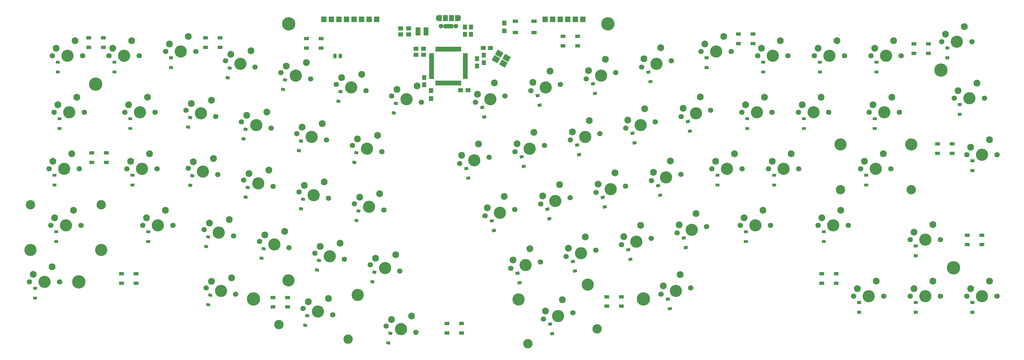
<source format=gbr>
G04 #@! TF.GenerationSoftware,KiCad,Pcbnew,(5.1.9)-1*
G04 #@! TF.CreationDate,2021-11-12T16:42:20+08:00*
G04 #@! TF.ProjectId,arisu,61726973-752e-46b6-9963-61645f706362,1.1*
G04 #@! TF.SameCoordinates,Original*
G04 #@! TF.FileFunction,Soldermask,Bot*
G04 #@! TF.FilePolarity,Negative*
%FSLAX46Y46*%
G04 Gerber Fmt 4.6, Leading zero omitted, Abs format (unit mm)*
G04 Created by KiCad (PCBNEW (5.1.9)-1) date 2021-11-12 16:42:20*
%MOMM*%
%LPD*%
G01*
G04 APERTURE LIST*
%ADD10C,2.302000*%
%ADD11C,4.102000*%
%ADD12C,1.802000*%
%ADD13C,3.152000*%
%ADD14C,4.502000*%
%ADD15C,1.552000*%
%ADD16O,1.302000X2.002000*%
%ADD17C,0.100000*%
G04 APERTURE END LIST*
D10*
X213847569Y-120874453D03*
X208164428Y-124679187D03*
D11*
X212419266Y-126371538D03*
D12*
X207450276Y-127427729D03*
X217388255Y-125315347D03*
D11*
X222346030Y-115837453D03*
X199066117Y-120785751D03*
D13*
X202234691Y-135692720D03*
X225514604Y-130744422D03*
D12*
X71470000Y-38720000D03*
X61310000Y-38720000D03*
D11*
X66390000Y-38720000D03*
D10*
X62580000Y-36180000D03*
X68930000Y-33640000D03*
D12*
X110498996Y-42496687D03*
X100561016Y-40384304D03*
D11*
X105530006Y-41440496D03*
D10*
X102331359Y-38163857D03*
X109070692Y-36999602D03*
G36*
G01*
X171239000Y-35663000D02*
X171789000Y-35663000D01*
G75*
G02*
X171840000Y-35714000I0J-51000D01*
G01*
X171840000Y-37214000D01*
G75*
G02*
X171789000Y-37265000I-51000J0D01*
G01*
X171239000Y-37265000D01*
G75*
G02*
X171188000Y-37214000I0J51000D01*
G01*
X171188000Y-35714000D01*
G75*
G02*
X171239000Y-35663000I51000J0D01*
G01*
G37*
G36*
G01*
X172039000Y-35663000D02*
X172589000Y-35663000D01*
G75*
G02*
X172640000Y-35714000I0J-51000D01*
G01*
X172640000Y-37214000D01*
G75*
G02*
X172589000Y-37265000I-51000J0D01*
G01*
X172039000Y-37265000D01*
G75*
G02*
X171988000Y-37214000I0J51000D01*
G01*
X171988000Y-35714000D01*
G75*
G02*
X172039000Y-35663000I51000J0D01*
G01*
G37*
G36*
G01*
X172839000Y-35663000D02*
X173389000Y-35663000D01*
G75*
G02*
X173440000Y-35714000I0J-51000D01*
G01*
X173440000Y-37214000D01*
G75*
G02*
X173389000Y-37265000I-51000J0D01*
G01*
X172839000Y-37265000D01*
G75*
G02*
X172788000Y-37214000I0J51000D01*
G01*
X172788000Y-35714000D01*
G75*
G02*
X172839000Y-35663000I51000J0D01*
G01*
G37*
G36*
G01*
X173639000Y-35663000D02*
X174189000Y-35663000D01*
G75*
G02*
X174240000Y-35714000I0J-51000D01*
G01*
X174240000Y-37214000D01*
G75*
G02*
X174189000Y-37265000I-51000J0D01*
G01*
X173639000Y-37265000D01*
G75*
G02*
X173588000Y-37214000I0J51000D01*
G01*
X173588000Y-35714000D01*
G75*
G02*
X173639000Y-35663000I51000J0D01*
G01*
G37*
G36*
G01*
X174439000Y-35663000D02*
X174989000Y-35663000D01*
G75*
G02*
X175040000Y-35714000I0J-51000D01*
G01*
X175040000Y-37214000D01*
G75*
G02*
X174989000Y-37265000I-51000J0D01*
G01*
X174439000Y-37265000D01*
G75*
G02*
X174388000Y-37214000I0J51000D01*
G01*
X174388000Y-35714000D01*
G75*
G02*
X174439000Y-35663000I51000J0D01*
G01*
G37*
G36*
G01*
X175239000Y-35663000D02*
X175789000Y-35663000D01*
G75*
G02*
X175840000Y-35714000I0J-51000D01*
G01*
X175840000Y-37214000D01*
G75*
G02*
X175789000Y-37265000I-51000J0D01*
G01*
X175239000Y-37265000D01*
G75*
G02*
X175188000Y-37214000I0J51000D01*
G01*
X175188000Y-35714000D01*
G75*
G02*
X175239000Y-35663000I51000J0D01*
G01*
G37*
G36*
G01*
X176039000Y-35663000D02*
X176589000Y-35663000D01*
G75*
G02*
X176640000Y-35714000I0J-51000D01*
G01*
X176640000Y-37214000D01*
G75*
G02*
X176589000Y-37265000I-51000J0D01*
G01*
X176039000Y-37265000D01*
G75*
G02*
X175988000Y-37214000I0J51000D01*
G01*
X175988000Y-35714000D01*
G75*
G02*
X176039000Y-35663000I51000J0D01*
G01*
G37*
G36*
G01*
X176839000Y-35663000D02*
X177389000Y-35663000D01*
G75*
G02*
X177440000Y-35714000I0J-51000D01*
G01*
X177440000Y-37214000D01*
G75*
G02*
X177389000Y-37265000I-51000J0D01*
G01*
X176839000Y-37265000D01*
G75*
G02*
X176788000Y-37214000I0J51000D01*
G01*
X176788000Y-35714000D01*
G75*
G02*
X176839000Y-35663000I51000J0D01*
G01*
G37*
G36*
G01*
X177639000Y-35663000D02*
X178189000Y-35663000D01*
G75*
G02*
X178240000Y-35714000I0J-51000D01*
G01*
X178240000Y-37214000D01*
G75*
G02*
X178189000Y-37265000I-51000J0D01*
G01*
X177639000Y-37265000D01*
G75*
G02*
X177588000Y-37214000I0J51000D01*
G01*
X177588000Y-35714000D01*
G75*
G02*
X177639000Y-35663000I51000J0D01*
G01*
G37*
G36*
G01*
X178439000Y-35663000D02*
X178989000Y-35663000D01*
G75*
G02*
X179040000Y-35714000I0J-51000D01*
G01*
X179040000Y-37214000D01*
G75*
G02*
X178989000Y-37265000I-51000J0D01*
G01*
X178439000Y-37265000D01*
G75*
G02*
X178388000Y-37214000I0J51000D01*
G01*
X178388000Y-35714000D01*
G75*
G02*
X178439000Y-35663000I51000J0D01*
G01*
G37*
G36*
G01*
X179239000Y-35663000D02*
X179789000Y-35663000D01*
G75*
G02*
X179840000Y-35714000I0J-51000D01*
G01*
X179840000Y-37214000D01*
G75*
G02*
X179789000Y-37265000I-51000J0D01*
G01*
X179239000Y-37265000D01*
G75*
G02*
X179188000Y-37214000I0J51000D01*
G01*
X179188000Y-35714000D01*
G75*
G02*
X179239000Y-35663000I51000J0D01*
G01*
G37*
G36*
G01*
X182015000Y-37889000D02*
X182015000Y-38439000D01*
G75*
G02*
X181964000Y-38490000I-51000J0D01*
G01*
X180464000Y-38490000D01*
G75*
G02*
X180413000Y-38439000I0J51000D01*
G01*
X180413000Y-37889000D01*
G75*
G02*
X180464000Y-37838000I51000J0D01*
G01*
X181964000Y-37838000D01*
G75*
G02*
X182015000Y-37889000I0J-51000D01*
G01*
G37*
G36*
G01*
X182015000Y-38689000D02*
X182015000Y-39239000D01*
G75*
G02*
X181964000Y-39290000I-51000J0D01*
G01*
X180464000Y-39290000D01*
G75*
G02*
X180413000Y-39239000I0J51000D01*
G01*
X180413000Y-38689000D01*
G75*
G02*
X180464000Y-38638000I51000J0D01*
G01*
X181964000Y-38638000D01*
G75*
G02*
X182015000Y-38689000I0J-51000D01*
G01*
G37*
G36*
G01*
X182015000Y-39489000D02*
X182015000Y-40039000D01*
G75*
G02*
X181964000Y-40090000I-51000J0D01*
G01*
X180464000Y-40090000D01*
G75*
G02*
X180413000Y-40039000I0J51000D01*
G01*
X180413000Y-39489000D01*
G75*
G02*
X180464000Y-39438000I51000J0D01*
G01*
X181964000Y-39438000D01*
G75*
G02*
X182015000Y-39489000I0J-51000D01*
G01*
G37*
G36*
G01*
X182015000Y-40289000D02*
X182015000Y-40839000D01*
G75*
G02*
X181964000Y-40890000I-51000J0D01*
G01*
X180464000Y-40890000D01*
G75*
G02*
X180413000Y-40839000I0J51000D01*
G01*
X180413000Y-40289000D01*
G75*
G02*
X180464000Y-40238000I51000J0D01*
G01*
X181964000Y-40238000D01*
G75*
G02*
X182015000Y-40289000I0J-51000D01*
G01*
G37*
G36*
G01*
X182015000Y-41089000D02*
X182015000Y-41639000D01*
G75*
G02*
X181964000Y-41690000I-51000J0D01*
G01*
X180464000Y-41690000D01*
G75*
G02*
X180413000Y-41639000I0J51000D01*
G01*
X180413000Y-41089000D01*
G75*
G02*
X180464000Y-41038000I51000J0D01*
G01*
X181964000Y-41038000D01*
G75*
G02*
X182015000Y-41089000I0J-51000D01*
G01*
G37*
G36*
G01*
X182015000Y-41889000D02*
X182015000Y-42439000D01*
G75*
G02*
X181964000Y-42490000I-51000J0D01*
G01*
X180464000Y-42490000D01*
G75*
G02*
X180413000Y-42439000I0J51000D01*
G01*
X180413000Y-41889000D01*
G75*
G02*
X180464000Y-41838000I51000J0D01*
G01*
X181964000Y-41838000D01*
G75*
G02*
X182015000Y-41889000I0J-51000D01*
G01*
G37*
G36*
G01*
X182015000Y-42689000D02*
X182015000Y-43239000D01*
G75*
G02*
X181964000Y-43290000I-51000J0D01*
G01*
X180464000Y-43290000D01*
G75*
G02*
X180413000Y-43239000I0J51000D01*
G01*
X180413000Y-42689000D01*
G75*
G02*
X180464000Y-42638000I51000J0D01*
G01*
X181964000Y-42638000D01*
G75*
G02*
X182015000Y-42689000I0J-51000D01*
G01*
G37*
G36*
G01*
X182015000Y-43489000D02*
X182015000Y-44039000D01*
G75*
G02*
X181964000Y-44090000I-51000J0D01*
G01*
X180464000Y-44090000D01*
G75*
G02*
X180413000Y-44039000I0J51000D01*
G01*
X180413000Y-43489000D01*
G75*
G02*
X180464000Y-43438000I51000J0D01*
G01*
X181964000Y-43438000D01*
G75*
G02*
X182015000Y-43489000I0J-51000D01*
G01*
G37*
G36*
G01*
X182015000Y-44289000D02*
X182015000Y-44839000D01*
G75*
G02*
X181964000Y-44890000I-51000J0D01*
G01*
X180464000Y-44890000D01*
G75*
G02*
X180413000Y-44839000I0J51000D01*
G01*
X180413000Y-44289000D01*
G75*
G02*
X180464000Y-44238000I51000J0D01*
G01*
X181964000Y-44238000D01*
G75*
G02*
X182015000Y-44289000I0J-51000D01*
G01*
G37*
G36*
G01*
X182015000Y-45089000D02*
X182015000Y-45639000D01*
G75*
G02*
X181964000Y-45690000I-51000J0D01*
G01*
X180464000Y-45690000D01*
G75*
G02*
X180413000Y-45639000I0J51000D01*
G01*
X180413000Y-45089000D01*
G75*
G02*
X180464000Y-45038000I51000J0D01*
G01*
X181964000Y-45038000D01*
G75*
G02*
X182015000Y-45089000I0J-51000D01*
G01*
G37*
G36*
G01*
X182015000Y-45889000D02*
X182015000Y-46439000D01*
G75*
G02*
X181964000Y-46490000I-51000J0D01*
G01*
X180464000Y-46490000D01*
G75*
G02*
X180413000Y-46439000I0J51000D01*
G01*
X180413000Y-45889000D01*
G75*
G02*
X180464000Y-45838000I51000J0D01*
G01*
X181964000Y-45838000D01*
G75*
G02*
X182015000Y-45889000I0J-51000D01*
G01*
G37*
G36*
G01*
X179239000Y-47063000D02*
X179789000Y-47063000D01*
G75*
G02*
X179840000Y-47114000I0J-51000D01*
G01*
X179840000Y-48614000D01*
G75*
G02*
X179789000Y-48665000I-51000J0D01*
G01*
X179239000Y-48665000D01*
G75*
G02*
X179188000Y-48614000I0J51000D01*
G01*
X179188000Y-47114000D01*
G75*
G02*
X179239000Y-47063000I51000J0D01*
G01*
G37*
G36*
G01*
X178439000Y-47063000D02*
X178989000Y-47063000D01*
G75*
G02*
X179040000Y-47114000I0J-51000D01*
G01*
X179040000Y-48614000D01*
G75*
G02*
X178989000Y-48665000I-51000J0D01*
G01*
X178439000Y-48665000D01*
G75*
G02*
X178388000Y-48614000I0J51000D01*
G01*
X178388000Y-47114000D01*
G75*
G02*
X178439000Y-47063000I51000J0D01*
G01*
G37*
G36*
G01*
X177639000Y-47063000D02*
X178189000Y-47063000D01*
G75*
G02*
X178240000Y-47114000I0J-51000D01*
G01*
X178240000Y-48614000D01*
G75*
G02*
X178189000Y-48665000I-51000J0D01*
G01*
X177639000Y-48665000D01*
G75*
G02*
X177588000Y-48614000I0J51000D01*
G01*
X177588000Y-47114000D01*
G75*
G02*
X177639000Y-47063000I51000J0D01*
G01*
G37*
G36*
G01*
X176839000Y-47063000D02*
X177389000Y-47063000D01*
G75*
G02*
X177440000Y-47114000I0J-51000D01*
G01*
X177440000Y-48614000D01*
G75*
G02*
X177389000Y-48665000I-51000J0D01*
G01*
X176839000Y-48665000D01*
G75*
G02*
X176788000Y-48614000I0J51000D01*
G01*
X176788000Y-47114000D01*
G75*
G02*
X176839000Y-47063000I51000J0D01*
G01*
G37*
G36*
G01*
X176039000Y-47063000D02*
X176589000Y-47063000D01*
G75*
G02*
X176640000Y-47114000I0J-51000D01*
G01*
X176640000Y-48614000D01*
G75*
G02*
X176589000Y-48665000I-51000J0D01*
G01*
X176039000Y-48665000D01*
G75*
G02*
X175988000Y-48614000I0J51000D01*
G01*
X175988000Y-47114000D01*
G75*
G02*
X176039000Y-47063000I51000J0D01*
G01*
G37*
G36*
G01*
X175239000Y-47063000D02*
X175789000Y-47063000D01*
G75*
G02*
X175840000Y-47114000I0J-51000D01*
G01*
X175840000Y-48614000D01*
G75*
G02*
X175789000Y-48665000I-51000J0D01*
G01*
X175239000Y-48665000D01*
G75*
G02*
X175188000Y-48614000I0J51000D01*
G01*
X175188000Y-47114000D01*
G75*
G02*
X175239000Y-47063000I51000J0D01*
G01*
G37*
G36*
G01*
X174439000Y-47063000D02*
X174989000Y-47063000D01*
G75*
G02*
X175040000Y-47114000I0J-51000D01*
G01*
X175040000Y-48614000D01*
G75*
G02*
X174989000Y-48665000I-51000J0D01*
G01*
X174439000Y-48665000D01*
G75*
G02*
X174388000Y-48614000I0J51000D01*
G01*
X174388000Y-47114000D01*
G75*
G02*
X174439000Y-47063000I51000J0D01*
G01*
G37*
G36*
G01*
X173639000Y-47063000D02*
X174189000Y-47063000D01*
G75*
G02*
X174240000Y-47114000I0J-51000D01*
G01*
X174240000Y-48614000D01*
G75*
G02*
X174189000Y-48665000I-51000J0D01*
G01*
X173639000Y-48665000D01*
G75*
G02*
X173588000Y-48614000I0J51000D01*
G01*
X173588000Y-47114000D01*
G75*
G02*
X173639000Y-47063000I51000J0D01*
G01*
G37*
G36*
G01*
X172839000Y-47063000D02*
X173389000Y-47063000D01*
G75*
G02*
X173440000Y-47114000I0J-51000D01*
G01*
X173440000Y-48614000D01*
G75*
G02*
X173389000Y-48665000I-51000J0D01*
G01*
X172839000Y-48665000D01*
G75*
G02*
X172788000Y-48614000I0J51000D01*
G01*
X172788000Y-47114000D01*
G75*
G02*
X172839000Y-47063000I51000J0D01*
G01*
G37*
G36*
G01*
X172039000Y-47063000D02*
X172589000Y-47063000D01*
G75*
G02*
X172640000Y-47114000I0J-51000D01*
G01*
X172640000Y-48614000D01*
G75*
G02*
X172589000Y-48665000I-51000J0D01*
G01*
X172039000Y-48665000D01*
G75*
G02*
X171988000Y-48614000I0J51000D01*
G01*
X171988000Y-47114000D01*
G75*
G02*
X172039000Y-47063000I51000J0D01*
G01*
G37*
G36*
G01*
X171239000Y-47063000D02*
X171789000Y-47063000D01*
G75*
G02*
X171840000Y-47114000I0J-51000D01*
G01*
X171840000Y-48614000D01*
G75*
G02*
X171789000Y-48665000I-51000J0D01*
G01*
X171239000Y-48665000D01*
G75*
G02*
X171188000Y-48614000I0J51000D01*
G01*
X171188000Y-47114000D01*
G75*
G02*
X171239000Y-47063000I51000J0D01*
G01*
G37*
G36*
G01*
X170615000Y-45889000D02*
X170615000Y-46439000D01*
G75*
G02*
X170564000Y-46490000I-51000J0D01*
G01*
X169064000Y-46490000D01*
G75*
G02*
X169013000Y-46439000I0J51000D01*
G01*
X169013000Y-45889000D01*
G75*
G02*
X169064000Y-45838000I51000J0D01*
G01*
X170564000Y-45838000D01*
G75*
G02*
X170615000Y-45889000I0J-51000D01*
G01*
G37*
G36*
G01*
X170615000Y-45089000D02*
X170615000Y-45639000D01*
G75*
G02*
X170564000Y-45690000I-51000J0D01*
G01*
X169064000Y-45690000D01*
G75*
G02*
X169013000Y-45639000I0J51000D01*
G01*
X169013000Y-45089000D01*
G75*
G02*
X169064000Y-45038000I51000J0D01*
G01*
X170564000Y-45038000D01*
G75*
G02*
X170615000Y-45089000I0J-51000D01*
G01*
G37*
G36*
G01*
X170615000Y-44289000D02*
X170615000Y-44839000D01*
G75*
G02*
X170564000Y-44890000I-51000J0D01*
G01*
X169064000Y-44890000D01*
G75*
G02*
X169013000Y-44839000I0J51000D01*
G01*
X169013000Y-44289000D01*
G75*
G02*
X169064000Y-44238000I51000J0D01*
G01*
X170564000Y-44238000D01*
G75*
G02*
X170615000Y-44289000I0J-51000D01*
G01*
G37*
G36*
G01*
X170615000Y-43489000D02*
X170615000Y-44039000D01*
G75*
G02*
X170564000Y-44090000I-51000J0D01*
G01*
X169064000Y-44090000D01*
G75*
G02*
X169013000Y-44039000I0J51000D01*
G01*
X169013000Y-43489000D01*
G75*
G02*
X169064000Y-43438000I51000J0D01*
G01*
X170564000Y-43438000D01*
G75*
G02*
X170615000Y-43489000I0J-51000D01*
G01*
G37*
G36*
G01*
X170615000Y-42689000D02*
X170615000Y-43239000D01*
G75*
G02*
X170564000Y-43290000I-51000J0D01*
G01*
X169064000Y-43290000D01*
G75*
G02*
X169013000Y-43239000I0J51000D01*
G01*
X169013000Y-42689000D01*
G75*
G02*
X169064000Y-42638000I51000J0D01*
G01*
X170564000Y-42638000D01*
G75*
G02*
X170615000Y-42689000I0J-51000D01*
G01*
G37*
G36*
G01*
X170615000Y-41889000D02*
X170615000Y-42439000D01*
G75*
G02*
X170564000Y-42490000I-51000J0D01*
G01*
X169064000Y-42490000D01*
G75*
G02*
X169013000Y-42439000I0J51000D01*
G01*
X169013000Y-41889000D01*
G75*
G02*
X169064000Y-41838000I51000J0D01*
G01*
X170564000Y-41838000D01*
G75*
G02*
X170615000Y-41889000I0J-51000D01*
G01*
G37*
G36*
G01*
X170615000Y-41089000D02*
X170615000Y-41639000D01*
G75*
G02*
X170564000Y-41690000I-51000J0D01*
G01*
X169064000Y-41690000D01*
G75*
G02*
X169013000Y-41639000I0J51000D01*
G01*
X169013000Y-41089000D01*
G75*
G02*
X169064000Y-41038000I51000J0D01*
G01*
X170564000Y-41038000D01*
G75*
G02*
X170615000Y-41089000I0J-51000D01*
G01*
G37*
G36*
G01*
X170615000Y-40289000D02*
X170615000Y-40839000D01*
G75*
G02*
X170564000Y-40890000I-51000J0D01*
G01*
X169064000Y-40890000D01*
G75*
G02*
X169013000Y-40839000I0J51000D01*
G01*
X169013000Y-40289000D01*
G75*
G02*
X169064000Y-40238000I51000J0D01*
G01*
X170564000Y-40238000D01*
G75*
G02*
X170615000Y-40289000I0J-51000D01*
G01*
G37*
G36*
G01*
X170615000Y-39489000D02*
X170615000Y-40039000D01*
G75*
G02*
X170564000Y-40090000I-51000J0D01*
G01*
X169064000Y-40090000D01*
G75*
G02*
X169013000Y-40039000I0J51000D01*
G01*
X169013000Y-39489000D01*
G75*
G02*
X169064000Y-39438000I51000J0D01*
G01*
X170564000Y-39438000D01*
G75*
G02*
X170615000Y-39489000I0J-51000D01*
G01*
G37*
G36*
G01*
X170615000Y-38689000D02*
X170615000Y-39239000D01*
G75*
G02*
X170564000Y-39290000I-51000J0D01*
G01*
X169064000Y-39290000D01*
G75*
G02*
X169013000Y-39239000I0J51000D01*
G01*
X169013000Y-38689000D01*
G75*
G02*
X169064000Y-38638000I51000J0D01*
G01*
X170564000Y-38638000D01*
G75*
G02*
X170615000Y-38689000I0J-51000D01*
G01*
G37*
G36*
G01*
X170615000Y-37889000D02*
X170615000Y-38439000D01*
G75*
G02*
X170564000Y-38490000I-51000J0D01*
G01*
X169064000Y-38490000D01*
G75*
G02*
X169013000Y-38439000I0J51000D01*
G01*
X169013000Y-37889000D01*
G75*
G02*
X169064000Y-37838000I51000J0D01*
G01*
X170564000Y-37838000D01*
G75*
G02*
X170615000Y-37889000I0J-51000D01*
G01*
G37*
G36*
G01*
X174249000Y-132600000D02*
X174249000Y-131600000D01*
G75*
G02*
X174300000Y-131549000I51000J0D01*
G01*
X175800000Y-131549000D01*
G75*
G02*
X175851000Y-131600000I0J-51000D01*
G01*
X175851000Y-132600000D01*
G75*
G02*
X175800000Y-132651000I-51000J0D01*
G01*
X174300000Y-132651000D01*
G75*
G02*
X174249000Y-132600000I0J51000D01*
G01*
G37*
G36*
G01*
X174249000Y-129400000D02*
X174249000Y-128400000D01*
G75*
G02*
X174300000Y-128349000I51000J0D01*
G01*
X175800000Y-128349000D01*
G75*
G02*
X175851000Y-128400000I0J-51000D01*
G01*
X175851000Y-129400000D01*
G75*
G02*
X175800000Y-129451000I-51000J0D01*
G01*
X174300000Y-129451000D01*
G75*
G02*
X174249000Y-129400000I0J51000D01*
G01*
G37*
G36*
G01*
X179149000Y-132600000D02*
X179149000Y-131600000D01*
G75*
G02*
X179200000Y-131549000I51000J0D01*
G01*
X180700000Y-131549000D01*
G75*
G02*
X180751000Y-131600000I0J-51000D01*
G01*
X180751000Y-132600000D01*
G75*
G02*
X180700000Y-132651000I-51000J0D01*
G01*
X179200000Y-132651000D01*
G75*
G02*
X179149000Y-132600000I0J51000D01*
G01*
G37*
G36*
G01*
X179149000Y-129400000D02*
X179149000Y-128400000D01*
G75*
G02*
X179200000Y-128349000I51000J0D01*
G01*
X180700000Y-128349000D01*
G75*
G02*
X180751000Y-128400000I0J-51000D01*
G01*
X180751000Y-129400000D01*
G75*
G02*
X180700000Y-129451000I-51000J0D01*
G01*
X179200000Y-129451000D01*
G75*
G02*
X179149000Y-129400000I0J51000D01*
G01*
G37*
D12*
X129132707Y-46457405D03*
X119194727Y-44345022D03*
D11*
X124163717Y-45401214D03*
D10*
X120965070Y-42124575D03*
X127704403Y-40960320D03*
G36*
G01*
X137901000Y-38273875D02*
X137901000Y-39226125D01*
G75*
G02*
X137626125Y-39501000I-274875J0D01*
G01*
X137048875Y-39501000D01*
G75*
G02*
X136774000Y-39226125I0J274875D01*
G01*
X136774000Y-38273875D01*
G75*
G02*
X137048875Y-37999000I274875J0D01*
G01*
X137626125Y-37999000D01*
G75*
G02*
X137901000Y-38273875I0J-274875D01*
G01*
G37*
G36*
G01*
X139726000Y-38273875D02*
X139726000Y-39226125D01*
G75*
G02*
X139451125Y-39501000I-274875J0D01*
G01*
X138873875Y-39501000D01*
G75*
G02*
X138599000Y-39226125I0J274875D01*
G01*
X138599000Y-38273875D01*
G75*
G02*
X138873875Y-37999000I274875J0D01*
G01*
X139451125Y-37999000D01*
G75*
G02*
X139726000Y-38273875I0J-274875D01*
G01*
G37*
G36*
G01*
X213249000Y-35850000D02*
X213249000Y-34850000D01*
G75*
G02*
X213300000Y-34799000I51000J0D01*
G01*
X214800000Y-34799000D01*
G75*
G02*
X214851000Y-34850000I0J-51000D01*
G01*
X214851000Y-35850000D01*
G75*
G02*
X214800000Y-35901000I-51000J0D01*
G01*
X213300000Y-35901000D01*
G75*
G02*
X213249000Y-35850000I0J51000D01*
G01*
G37*
G36*
G01*
X213249000Y-32650000D02*
X213249000Y-31650000D01*
G75*
G02*
X213300000Y-31599000I51000J0D01*
G01*
X214800000Y-31599000D01*
G75*
G02*
X214851000Y-31650000I0J-51000D01*
G01*
X214851000Y-32650000D01*
G75*
G02*
X214800000Y-32701000I-51000J0D01*
G01*
X213300000Y-32701000D01*
G75*
G02*
X213249000Y-32650000I0J51000D01*
G01*
G37*
G36*
G01*
X218149000Y-35850000D02*
X218149000Y-34850000D01*
G75*
G02*
X218200000Y-34799000I51000J0D01*
G01*
X219700000Y-34799000D01*
G75*
G02*
X219751000Y-34850000I0J-51000D01*
G01*
X219751000Y-35850000D01*
G75*
G02*
X219700000Y-35901000I-51000J0D01*
G01*
X218200000Y-35901000D01*
G75*
G02*
X218149000Y-35850000I0J51000D01*
G01*
G37*
G36*
G01*
X218149000Y-32650000D02*
X218149000Y-31650000D01*
G75*
G02*
X218200000Y-31599000I51000J0D01*
G01*
X219700000Y-31599000D01*
G75*
G02*
X219751000Y-31650000I0J-51000D01*
G01*
X219751000Y-32650000D01*
G75*
G02*
X219700000Y-32701000I-51000J0D01*
G01*
X218200000Y-32701000D01*
G75*
G02*
X218149000Y-32650000I0J51000D01*
G01*
G37*
G36*
G01*
X349249000Y-102850000D02*
X349249000Y-101850000D01*
G75*
G02*
X349300000Y-101799000I51000J0D01*
G01*
X350800000Y-101799000D01*
G75*
G02*
X350851000Y-101850000I0J-51000D01*
G01*
X350851000Y-102850000D01*
G75*
G02*
X350800000Y-102901000I-51000J0D01*
G01*
X349300000Y-102901000D01*
G75*
G02*
X349249000Y-102850000I0J51000D01*
G01*
G37*
G36*
G01*
X349249000Y-99650000D02*
X349249000Y-98650000D01*
G75*
G02*
X349300000Y-98599000I51000J0D01*
G01*
X350800000Y-98599000D01*
G75*
G02*
X350851000Y-98650000I0J-51000D01*
G01*
X350851000Y-99650000D01*
G75*
G02*
X350800000Y-99701000I-51000J0D01*
G01*
X349300000Y-99701000D01*
G75*
G02*
X349249000Y-99650000I0J51000D01*
G01*
G37*
G36*
G01*
X354149000Y-102850000D02*
X354149000Y-101850000D01*
G75*
G02*
X354200000Y-101799000I51000J0D01*
G01*
X355700000Y-101799000D01*
G75*
G02*
X355751000Y-101850000I0J-51000D01*
G01*
X355751000Y-102850000D01*
G75*
G02*
X355700000Y-102901000I-51000J0D01*
G01*
X354200000Y-102901000D01*
G75*
G02*
X354149000Y-102850000I0J51000D01*
G01*
G37*
G36*
G01*
X354149000Y-99650000D02*
X354149000Y-98650000D01*
G75*
G02*
X354200000Y-98599000I51000J0D01*
G01*
X355700000Y-98599000D01*
G75*
G02*
X355751000Y-98650000I0J-51000D01*
G01*
X355751000Y-99650000D01*
G75*
G02*
X355700000Y-99701000I-51000J0D01*
G01*
X354200000Y-99701000D01*
G75*
G02*
X354149000Y-99650000I0J51000D01*
G01*
G37*
G36*
G01*
X232899000Y-120400000D02*
X232899000Y-119400000D01*
G75*
G02*
X232950000Y-119349000I51000J0D01*
G01*
X234450000Y-119349000D01*
G75*
G02*
X234501000Y-119400000I0J-51000D01*
G01*
X234501000Y-120400000D01*
G75*
G02*
X234450000Y-120451000I-51000J0D01*
G01*
X232950000Y-120451000D01*
G75*
G02*
X232899000Y-120400000I0J51000D01*
G01*
G37*
G36*
G01*
X232899000Y-123600000D02*
X232899000Y-122600000D01*
G75*
G02*
X232950000Y-122549000I51000J0D01*
G01*
X234450000Y-122549000D01*
G75*
G02*
X234501000Y-122600000I0J-51000D01*
G01*
X234501000Y-123600000D01*
G75*
G02*
X234450000Y-123651000I-51000J0D01*
G01*
X232950000Y-123651000D01*
G75*
G02*
X232899000Y-123600000I0J51000D01*
G01*
G37*
G36*
G01*
X227999000Y-120400000D02*
X227999000Y-119400000D01*
G75*
G02*
X228050000Y-119349000I51000J0D01*
G01*
X229550000Y-119349000D01*
G75*
G02*
X229601000Y-119400000I0J-51000D01*
G01*
X229601000Y-120400000D01*
G75*
G02*
X229550000Y-120451000I-51000J0D01*
G01*
X228050000Y-120451000D01*
G75*
G02*
X227999000Y-120400000I0J51000D01*
G01*
G37*
G36*
G01*
X227999000Y-123600000D02*
X227999000Y-122600000D01*
G75*
G02*
X228050000Y-122549000I51000J0D01*
G01*
X229550000Y-122549000D01*
G75*
G02*
X229601000Y-122600000I0J-51000D01*
G01*
X229601000Y-123600000D01*
G75*
G02*
X229550000Y-123651000I-51000J0D01*
G01*
X228050000Y-123651000D01*
G75*
G02*
X227999000Y-123600000I0J51000D01*
G01*
G37*
G36*
G01*
X61251000Y-70900000D02*
X61251000Y-71900000D01*
G75*
G02*
X61200000Y-71951000I-51000J0D01*
G01*
X59700000Y-71951000D01*
G75*
G02*
X59649000Y-71900000I0J51000D01*
G01*
X59649000Y-70900000D01*
G75*
G02*
X59700000Y-70849000I51000J0D01*
G01*
X61200000Y-70849000D01*
G75*
G02*
X61251000Y-70900000I0J-51000D01*
G01*
G37*
G36*
G01*
X61251000Y-74100000D02*
X61251000Y-75100000D01*
G75*
G02*
X61200000Y-75151000I-51000J0D01*
G01*
X59700000Y-75151000D01*
G75*
G02*
X59649000Y-75100000I0J51000D01*
G01*
X59649000Y-74100000D01*
G75*
G02*
X59700000Y-74049000I51000J0D01*
G01*
X61200000Y-74049000D01*
G75*
G02*
X61251000Y-74100000I0J-51000D01*
G01*
G37*
G36*
G01*
X56351000Y-70900000D02*
X56351000Y-71900000D01*
G75*
G02*
X56300000Y-71951000I-51000J0D01*
G01*
X54800000Y-71951000D01*
G75*
G02*
X54749000Y-71900000I0J51000D01*
G01*
X54749000Y-70900000D01*
G75*
G02*
X54800000Y-70849000I51000J0D01*
G01*
X56300000Y-70849000D01*
G75*
G02*
X56351000Y-70900000I0J-51000D01*
G01*
G37*
G36*
G01*
X56351000Y-74100000D02*
X56351000Y-75100000D01*
G75*
G02*
X56300000Y-75151000I-51000J0D01*
G01*
X54800000Y-75151000D01*
G75*
G02*
X54749000Y-75100000I0J51000D01*
G01*
X54749000Y-74100000D01*
G75*
G02*
X54800000Y-74049000I51000J0D01*
G01*
X56300000Y-74049000D01*
G75*
G02*
X56351000Y-74100000I0J-51000D01*
G01*
G37*
G36*
G01*
X277149000Y-31900000D02*
X277149000Y-30900000D01*
G75*
G02*
X277200000Y-30849000I51000J0D01*
G01*
X278700000Y-30849000D01*
G75*
G02*
X278751000Y-30900000I0J-51000D01*
G01*
X278751000Y-31900000D01*
G75*
G02*
X278700000Y-31951000I-51000J0D01*
G01*
X277200000Y-31951000D01*
G75*
G02*
X277149000Y-31900000I0J51000D01*
G01*
G37*
G36*
G01*
X277149000Y-35100000D02*
X277149000Y-34100000D01*
G75*
G02*
X277200000Y-34049000I51000J0D01*
G01*
X278700000Y-34049000D01*
G75*
G02*
X278751000Y-34100000I0J-51000D01*
G01*
X278751000Y-35100000D01*
G75*
G02*
X278700000Y-35151000I-51000J0D01*
G01*
X277200000Y-35151000D01*
G75*
G02*
X277149000Y-35100000I0J51000D01*
G01*
G37*
G36*
G01*
X272249000Y-31900000D02*
X272249000Y-30900000D01*
G75*
G02*
X272300000Y-30849000I51000J0D01*
G01*
X273800000Y-30849000D01*
G75*
G02*
X273851000Y-30900000I0J-51000D01*
G01*
X273851000Y-31900000D01*
G75*
G02*
X273800000Y-31951000I-51000J0D01*
G01*
X272300000Y-31951000D01*
G75*
G02*
X272249000Y-31900000I0J51000D01*
G01*
G37*
G36*
G01*
X272249000Y-35100000D02*
X272249000Y-34100000D01*
G75*
G02*
X272300000Y-34049000I51000J0D01*
G01*
X273800000Y-34049000D01*
G75*
G02*
X273851000Y-34100000I0J-51000D01*
G01*
X273851000Y-35100000D01*
G75*
G02*
X273800000Y-35151000I-51000J0D01*
G01*
X272300000Y-35151000D01*
G75*
G02*
X272249000Y-35100000I0J51000D01*
G01*
G37*
G36*
G01*
X53749000Y-36350000D02*
X53749000Y-35350000D01*
G75*
G02*
X53800000Y-35299000I51000J0D01*
G01*
X55300000Y-35299000D01*
G75*
G02*
X55351000Y-35350000I0J-51000D01*
G01*
X55351000Y-36350000D01*
G75*
G02*
X55300000Y-36401000I-51000J0D01*
G01*
X53800000Y-36401000D01*
G75*
G02*
X53749000Y-36350000I0J51000D01*
G01*
G37*
G36*
G01*
X53749000Y-33150000D02*
X53749000Y-32150000D01*
G75*
G02*
X53800000Y-32099000I51000J0D01*
G01*
X55300000Y-32099000D01*
G75*
G02*
X55351000Y-32150000I0J-51000D01*
G01*
X55351000Y-33150000D01*
G75*
G02*
X55300000Y-33201000I-51000J0D01*
G01*
X53800000Y-33201000D01*
G75*
G02*
X53749000Y-33150000I0J51000D01*
G01*
G37*
G36*
G01*
X58649000Y-36350000D02*
X58649000Y-35350000D01*
G75*
G02*
X58700000Y-35299000I51000J0D01*
G01*
X60200000Y-35299000D01*
G75*
G02*
X60251000Y-35350000I0J-51000D01*
G01*
X60251000Y-36350000D01*
G75*
G02*
X60200000Y-36401000I-51000J0D01*
G01*
X58700000Y-36401000D01*
G75*
G02*
X58649000Y-36350000I0J51000D01*
G01*
G37*
G36*
G01*
X58649000Y-33150000D02*
X58649000Y-32150000D01*
G75*
G02*
X58700000Y-32099000I51000J0D01*
G01*
X60200000Y-32099000D01*
G75*
G02*
X60251000Y-32150000I0J-51000D01*
G01*
X60251000Y-33150000D01*
G75*
G02*
X60200000Y-33201000I-51000J0D01*
G01*
X58700000Y-33201000D01*
G75*
G02*
X58649000Y-33150000I0J51000D01*
G01*
G37*
G36*
G01*
X336149000Y-35150000D02*
X336149000Y-34150000D01*
G75*
G02*
X336200000Y-34099000I51000J0D01*
G01*
X337700000Y-34099000D01*
G75*
G02*
X337751000Y-34150000I0J-51000D01*
G01*
X337751000Y-35150000D01*
G75*
G02*
X337700000Y-35201000I-51000J0D01*
G01*
X336200000Y-35201000D01*
G75*
G02*
X336149000Y-35150000I0J51000D01*
G01*
G37*
G36*
G01*
X336149000Y-38350000D02*
X336149000Y-37350000D01*
G75*
G02*
X336200000Y-37299000I51000J0D01*
G01*
X337700000Y-37299000D01*
G75*
G02*
X337751000Y-37350000I0J-51000D01*
G01*
X337751000Y-38350000D01*
G75*
G02*
X337700000Y-38401000I-51000J0D01*
G01*
X336200000Y-38401000D01*
G75*
G02*
X336149000Y-38350000I0J51000D01*
G01*
G37*
G36*
G01*
X331249000Y-35150000D02*
X331249000Y-34150000D01*
G75*
G02*
X331300000Y-34099000I51000J0D01*
G01*
X332800000Y-34099000D01*
G75*
G02*
X332851000Y-34150000I0J-51000D01*
G01*
X332851000Y-35150000D01*
G75*
G02*
X332800000Y-35201000I-51000J0D01*
G01*
X331300000Y-35201000D01*
G75*
G02*
X331249000Y-35150000I0J51000D01*
G01*
G37*
G36*
G01*
X331249000Y-38350000D02*
X331249000Y-37350000D01*
G75*
G02*
X331300000Y-37299000I51000J0D01*
G01*
X332800000Y-37299000D01*
G75*
G02*
X332851000Y-37350000I0J-51000D01*
G01*
X332851000Y-38350000D01*
G75*
G02*
X332800000Y-38401000I-51000J0D01*
G01*
X331300000Y-38401000D01*
G75*
G02*
X331249000Y-38350000I0J51000D01*
G01*
G37*
G36*
G01*
X115749000Y-123850000D02*
X115749000Y-122850000D01*
G75*
G02*
X115800000Y-122799000I51000J0D01*
G01*
X117300000Y-122799000D01*
G75*
G02*
X117351000Y-122850000I0J-51000D01*
G01*
X117351000Y-123850000D01*
G75*
G02*
X117300000Y-123901000I-51000J0D01*
G01*
X115800000Y-123901000D01*
G75*
G02*
X115749000Y-123850000I0J51000D01*
G01*
G37*
G36*
G01*
X115749000Y-120650000D02*
X115749000Y-119650000D01*
G75*
G02*
X115800000Y-119599000I51000J0D01*
G01*
X117300000Y-119599000D01*
G75*
G02*
X117351000Y-119650000I0J-51000D01*
G01*
X117351000Y-120650000D01*
G75*
G02*
X117300000Y-120701000I-51000J0D01*
G01*
X115800000Y-120701000D01*
G75*
G02*
X115749000Y-120650000I0J51000D01*
G01*
G37*
G36*
G01*
X120649000Y-123850000D02*
X120649000Y-122850000D01*
G75*
G02*
X120700000Y-122799000I51000J0D01*
G01*
X122200000Y-122799000D01*
G75*
G02*
X122251000Y-122850000I0J-51000D01*
G01*
X122251000Y-123850000D01*
G75*
G02*
X122200000Y-123901000I-51000J0D01*
G01*
X120700000Y-123901000D01*
G75*
G02*
X120649000Y-123850000I0J51000D01*
G01*
G37*
G36*
G01*
X120649000Y-120650000D02*
X120649000Y-119650000D01*
G75*
G02*
X120700000Y-119599000I51000J0D01*
G01*
X122200000Y-119599000D01*
G75*
G02*
X122251000Y-119650000I0J-51000D01*
G01*
X122251000Y-120650000D01*
G75*
G02*
X122200000Y-120701000I-51000J0D01*
G01*
X120700000Y-120701000D01*
G75*
G02*
X120649000Y-120650000I0J51000D01*
G01*
G37*
G36*
G01*
X97899000Y-33150000D02*
X97899000Y-32150000D01*
G75*
G02*
X97950000Y-32099000I51000J0D01*
G01*
X99450000Y-32099000D01*
G75*
G02*
X99501000Y-32150000I0J-51000D01*
G01*
X99501000Y-33150000D01*
G75*
G02*
X99450000Y-33201000I-51000J0D01*
G01*
X97950000Y-33201000D01*
G75*
G02*
X97899000Y-33150000I0J51000D01*
G01*
G37*
G36*
G01*
X97899000Y-36350000D02*
X97899000Y-35350000D01*
G75*
G02*
X97950000Y-35299000I51000J0D01*
G01*
X99450000Y-35299000D01*
G75*
G02*
X99501000Y-35350000I0J-51000D01*
G01*
X99501000Y-36350000D01*
G75*
G02*
X99450000Y-36401000I-51000J0D01*
G01*
X97950000Y-36401000D01*
G75*
G02*
X97899000Y-36350000I0J51000D01*
G01*
G37*
G36*
G01*
X92999000Y-33150000D02*
X92999000Y-32150000D01*
G75*
G02*
X93050000Y-32099000I51000J0D01*
G01*
X94550000Y-32099000D01*
G75*
G02*
X94601000Y-32150000I0J-51000D01*
G01*
X94601000Y-33150000D01*
G75*
G02*
X94550000Y-33201000I-51000J0D01*
G01*
X93050000Y-33201000D01*
G75*
G02*
X92999000Y-33150000I0J51000D01*
G01*
G37*
G36*
G01*
X92999000Y-36350000D02*
X92999000Y-35350000D01*
G75*
G02*
X93050000Y-35299000I51000J0D01*
G01*
X94550000Y-35299000D01*
G75*
G02*
X94601000Y-35350000I0J-51000D01*
G01*
X94601000Y-36350000D01*
G75*
G02*
X94550000Y-36401000I-51000J0D01*
G01*
X93050000Y-36401000D01*
G75*
G02*
X92999000Y-36350000I0J51000D01*
G01*
G37*
G36*
G01*
X339249000Y-72100000D02*
X339249000Y-71100000D01*
G75*
G02*
X339300000Y-71049000I51000J0D01*
G01*
X340800000Y-71049000D01*
G75*
G02*
X340851000Y-71100000I0J-51000D01*
G01*
X340851000Y-72100000D01*
G75*
G02*
X340800000Y-72151000I-51000J0D01*
G01*
X339300000Y-72151000D01*
G75*
G02*
X339249000Y-72100000I0J51000D01*
G01*
G37*
G36*
G01*
X339249000Y-68900000D02*
X339249000Y-67900000D01*
G75*
G02*
X339300000Y-67849000I51000J0D01*
G01*
X340800000Y-67849000D01*
G75*
G02*
X340851000Y-67900000I0J-51000D01*
G01*
X340851000Y-68900000D01*
G75*
G02*
X340800000Y-68951000I-51000J0D01*
G01*
X339300000Y-68951000D01*
G75*
G02*
X339249000Y-68900000I0J51000D01*
G01*
G37*
G36*
G01*
X344149000Y-72100000D02*
X344149000Y-71100000D01*
G75*
G02*
X344200000Y-71049000I51000J0D01*
G01*
X345700000Y-71049000D01*
G75*
G02*
X345751000Y-71100000I0J-51000D01*
G01*
X345751000Y-72100000D01*
G75*
G02*
X345700000Y-72151000I-51000J0D01*
G01*
X344200000Y-72151000D01*
G75*
G02*
X344149000Y-72100000I0J51000D01*
G01*
G37*
G36*
G01*
X344149000Y-68900000D02*
X344149000Y-67900000D01*
G75*
G02*
X344200000Y-67849000I51000J0D01*
G01*
X345700000Y-67849000D01*
G75*
G02*
X345751000Y-67900000I0J-51000D01*
G01*
X345751000Y-68900000D01*
G75*
G02*
X345700000Y-68951000I-51000J0D01*
G01*
X344200000Y-68951000D01*
G75*
G02*
X344149000Y-68900000I0J51000D01*
G01*
G37*
G36*
G01*
X300249000Y-115850000D02*
X300249000Y-114850000D01*
G75*
G02*
X300300000Y-114799000I51000J0D01*
G01*
X301800000Y-114799000D01*
G75*
G02*
X301851000Y-114850000I0J-51000D01*
G01*
X301851000Y-115850000D01*
G75*
G02*
X301800000Y-115901000I-51000J0D01*
G01*
X300300000Y-115901000D01*
G75*
G02*
X300249000Y-115850000I0J51000D01*
G01*
G37*
G36*
G01*
X300249000Y-112650000D02*
X300249000Y-111650000D01*
G75*
G02*
X300300000Y-111599000I51000J0D01*
G01*
X301800000Y-111599000D01*
G75*
G02*
X301851000Y-111650000I0J-51000D01*
G01*
X301851000Y-112650000D01*
G75*
G02*
X301800000Y-112701000I-51000J0D01*
G01*
X300300000Y-112701000D01*
G75*
G02*
X300249000Y-112650000I0J51000D01*
G01*
G37*
G36*
G01*
X305149000Y-115850000D02*
X305149000Y-114850000D01*
G75*
G02*
X305200000Y-114799000I51000J0D01*
G01*
X306700000Y-114799000D01*
G75*
G02*
X306751000Y-114850000I0J-51000D01*
G01*
X306751000Y-115850000D01*
G75*
G02*
X306700000Y-115901000I-51000J0D01*
G01*
X305200000Y-115901000D01*
G75*
G02*
X305149000Y-115850000I0J51000D01*
G01*
G37*
G36*
G01*
X305149000Y-112650000D02*
X305149000Y-111650000D01*
G75*
G02*
X305200000Y-111599000I51000J0D01*
G01*
X306700000Y-111599000D01*
G75*
G02*
X306751000Y-111650000I0J-51000D01*
G01*
X306751000Y-112650000D01*
G75*
G02*
X306700000Y-112701000I-51000J0D01*
G01*
X305200000Y-112701000D01*
G75*
G02*
X305149000Y-112650000I0J51000D01*
G01*
G37*
G36*
G01*
X69649000Y-112650000D02*
X69649000Y-111650000D01*
G75*
G02*
X69700000Y-111599000I51000J0D01*
G01*
X71200000Y-111599000D01*
G75*
G02*
X71251000Y-111650000I0J-51000D01*
G01*
X71251000Y-112650000D01*
G75*
G02*
X71200000Y-112701000I-51000J0D01*
G01*
X69700000Y-112701000D01*
G75*
G02*
X69649000Y-112650000I0J51000D01*
G01*
G37*
G36*
G01*
X69649000Y-115850000D02*
X69649000Y-114850000D01*
G75*
G02*
X69700000Y-114799000I51000J0D01*
G01*
X71200000Y-114799000D01*
G75*
G02*
X71251000Y-114850000I0J-51000D01*
G01*
X71251000Y-115850000D01*
G75*
G02*
X71200000Y-115901000I-51000J0D01*
G01*
X69700000Y-115901000D01*
G75*
G02*
X69649000Y-115850000I0J51000D01*
G01*
G37*
G36*
G01*
X64749000Y-112650000D02*
X64749000Y-111650000D01*
G75*
G02*
X64800000Y-111599000I51000J0D01*
G01*
X66300000Y-111599000D01*
G75*
G02*
X66351000Y-111650000I0J-51000D01*
G01*
X66351000Y-112650000D01*
G75*
G02*
X66300000Y-112701000I-51000J0D01*
G01*
X64800000Y-112701000D01*
G75*
G02*
X64749000Y-112650000I0J51000D01*
G01*
G37*
G36*
G01*
X64749000Y-115850000D02*
X64749000Y-114850000D01*
G75*
G02*
X64800000Y-114799000I51000J0D01*
G01*
X66300000Y-114799000D01*
G75*
G02*
X66351000Y-114850000I0J-51000D01*
G01*
X66351000Y-115850000D01*
G75*
G02*
X66300000Y-115901000I-51000J0D01*
G01*
X64800000Y-115901000D01*
G75*
G02*
X64749000Y-115850000I0J51000D01*
G01*
G37*
G36*
G01*
X131899000Y-33400000D02*
X131899000Y-32400000D01*
G75*
G02*
X131950000Y-32349000I51000J0D01*
G01*
X133450000Y-32349000D01*
G75*
G02*
X133501000Y-32400000I0J-51000D01*
G01*
X133501000Y-33400000D01*
G75*
G02*
X133450000Y-33451000I-51000J0D01*
G01*
X131950000Y-33451000D01*
G75*
G02*
X131899000Y-33400000I0J51000D01*
G01*
G37*
G36*
G01*
X131899000Y-36600000D02*
X131899000Y-35600000D01*
G75*
G02*
X131950000Y-35549000I51000J0D01*
G01*
X133450000Y-35549000D01*
G75*
G02*
X133501000Y-35600000I0J-51000D01*
G01*
X133501000Y-36600000D01*
G75*
G02*
X133450000Y-36651000I-51000J0D01*
G01*
X131950000Y-36651000D01*
G75*
G02*
X131899000Y-36600000I0J51000D01*
G01*
G37*
G36*
G01*
X126999000Y-33400000D02*
X126999000Y-32400000D01*
G75*
G02*
X127050000Y-32349000I51000J0D01*
G01*
X128550000Y-32349000D01*
G75*
G02*
X128601000Y-32400000I0J-51000D01*
G01*
X128601000Y-33400000D01*
G75*
G02*
X128550000Y-33451000I-51000J0D01*
G01*
X127050000Y-33451000D01*
G75*
G02*
X126999000Y-33400000I0J51000D01*
G01*
G37*
G36*
G01*
X126999000Y-36600000D02*
X126999000Y-35600000D01*
G75*
G02*
X127050000Y-35549000I51000J0D01*
G01*
X128550000Y-35549000D01*
G75*
G02*
X128601000Y-35600000I0J-51000D01*
G01*
X128601000Y-36600000D01*
G75*
G02*
X128550000Y-36651000I-51000J0D01*
G01*
X127050000Y-36651000D01*
G75*
G02*
X126999000Y-36600000I0J51000D01*
G01*
G37*
X321796250Y-71740000D03*
X315446250Y-74280000D03*
D11*
X319256250Y-76820000D03*
D12*
X314176250Y-76820000D03*
X324336250Y-76820000D03*
D11*
X331156250Y-68580000D03*
X307356250Y-68580000D03*
D13*
X307356250Y-83820000D03*
X331156250Y-83820000D03*
D10*
X135153475Y-120446047D03*
X128414142Y-121610303D03*
D11*
X131612789Y-124886942D03*
D12*
X126643799Y-123830750D03*
X136581779Y-125943133D03*
D11*
X144965938Y-119301154D03*
X121686025Y-114352856D03*
D13*
X118517451Y-129259826D03*
X141797364Y-134208124D03*
D10*
X49383750Y-90790000D03*
X43033750Y-93330000D03*
D11*
X46843750Y-95870000D03*
D12*
X41763750Y-95870000D03*
X51923750Y-95870000D03*
D11*
X58743750Y-104110000D03*
X34943750Y-104110000D03*
D13*
X34943750Y-88870000D03*
X58743750Y-88870000D03*
D10*
X48796250Y-71740000D03*
X42446250Y-74280000D03*
D11*
X46256250Y-76820000D03*
D12*
X41176250Y-76820000D03*
X51336250Y-76820000D03*
D10*
X307508769Y-90789998D03*
X301158769Y-93329998D03*
D11*
X304968769Y-95869998D03*
D12*
X299888769Y-95869998D03*
X310048769Y-95869998D03*
D10*
X50480000Y-52690000D03*
X44130000Y-55230000D03*
D11*
X47940000Y-57770000D03*
D12*
X42860000Y-57770000D03*
X53020000Y-57770000D03*
D10*
X42250000Y-109840000D03*
X35900000Y-112380000D03*
D11*
X39710000Y-114920000D03*
D12*
X34630000Y-114920000D03*
X44790000Y-114920000D03*
D10*
X102544484Y-113514795D03*
X95805151Y-114679051D03*
D11*
X99003798Y-117955689D03*
D12*
X94034808Y-116899498D03*
X103972788Y-119011881D03*
D10*
X253444205Y-112457940D03*
X247761064Y-116262674D03*
D11*
X252015902Y-117955026D03*
D12*
X247046912Y-119011217D03*
X256984892Y-116898834D03*
D10*
X324670000Y-52690000D03*
X318320000Y-55230000D03*
D11*
X322130000Y-57770000D03*
D12*
X317050000Y-57770000D03*
X327210000Y-57770000D03*
X52420000Y-38720000D03*
X42260000Y-38720000D03*
D11*
X47340000Y-38720000D03*
D10*
X43530000Y-36180000D03*
X49880000Y-33640000D03*
D12*
X76830000Y-57770000D03*
X66670000Y-57770000D03*
D11*
X71750000Y-57770000D03*
D10*
X67940000Y-55230000D03*
X74290000Y-52690000D03*
D12*
X77530000Y-76820000D03*
X67370000Y-76820000D03*
D11*
X72450000Y-76820000D03*
D10*
X68640000Y-74280000D03*
X74990000Y-71740000D03*
D12*
X82880000Y-95870000D03*
X72720000Y-95870000D03*
D11*
X77800000Y-95870000D03*
D10*
X73990000Y-93330000D03*
X80340000Y-90790000D03*
D12*
X90520000Y-37219615D03*
X80360000Y-37219615D03*
D11*
X85440000Y-37219615D03*
D10*
X81630000Y-34679615D03*
X87980000Y-32139615D03*
D12*
X97221338Y-59150030D03*
X87283358Y-57037647D03*
D11*
X92252348Y-58093839D03*
D10*
X89053701Y-54817200D03*
X95793034Y-53652945D03*
D12*
X97919005Y-78773923D03*
X87981025Y-76661540D03*
D11*
X92950015Y-77717732D03*
D10*
X89751368Y-74441093D03*
X96490701Y-73276838D03*
D12*
X103275087Y-99387992D03*
X93337107Y-97275609D03*
D11*
X98306097Y-98331801D03*
D10*
X95107450Y-95055162D03*
X101846783Y-93890907D03*
D12*
X115855048Y-63110756D03*
X105917068Y-60998373D03*
D11*
X110886058Y-62054565D03*
D10*
X107687411Y-58777926D03*
X114426744Y-57613671D03*
D12*
X116552715Y-82734650D03*
X106614735Y-80622267D03*
D11*
X111583725Y-81678459D03*
D10*
X108385078Y-78401820D03*
X115124411Y-77237565D03*
D12*
X121908797Y-103348718D03*
X111970817Y-101236335D03*
D11*
X116939807Y-102292527D03*
D10*
X113741160Y-99015888D03*
X120480493Y-97851633D03*
D12*
X134488758Y-67071483D03*
X124550778Y-64959100D03*
D11*
X129519768Y-66015292D03*
D10*
X126321121Y-62738653D03*
X133060454Y-61574398D03*
D12*
X135186425Y-86695377D03*
X125248445Y-84582994D03*
D11*
X130217435Y-85639186D03*
D10*
X127018788Y-82362547D03*
X133758121Y-81198292D03*
D12*
X140542506Y-107309445D03*
X130604526Y-105197062D03*
D11*
X135573516Y-106253254D03*
D10*
X132374869Y-102976615D03*
X139114202Y-101812360D03*
D12*
X147766419Y-50418123D03*
X137828439Y-48305740D03*
D11*
X142797429Y-49361932D03*
D10*
X139598782Y-46085293D03*
X146338115Y-44921038D03*
D12*
X153122468Y-71032210D03*
X143184488Y-68919827D03*
D11*
X148153478Y-69976019D03*
D10*
X144954831Y-66699380D03*
X151694164Y-65535125D03*
D12*
X153820135Y-90656104D03*
X143882155Y-88543721D03*
D11*
X148851145Y-89599913D03*
D10*
X145652498Y-86323274D03*
X152391831Y-85159019D03*
D12*
X159176216Y-111270172D03*
X149238236Y-109157789D03*
D11*
X154207226Y-110213981D03*
D10*
X151008579Y-106937342D03*
X157747912Y-105773087D03*
D12*
X164532353Y-131884201D03*
X154594373Y-129771818D03*
D11*
X159563363Y-130828010D03*
D10*
X156364716Y-127551371D03*
X163104049Y-126387116D03*
D12*
X166400131Y-54378840D03*
X156462151Y-52266457D03*
D11*
X161431141Y-53322649D03*
D10*
X158232494Y-50046010D03*
X164971827Y-48881755D03*
D12*
X189201628Y-72879833D03*
X179263648Y-74992215D03*
D11*
X184232638Y-73936024D03*
D10*
X179977800Y-72243673D03*
X185660941Y-68438939D03*
D12*
X197820749Y-90523385D03*
X187882769Y-92635767D03*
D11*
X192851759Y-91579576D03*
D10*
X188596921Y-89887225D03*
X194280062Y-86082491D03*
D12*
X206439870Y-108166937D03*
X196501890Y-110279319D03*
D11*
X201470880Y-109223128D03*
D10*
X197216042Y-107530777D03*
X202899183Y-103726043D03*
D12*
X194557855Y-52265734D03*
X184619875Y-54378116D03*
D11*
X189588865Y-53321925D03*
D10*
X185334027Y-51629574D03*
X191017168Y-47824840D03*
D12*
X207835339Y-68919115D03*
X197897359Y-71031497D03*
D11*
X202866349Y-69975306D03*
D10*
X198611511Y-68282955D03*
X204294652Y-64478221D03*
D12*
X216454460Y-86562667D03*
X206516480Y-88675049D03*
D11*
X211485470Y-87618858D03*
D10*
X207230632Y-85926507D03*
X212913773Y-82121773D03*
D12*
X225073582Y-104206219D03*
X215135602Y-106318601D03*
D11*
X220104592Y-105262410D03*
D10*
X215849754Y-103570059D03*
X221532895Y-99765325D03*
D12*
X213191567Y-48305016D03*
X203253587Y-50417398D03*
D11*
X208222577Y-49361207D03*
D10*
X203967739Y-47668856D03*
X209650880Y-43864122D03*
D12*
X226469051Y-64958398D03*
X216531071Y-67070780D03*
D11*
X221500061Y-66014589D03*
D10*
X217245223Y-64322238D03*
X222928364Y-60517504D03*
D12*
X235088172Y-82601950D03*
X225150192Y-84714332D03*
D11*
X230119182Y-83658141D03*
D10*
X225864344Y-81965790D03*
X231547485Y-78161056D03*
D12*
X243707293Y-100245502D03*
X233769313Y-102357884D03*
D11*
X238738303Y-101301693D03*
D10*
X234483465Y-99609342D03*
X240166606Y-95804608D03*
D12*
X231825279Y-44344299D03*
X221887299Y-46456681D03*
D11*
X226856289Y-45400490D03*
D10*
X222601451Y-43708139D03*
X228284592Y-39903405D03*
D12*
X245102763Y-60997680D03*
X235164783Y-63110062D03*
D11*
X240133773Y-62053871D03*
D10*
X235878935Y-60361520D03*
X241562076Y-56556786D03*
D12*
X253721884Y-78641232D03*
X243783904Y-80753614D03*
D11*
X248752894Y-79697423D03*
D10*
X244498056Y-78005072D03*
X250181197Y-74200338D03*
D12*
X262341005Y-96284784D03*
X252403025Y-98397166D03*
D11*
X257372015Y-97340975D03*
D10*
X253117177Y-95648624D03*
X258800318Y-91843890D03*
D12*
X250458990Y-40383581D03*
X240521010Y-42495963D03*
D11*
X245490000Y-41439772D03*
D10*
X241235162Y-39747421D03*
X246918303Y-35942687D03*
D12*
X263736475Y-57036962D03*
X253798495Y-59149344D03*
D11*
X258767485Y-58093153D03*
D10*
X254512647Y-56400802D03*
X260195788Y-52596068D03*
D12*
X274330000Y-76820000D03*
X264170000Y-76820000D03*
D11*
X269250000Y-76820000D03*
D10*
X265440000Y-74280000D03*
X271790000Y-71740000D03*
D12*
X283855019Y-95869998D03*
X273695019Y-95869998D03*
D11*
X278775019Y-95869998D03*
D10*
X274965019Y-93329998D03*
X281315019Y-90789998D03*
D12*
X270650000Y-37219615D03*
X260490000Y-37219615D03*
D11*
X265570000Y-37219615D03*
D10*
X261760000Y-34679615D03*
X268110000Y-32139615D03*
D12*
X284340000Y-57770000D03*
X274180000Y-57770000D03*
D11*
X279260000Y-57770000D03*
D10*
X275450000Y-55230000D03*
X281800000Y-52690000D03*
D12*
X293380000Y-76820000D03*
X283220000Y-76820000D03*
D11*
X288300000Y-76820000D03*
D10*
X284490000Y-74280000D03*
X290840000Y-71740000D03*
D12*
X289700000Y-38720000D03*
X279540000Y-38720000D03*
D11*
X284620000Y-38720000D03*
D10*
X280810000Y-36180000D03*
X287160000Y-33640000D03*
D12*
X303390000Y-57770000D03*
X293230000Y-57770000D03*
D11*
X298310000Y-57770000D03*
D10*
X294500000Y-55230000D03*
X300850000Y-52690000D03*
D12*
X321954949Y-119682503D03*
X311794949Y-119682503D03*
D11*
X316874949Y-119682503D03*
D10*
X313064949Y-117142503D03*
X319414949Y-114602503D03*
D12*
X308750000Y-38720000D03*
X298590000Y-38720000D03*
D11*
X303670000Y-38720000D03*
D10*
X299860000Y-36180000D03*
X306210000Y-33640000D03*
D12*
X341004949Y-100632503D03*
X330844949Y-100632503D03*
D11*
X335924949Y-100632503D03*
D10*
X332114949Y-98092503D03*
X338464949Y-95552503D03*
D12*
X341004949Y-119682503D03*
X330844949Y-119682503D03*
D11*
X335924949Y-119682503D03*
D10*
X332114949Y-117142503D03*
X338464949Y-114602503D03*
D12*
X327800000Y-38720000D03*
X317640000Y-38720000D03*
D11*
X322720000Y-38720000D03*
D10*
X318910000Y-36180000D03*
X325260000Y-33640000D03*
D12*
X351612542Y-33957509D03*
X341452542Y-33957509D03*
D11*
X346532542Y-33957509D03*
D10*
X342722542Y-31417509D03*
X349072542Y-28877509D03*
D12*
X355785000Y-53007516D03*
X345625000Y-53007516D03*
D11*
X350705000Y-53007516D03*
D10*
X346895000Y-50467516D03*
X353245000Y-47927516D03*
D12*
X360054949Y-72057519D03*
X349894949Y-72057519D03*
D11*
X354974949Y-72057519D03*
D10*
X351164949Y-69517519D03*
X357514949Y-66977519D03*
D12*
X360054949Y-119682503D03*
X349894949Y-119682503D03*
D11*
X354974949Y-119682503D03*
D10*
X351164949Y-117142503D03*
X357514949Y-114602503D03*
D14*
X241060266Y-120608720D03*
X345449949Y-110157503D03*
G36*
G01*
X184541000Y-38843000D02*
X185791000Y-38843000D01*
G75*
G02*
X185842000Y-38894000I0J-51000D01*
G01*
X185842000Y-40394000D01*
G75*
G02*
X185791000Y-40445000I-51000J0D01*
G01*
X184541000Y-40445000D01*
G75*
G02*
X184490000Y-40394000I0J51000D01*
G01*
X184490000Y-38894000D01*
G75*
G02*
X184541000Y-38843000I51000J0D01*
G01*
G37*
G36*
G01*
X184541000Y-41343000D02*
X185791000Y-41343000D01*
G75*
G02*
X185842000Y-41394000I0J-51000D01*
G01*
X185842000Y-42894000D01*
G75*
G02*
X185791000Y-42945000I-51000J0D01*
G01*
X184541000Y-42945000D01*
G75*
G02*
X184490000Y-42894000I0J51000D01*
G01*
X184490000Y-41394000D01*
G75*
G02*
X184541000Y-41343000I51000J0D01*
G01*
G37*
G36*
G01*
X188077000Y-41802000D02*
X186827000Y-41802000D01*
G75*
G02*
X186776000Y-41751000I0J51000D01*
G01*
X186776000Y-40251000D01*
G75*
G02*
X186827000Y-40200000I51000J0D01*
G01*
X188077000Y-40200000D01*
G75*
G02*
X188128000Y-40251000I0J-51000D01*
G01*
X188128000Y-41751000D01*
G75*
G02*
X188077000Y-41802000I-51000J0D01*
G01*
G37*
G36*
G01*
X188077000Y-39302000D02*
X186827000Y-39302000D01*
G75*
G02*
X186776000Y-39251000I0J51000D01*
G01*
X186776000Y-37751000D01*
G75*
G02*
X186827000Y-37700000I51000J0D01*
G01*
X188077000Y-37700000D01*
G75*
G02*
X188128000Y-37751000I0J-51000D01*
G01*
X188128000Y-39251000D01*
G75*
G02*
X188077000Y-39302000I-51000J0D01*
G01*
G37*
G36*
G01*
X183759000Y-32277000D02*
X182509000Y-32277000D01*
G75*
G02*
X182458000Y-32226000I0J51000D01*
G01*
X182458000Y-30726000D01*
G75*
G02*
X182509000Y-30675000I51000J0D01*
G01*
X183759000Y-30675000D01*
G75*
G02*
X183810000Y-30726000I0J-51000D01*
G01*
X183810000Y-32226000D01*
G75*
G02*
X183759000Y-32277000I-51000J0D01*
G01*
G37*
G36*
G01*
X183759000Y-29777000D02*
X182509000Y-29777000D01*
G75*
G02*
X182458000Y-29726000I0J51000D01*
G01*
X182458000Y-28226000D01*
G75*
G02*
X182509000Y-28175000I51000J0D01*
G01*
X183759000Y-28175000D01*
G75*
G02*
X183810000Y-28226000I0J-51000D01*
G01*
X183810000Y-29726000D01*
G75*
G02*
X183759000Y-29777000I-51000J0D01*
G01*
G37*
G36*
G01*
X181727000Y-32277000D02*
X180477000Y-32277000D01*
G75*
G02*
X180426000Y-32226000I0J51000D01*
G01*
X180426000Y-30726000D01*
G75*
G02*
X180477000Y-30675000I51000J0D01*
G01*
X181727000Y-30675000D01*
G75*
G02*
X181778000Y-30726000I0J-51000D01*
G01*
X181778000Y-32226000D01*
G75*
G02*
X181727000Y-32277000I-51000J0D01*
G01*
G37*
G36*
G01*
X181727000Y-29777000D02*
X180477000Y-29777000D01*
G75*
G02*
X180426000Y-29726000I0J51000D01*
G01*
X180426000Y-28226000D01*
G75*
G02*
X180477000Y-28175000I51000J0D01*
G01*
X181727000Y-28175000D01*
G75*
G02*
X181778000Y-28226000I0J-51000D01*
G01*
X181778000Y-29726000D01*
G75*
G02*
X181727000Y-29777000I-51000J0D01*
G01*
G37*
G36*
G01*
X167933000Y-35697000D02*
X167933000Y-36947000D01*
G75*
G02*
X167882000Y-36998000I-51000J0D01*
G01*
X166382000Y-36998000D01*
G75*
G02*
X166331000Y-36947000I0J51000D01*
G01*
X166331000Y-35697000D01*
G75*
G02*
X166382000Y-35646000I51000J0D01*
G01*
X167882000Y-35646000D01*
G75*
G02*
X167933000Y-35697000I0J-51000D01*
G01*
G37*
G36*
G01*
X165433000Y-35697000D02*
X165433000Y-36947000D01*
G75*
G02*
X165382000Y-36998000I-51000J0D01*
G01*
X163882000Y-36998000D01*
G75*
G02*
X163831000Y-36947000I0J51000D01*
G01*
X163831000Y-35697000D01*
G75*
G02*
X163882000Y-35646000I51000J0D01*
G01*
X165382000Y-35646000D01*
G75*
G02*
X165433000Y-35697000I0J-51000D01*
G01*
G37*
G36*
G01*
X167933000Y-37729000D02*
X167933000Y-38979000D01*
G75*
G02*
X167882000Y-39030000I-51000J0D01*
G01*
X166382000Y-39030000D01*
G75*
G02*
X166331000Y-38979000I0J51000D01*
G01*
X166331000Y-37729000D01*
G75*
G02*
X166382000Y-37678000I51000J0D01*
G01*
X167882000Y-37678000D01*
G75*
G02*
X167933000Y-37729000I0J-51000D01*
G01*
G37*
G36*
G01*
X165433000Y-37729000D02*
X165433000Y-38979000D01*
G75*
G02*
X165382000Y-39030000I-51000J0D01*
G01*
X163882000Y-39030000D01*
G75*
G02*
X163831000Y-38979000I0J51000D01*
G01*
X163831000Y-37729000D01*
G75*
G02*
X163882000Y-37678000I51000J0D01*
G01*
X165382000Y-37678000D01*
G75*
G02*
X165433000Y-37729000I0J-51000D01*
G01*
G37*
G36*
G01*
X178797000Y-50917000D02*
X178797000Y-49667000D01*
G75*
G02*
X178848000Y-49616000I51000J0D01*
G01*
X180348000Y-49616000D01*
G75*
G02*
X180399000Y-49667000I0J-51000D01*
G01*
X180399000Y-50917000D01*
G75*
G02*
X180348000Y-50968000I-51000J0D01*
G01*
X178848000Y-50968000D01*
G75*
G02*
X178797000Y-50917000I0J51000D01*
G01*
G37*
G36*
G01*
X181297000Y-50917000D02*
X181297000Y-49667000D01*
G75*
G02*
X181348000Y-49616000I51000J0D01*
G01*
X182848000Y-49616000D01*
G75*
G02*
X182899000Y-49667000I0J-51000D01*
G01*
X182899000Y-50917000D01*
G75*
G02*
X182848000Y-50968000I-51000J0D01*
G01*
X181348000Y-50968000D01*
G75*
G02*
X181297000Y-50917000I0J51000D01*
G01*
G37*
G36*
G01*
X168011000Y-49295000D02*
X166761000Y-49295000D01*
G75*
G02*
X166710000Y-49244000I0J51000D01*
G01*
X166710000Y-47744000D01*
G75*
G02*
X166761000Y-47693000I51000J0D01*
G01*
X168011000Y-47693000D01*
G75*
G02*
X168062000Y-47744000I0J-51000D01*
G01*
X168062000Y-49244000D01*
G75*
G02*
X168011000Y-49295000I-51000J0D01*
G01*
G37*
G36*
G01*
X168011000Y-46795000D02*
X166761000Y-46795000D01*
G75*
G02*
X166710000Y-46744000I0J51000D01*
G01*
X166710000Y-45244000D01*
G75*
G02*
X166761000Y-45193000I51000J0D01*
G01*
X168011000Y-45193000D01*
G75*
G02*
X168062000Y-45244000I0J-51000D01*
G01*
X168062000Y-46744000D01*
G75*
G02*
X168011000Y-46795000I-51000J0D01*
G01*
G37*
G36*
G01*
X186397000Y-36693000D02*
X186397000Y-35443000D01*
G75*
G02*
X186448000Y-35392000I51000J0D01*
G01*
X187948000Y-35392000D01*
G75*
G02*
X187999000Y-35443000I0J-51000D01*
G01*
X187999000Y-36693000D01*
G75*
G02*
X187948000Y-36744000I-51000J0D01*
G01*
X186448000Y-36744000D01*
G75*
G02*
X186397000Y-36693000I0J51000D01*
G01*
G37*
G36*
G01*
X188897000Y-36693000D02*
X188897000Y-35443000D01*
G75*
G02*
X188948000Y-35392000I51000J0D01*
G01*
X190448000Y-35392000D01*
G75*
G02*
X190499000Y-35443000I0J-51000D01*
G01*
X190499000Y-36693000D01*
G75*
G02*
X190448000Y-36744000I-51000J0D01*
G01*
X188948000Y-36744000D01*
G75*
G02*
X188897000Y-36693000I0J51000D01*
G01*
G37*
G36*
G01*
X44715000Y-44646000D02*
X43515000Y-44646000D01*
G75*
G02*
X43464000Y-44595000I0J51000D01*
G01*
X43464000Y-43695000D01*
G75*
G02*
X43515000Y-43644000I51000J0D01*
G01*
X44715000Y-43644000D01*
G75*
G02*
X44766000Y-43695000I0J-51000D01*
G01*
X44766000Y-44595000D01*
G75*
G02*
X44715000Y-44646000I-51000J0D01*
G01*
G37*
G36*
G01*
X44715000Y-41346000D02*
X43515000Y-41346000D01*
G75*
G02*
X43464000Y-41295000I0J51000D01*
G01*
X43464000Y-40395000D01*
G75*
G02*
X43515000Y-40344000I51000J0D01*
G01*
X44715000Y-40344000D01*
G75*
G02*
X44766000Y-40395000I0J-51000D01*
G01*
X44766000Y-41295000D01*
G75*
G02*
X44715000Y-41346000I-51000J0D01*
G01*
G37*
G36*
G01*
X45315000Y-63696000D02*
X44115000Y-63696000D01*
G75*
G02*
X44064000Y-63645000I0J51000D01*
G01*
X44064000Y-62745000D01*
G75*
G02*
X44115000Y-62694000I51000J0D01*
G01*
X45315000Y-62694000D01*
G75*
G02*
X45366000Y-62745000I0J-51000D01*
G01*
X45366000Y-63645000D01*
G75*
G02*
X45315000Y-63696000I-51000J0D01*
G01*
G37*
G36*
G01*
X45315000Y-60396000D02*
X44115000Y-60396000D01*
G75*
G02*
X44064000Y-60345000I0J51000D01*
G01*
X44064000Y-59445000D01*
G75*
G02*
X44115000Y-59394000I51000J0D01*
G01*
X45315000Y-59394000D01*
G75*
G02*
X45366000Y-59445000I0J-51000D01*
G01*
X45366000Y-60345000D01*
G75*
G02*
X45315000Y-60396000I-51000J0D01*
G01*
G37*
G36*
G01*
X43631250Y-82746000D02*
X42431250Y-82746000D01*
G75*
G02*
X42380250Y-82695000I0J51000D01*
G01*
X42380250Y-81795000D01*
G75*
G02*
X42431250Y-81744000I51000J0D01*
G01*
X43631250Y-81744000D01*
G75*
G02*
X43682250Y-81795000I0J-51000D01*
G01*
X43682250Y-82695000D01*
G75*
G02*
X43631250Y-82746000I-51000J0D01*
G01*
G37*
G36*
G01*
X43631250Y-79446000D02*
X42431250Y-79446000D01*
G75*
G02*
X42380250Y-79395000I0J51000D01*
G01*
X42380250Y-78495000D01*
G75*
G02*
X42431250Y-78444000I51000J0D01*
G01*
X43631250Y-78444000D01*
G75*
G02*
X43682250Y-78495000I0J-51000D01*
G01*
X43682250Y-79395000D01*
G75*
G02*
X43631250Y-79446000I-51000J0D01*
G01*
G37*
G36*
G01*
X44218750Y-101796000D02*
X43018750Y-101796000D01*
G75*
G02*
X42967750Y-101745000I0J51000D01*
G01*
X42967750Y-100845000D01*
G75*
G02*
X43018750Y-100794000I51000J0D01*
G01*
X44218750Y-100794000D01*
G75*
G02*
X44269750Y-100845000I0J-51000D01*
G01*
X44269750Y-101745000D01*
G75*
G02*
X44218750Y-101796000I-51000J0D01*
G01*
G37*
G36*
G01*
X44218750Y-98496000D02*
X43018750Y-98496000D01*
G75*
G02*
X42967750Y-98445000I0J51000D01*
G01*
X42967750Y-97545000D01*
G75*
G02*
X43018750Y-97494000I51000J0D01*
G01*
X44218750Y-97494000D01*
G75*
G02*
X44269750Y-97545000I0J-51000D01*
G01*
X44269750Y-98445000D01*
G75*
G02*
X44218750Y-98496000I-51000J0D01*
G01*
G37*
G36*
G01*
X37085000Y-120846000D02*
X35885000Y-120846000D01*
G75*
G02*
X35834000Y-120795000I0J51000D01*
G01*
X35834000Y-119895000D01*
G75*
G02*
X35885000Y-119844000I51000J0D01*
G01*
X37085000Y-119844000D01*
G75*
G02*
X37136000Y-119895000I0J-51000D01*
G01*
X37136000Y-120795000D01*
G75*
G02*
X37085000Y-120846000I-51000J0D01*
G01*
G37*
G36*
G01*
X37085000Y-117546000D02*
X35885000Y-117546000D01*
G75*
G02*
X35834000Y-117495000I0J51000D01*
G01*
X35834000Y-116595000D01*
G75*
G02*
X35885000Y-116544000I51000J0D01*
G01*
X37085000Y-116544000D01*
G75*
G02*
X37136000Y-116595000I0J-51000D01*
G01*
X37136000Y-117495000D01*
G75*
G02*
X37085000Y-117546000I-51000J0D01*
G01*
G37*
G36*
G01*
X63765000Y-44646000D02*
X62565000Y-44646000D01*
G75*
G02*
X62514000Y-44595000I0J51000D01*
G01*
X62514000Y-43695000D01*
G75*
G02*
X62565000Y-43644000I51000J0D01*
G01*
X63765000Y-43644000D01*
G75*
G02*
X63816000Y-43695000I0J-51000D01*
G01*
X63816000Y-44595000D01*
G75*
G02*
X63765000Y-44646000I-51000J0D01*
G01*
G37*
G36*
G01*
X63765000Y-41346000D02*
X62565000Y-41346000D01*
G75*
G02*
X62514000Y-41295000I0J51000D01*
G01*
X62514000Y-40395000D01*
G75*
G02*
X62565000Y-40344000I51000J0D01*
G01*
X63765000Y-40344000D01*
G75*
G02*
X63816000Y-40395000I0J-51000D01*
G01*
X63816000Y-41295000D01*
G75*
G02*
X63765000Y-41346000I-51000J0D01*
G01*
G37*
G36*
G01*
X69125000Y-63696000D02*
X67925000Y-63696000D01*
G75*
G02*
X67874000Y-63645000I0J51000D01*
G01*
X67874000Y-62745000D01*
G75*
G02*
X67925000Y-62694000I51000J0D01*
G01*
X69125000Y-62694000D01*
G75*
G02*
X69176000Y-62745000I0J-51000D01*
G01*
X69176000Y-63645000D01*
G75*
G02*
X69125000Y-63696000I-51000J0D01*
G01*
G37*
G36*
G01*
X69125000Y-60396000D02*
X67925000Y-60396000D01*
G75*
G02*
X67874000Y-60345000I0J51000D01*
G01*
X67874000Y-59445000D01*
G75*
G02*
X67925000Y-59394000I51000J0D01*
G01*
X69125000Y-59394000D01*
G75*
G02*
X69176000Y-59445000I0J-51000D01*
G01*
X69176000Y-60345000D01*
G75*
G02*
X69125000Y-60396000I-51000J0D01*
G01*
G37*
G36*
G01*
X69825000Y-82746000D02*
X68625000Y-82746000D01*
G75*
G02*
X68574000Y-82695000I0J51000D01*
G01*
X68574000Y-81795000D01*
G75*
G02*
X68625000Y-81744000I51000J0D01*
G01*
X69825000Y-81744000D01*
G75*
G02*
X69876000Y-81795000I0J-51000D01*
G01*
X69876000Y-82695000D01*
G75*
G02*
X69825000Y-82746000I-51000J0D01*
G01*
G37*
G36*
G01*
X69825000Y-79446000D02*
X68625000Y-79446000D01*
G75*
G02*
X68574000Y-79395000I0J51000D01*
G01*
X68574000Y-78495000D01*
G75*
G02*
X68625000Y-78444000I51000J0D01*
G01*
X69825000Y-78444000D01*
G75*
G02*
X69876000Y-78495000I0J-51000D01*
G01*
X69876000Y-79395000D01*
G75*
G02*
X69825000Y-79446000I-51000J0D01*
G01*
G37*
G36*
G01*
X75175000Y-101796000D02*
X73975000Y-101796000D01*
G75*
G02*
X73924000Y-101745000I0J51000D01*
G01*
X73924000Y-100845000D01*
G75*
G02*
X73975000Y-100794000I51000J0D01*
G01*
X75175000Y-100794000D01*
G75*
G02*
X75226000Y-100845000I0J-51000D01*
G01*
X75226000Y-101745000D01*
G75*
G02*
X75175000Y-101796000I-51000J0D01*
G01*
G37*
G36*
G01*
X75175000Y-98496000D02*
X73975000Y-98496000D01*
G75*
G02*
X73924000Y-98445000I0J51000D01*
G01*
X73924000Y-97545000D01*
G75*
G02*
X73975000Y-97494000I51000J0D01*
G01*
X75175000Y-97494000D01*
G75*
G02*
X75226000Y-97545000I0J-51000D01*
G01*
X75226000Y-98445000D01*
G75*
G02*
X75175000Y-98496000I-51000J0D01*
G01*
G37*
G36*
G01*
X82815000Y-43145615D02*
X81615000Y-43145615D01*
G75*
G02*
X81564000Y-43094615I0J51000D01*
G01*
X81564000Y-42194615D01*
G75*
G02*
X81615000Y-42143615I51000J0D01*
G01*
X82815000Y-42143615D01*
G75*
G02*
X82866000Y-42194615I0J-51000D01*
G01*
X82866000Y-43094615D01*
G75*
G02*
X82815000Y-43145615I-51000J0D01*
G01*
G37*
G36*
G01*
X82815000Y-39845615D02*
X81615000Y-39845615D01*
G75*
G02*
X81564000Y-39794615I0J51000D01*
G01*
X81564000Y-38894615D01*
G75*
G02*
X81615000Y-38843615I51000J0D01*
G01*
X82815000Y-38843615D01*
G75*
G02*
X82866000Y-38894615I0J-51000D01*
G01*
X82866000Y-39794615D01*
G75*
G02*
X82815000Y-39845615I-51000J0D01*
G01*
G37*
G36*
G01*
X88455522Y-63345367D02*
X87281745Y-63095873D01*
G75*
G02*
X87242462Y-63035384I10603J49886D01*
G01*
X87429583Y-62155052D01*
G75*
G02*
X87490072Y-62115769I49886J-10603D01*
G01*
X88663849Y-62365263D01*
G75*
G02*
X88703132Y-62425752I-10603J-49886D01*
G01*
X88516011Y-63306084D01*
G75*
G02*
X88455522Y-63345367I-49886J10603D01*
G01*
G37*
G36*
G01*
X89141630Y-60117479D02*
X87967853Y-59867985D01*
G75*
G02*
X87928570Y-59807496I10603J49886D01*
G01*
X88115691Y-58927164D01*
G75*
G02*
X88176180Y-58887881I49886J-10603D01*
G01*
X89349957Y-59137375D01*
G75*
G02*
X89389240Y-59197864I-10603J-49886D01*
G01*
X89202119Y-60078196D01*
G75*
G02*
X89141630Y-60117479I-49886J10603D01*
G01*
G37*
G36*
G01*
X89153189Y-82969260D02*
X87979412Y-82719766D01*
G75*
G02*
X87940129Y-82659277I10603J49886D01*
G01*
X88127250Y-81778945D01*
G75*
G02*
X88187739Y-81739662I49886J-10603D01*
G01*
X89361516Y-81989156D01*
G75*
G02*
X89400799Y-82049645I-10603J-49886D01*
G01*
X89213678Y-82929977D01*
G75*
G02*
X89153189Y-82969260I-49886J10603D01*
G01*
G37*
G36*
G01*
X89839297Y-79741372D02*
X88665520Y-79491878D01*
G75*
G02*
X88626237Y-79431389I10603J49886D01*
G01*
X88813358Y-78551057D01*
G75*
G02*
X88873847Y-78511774I49886J-10603D01*
G01*
X90047624Y-78761268D01*
G75*
G02*
X90086907Y-78821757I-10603J-49886D01*
G01*
X89899786Y-79702089D01*
G75*
G02*
X89839297Y-79741372I-49886J10603D01*
G01*
G37*
G36*
G01*
X94509271Y-103583329D02*
X93335494Y-103333835D01*
G75*
G02*
X93296211Y-103273346I10603J49886D01*
G01*
X93483332Y-102393014D01*
G75*
G02*
X93543821Y-102353731I49886J-10603D01*
G01*
X94717598Y-102603225D01*
G75*
G02*
X94756881Y-102663714I-10603J-49886D01*
G01*
X94569760Y-103544046D01*
G75*
G02*
X94509271Y-103583329I-49886J10603D01*
G01*
G37*
G36*
G01*
X95195379Y-100355441D02*
X94021602Y-100105947D01*
G75*
G02*
X93982319Y-100045458I10603J49886D01*
G01*
X94169440Y-99165126D01*
G75*
G02*
X94229929Y-99125843I49886J-10603D01*
G01*
X95403706Y-99375337D01*
G75*
G02*
X95442989Y-99435826I-10603J-49886D01*
G01*
X95255868Y-100316158D01*
G75*
G02*
X95195379Y-100355441I-49886J10603D01*
G01*
G37*
G36*
G01*
X95206972Y-123207217D02*
X94033195Y-122957723D01*
G75*
G02*
X93993912Y-122897234I10603J49886D01*
G01*
X94181033Y-122016902D01*
G75*
G02*
X94241522Y-121977619I49886J-10603D01*
G01*
X95415299Y-122227113D01*
G75*
G02*
X95454582Y-122287602I-10603J-49886D01*
G01*
X95267461Y-123167934D01*
G75*
G02*
X95206972Y-123207217I-49886J10603D01*
G01*
G37*
G36*
G01*
X95893080Y-119979329D02*
X94719303Y-119729835D01*
G75*
G02*
X94680020Y-119669346I10603J49886D01*
G01*
X94867141Y-118789014D01*
G75*
G02*
X94927630Y-118749731I49886J-10603D01*
G01*
X96101407Y-118999225D01*
G75*
G02*
X96140690Y-119059714I-10603J-49886D01*
G01*
X95953569Y-119940046D01*
G75*
G02*
X95893080Y-119979329I-49886J10603D01*
G01*
G37*
G36*
G01*
X101733180Y-46692024D02*
X100559403Y-46442530D01*
G75*
G02*
X100520120Y-46382041I10603J49886D01*
G01*
X100707241Y-45501709D01*
G75*
G02*
X100767730Y-45462426I49886J-10603D01*
G01*
X101941507Y-45711920D01*
G75*
G02*
X101980790Y-45772409I-10603J-49886D01*
G01*
X101793669Y-46652741D01*
G75*
G02*
X101733180Y-46692024I-49886J10603D01*
G01*
G37*
G36*
G01*
X102419288Y-43464136D02*
X101245511Y-43214642D01*
G75*
G02*
X101206228Y-43154153I10603J49886D01*
G01*
X101393349Y-42273821D01*
G75*
G02*
X101453838Y-42234538I49886J-10603D01*
G01*
X102627615Y-42484032D01*
G75*
G02*
X102666898Y-42544521I-10603J-49886D01*
G01*
X102479777Y-43424853D01*
G75*
G02*
X102419288Y-43464136I-49886J10603D01*
G01*
G37*
G36*
G01*
X107089232Y-67306093D02*
X105915455Y-67056599D01*
G75*
G02*
X105876172Y-66996110I10603J49886D01*
G01*
X106063293Y-66115778D01*
G75*
G02*
X106123782Y-66076495I49886J-10603D01*
G01*
X107297559Y-66325989D01*
G75*
G02*
X107336842Y-66386478I-10603J-49886D01*
G01*
X107149721Y-67266810D01*
G75*
G02*
X107089232Y-67306093I-49886J10603D01*
G01*
G37*
G36*
G01*
X107775340Y-64078205D02*
X106601563Y-63828711D01*
G75*
G02*
X106562280Y-63768222I10603J49886D01*
G01*
X106749401Y-62887890D01*
G75*
G02*
X106809890Y-62848607I49886J-10603D01*
G01*
X107983667Y-63098101D01*
G75*
G02*
X108022950Y-63158590I-10603J-49886D01*
G01*
X107835829Y-64038922D01*
G75*
G02*
X107775340Y-64078205I-49886J10603D01*
G01*
G37*
G36*
G01*
X107786899Y-86929987D02*
X106613122Y-86680493D01*
G75*
G02*
X106573839Y-86620004I10603J49886D01*
G01*
X106760960Y-85739672D01*
G75*
G02*
X106821449Y-85700389I49886J-10603D01*
G01*
X107995226Y-85949883D01*
G75*
G02*
X108034509Y-86010372I-10603J-49886D01*
G01*
X107847388Y-86890704D01*
G75*
G02*
X107786899Y-86929987I-49886J10603D01*
G01*
G37*
G36*
G01*
X108473007Y-83702099D02*
X107299230Y-83452605D01*
G75*
G02*
X107259947Y-83392116I10603J49886D01*
G01*
X107447068Y-82511784D01*
G75*
G02*
X107507557Y-82472501I49886J-10603D01*
G01*
X108681334Y-82721995D01*
G75*
G02*
X108720617Y-82782484I-10603J-49886D01*
G01*
X108533496Y-83662816D01*
G75*
G02*
X108473007Y-83702099I-49886J10603D01*
G01*
G37*
G36*
G01*
X113142981Y-107544055D02*
X111969204Y-107294561D01*
G75*
G02*
X111929921Y-107234072I10603J49886D01*
G01*
X112117042Y-106353740D01*
G75*
G02*
X112177531Y-106314457I49886J-10603D01*
G01*
X113351308Y-106563951D01*
G75*
G02*
X113390591Y-106624440I-10603J-49886D01*
G01*
X113203470Y-107504772D01*
G75*
G02*
X113142981Y-107544055I-49886J10603D01*
G01*
G37*
G36*
G01*
X113829089Y-104316167D02*
X112655312Y-104066673D01*
G75*
G02*
X112616029Y-104006184I10603J49886D01*
G01*
X112803150Y-103125852D01*
G75*
G02*
X112863639Y-103086569I49886J-10603D01*
G01*
X114037416Y-103336063D01*
G75*
G02*
X114076699Y-103396552I-10603J-49886D01*
G01*
X113889578Y-104276884D01*
G75*
G02*
X113829089Y-104316167I-49886J10603D01*
G01*
G37*
G36*
G01*
X120366891Y-50652742D02*
X119193114Y-50403248D01*
G75*
G02*
X119153831Y-50342759I10603J49886D01*
G01*
X119340952Y-49462427D01*
G75*
G02*
X119401441Y-49423144I49886J-10603D01*
G01*
X120575218Y-49672638D01*
G75*
G02*
X120614501Y-49733127I-10603J-49886D01*
G01*
X120427380Y-50613459D01*
G75*
G02*
X120366891Y-50652742I-49886J10603D01*
G01*
G37*
G36*
G01*
X121052999Y-47424854D02*
X119879222Y-47175360D01*
G75*
G02*
X119839939Y-47114871I10603J49886D01*
G01*
X120027060Y-46234539D01*
G75*
G02*
X120087549Y-46195256I49886J-10603D01*
G01*
X121261326Y-46444750D01*
G75*
G02*
X121300609Y-46505239I-10603J-49886D01*
G01*
X121113488Y-47385571D01*
G75*
G02*
X121052999Y-47424854I-49886J10603D01*
G01*
G37*
G36*
G01*
X125722942Y-71266820D02*
X124549165Y-71017326D01*
G75*
G02*
X124509882Y-70956837I10603J49886D01*
G01*
X124697003Y-70076505D01*
G75*
G02*
X124757492Y-70037222I49886J-10603D01*
G01*
X125931269Y-70286716D01*
G75*
G02*
X125970552Y-70347205I-10603J-49886D01*
G01*
X125783431Y-71227537D01*
G75*
G02*
X125722942Y-71266820I-49886J10603D01*
G01*
G37*
G36*
G01*
X126409050Y-68038932D02*
X125235273Y-67789438D01*
G75*
G02*
X125195990Y-67728949I10603J49886D01*
G01*
X125383111Y-66848617D01*
G75*
G02*
X125443600Y-66809334I49886J-10603D01*
G01*
X126617377Y-67058828D01*
G75*
G02*
X126656660Y-67119317I-10603J-49886D01*
G01*
X126469539Y-67999649D01*
G75*
G02*
X126409050Y-68038932I-49886J10603D01*
G01*
G37*
G36*
G01*
X126420609Y-90890714D02*
X125246832Y-90641220D01*
G75*
G02*
X125207549Y-90580731I10603J49886D01*
G01*
X125394670Y-89700399D01*
G75*
G02*
X125455159Y-89661116I49886J-10603D01*
G01*
X126628936Y-89910610D01*
G75*
G02*
X126668219Y-89971099I-10603J-49886D01*
G01*
X126481098Y-90851431D01*
G75*
G02*
X126420609Y-90890714I-49886J10603D01*
G01*
G37*
G36*
G01*
X127106717Y-87662826D02*
X125932940Y-87413332D01*
G75*
G02*
X125893657Y-87352843I10603J49886D01*
G01*
X126080778Y-86472511D01*
G75*
G02*
X126141267Y-86433228I49886J-10603D01*
G01*
X127315044Y-86682722D01*
G75*
G02*
X127354327Y-86743211I-10603J-49886D01*
G01*
X127167206Y-87623543D01*
G75*
G02*
X127106717Y-87662826I-49886J10603D01*
G01*
G37*
G36*
G01*
X131776690Y-111504782D02*
X130602913Y-111255288D01*
G75*
G02*
X130563630Y-111194799I10603J49886D01*
G01*
X130750751Y-110314467D01*
G75*
G02*
X130811240Y-110275184I49886J-10603D01*
G01*
X131985017Y-110524678D01*
G75*
G02*
X132024300Y-110585167I-10603J-49886D01*
G01*
X131837179Y-111465499D01*
G75*
G02*
X131776690Y-111504782I-49886J10603D01*
G01*
G37*
G36*
G01*
X132462798Y-108276894D02*
X131289021Y-108027400D01*
G75*
G02*
X131249738Y-107966911I10603J49886D01*
G01*
X131436859Y-107086579D01*
G75*
G02*
X131497348Y-107047296I49886J-10603D01*
G01*
X132671125Y-107296790D01*
G75*
G02*
X132710408Y-107357279I-10603J-49886D01*
G01*
X132523287Y-108237611D01*
G75*
G02*
X132462798Y-108276894I-49886J10603D01*
G01*
G37*
G36*
G01*
X127815964Y-130138492D02*
X126642187Y-129888998D01*
G75*
G02*
X126602904Y-129828509I10603J49886D01*
G01*
X126790025Y-128948177D01*
G75*
G02*
X126850514Y-128908894I49886J-10603D01*
G01*
X128024291Y-129158388D01*
G75*
G02*
X128063574Y-129218877I-10603J-49886D01*
G01*
X127876453Y-130099209D01*
G75*
G02*
X127815964Y-130138492I-49886J10603D01*
G01*
G37*
G36*
G01*
X128502072Y-126910604D02*
X127328295Y-126661110D01*
G75*
G02*
X127289012Y-126600621I10603J49886D01*
G01*
X127476133Y-125720289D01*
G75*
G02*
X127536622Y-125681006I49886J-10603D01*
G01*
X128710399Y-125930500D01*
G75*
G02*
X128749682Y-125990989I-10603J-49886D01*
G01*
X128562561Y-126871321D01*
G75*
G02*
X128502072Y-126910604I-49886J10603D01*
G01*
G37*
G36*
G01*
X139000603Y-54613460D02*
X137826826Y-54363966D01*
G75*
G02*
X137787543Y-54303477I10603J49886D01*
G01*
X137974664Y-53423145D01*
G75*
G02*
X138035153Y-53383862I49886J-10603D01*
G01*
X139208930Y-53633356D01*
G75*
G02*
X139248213Y-53693845I-10603J-49886D01*
G01*
X139061092Y-54574177D01*
G75*
G02*
X139000603Y-54613460I-49886J10603D01*
G01*
G37*
G36*
G01*
X139686711Y-51385572D02*
X138512934Y-51136078D01*
G75*
G02*
X138473651Y-51075589I10603J49886D01*
G01*
X138660772Y-50195257D01*
G75*
G02*
X138721261Y-50155974I49886J-10603D01*
G01*
X139895038Y-50405468D01*
G75*
G02*
X139934321Y-50465957I-10603J-49886D01*
G01*
X139747200Y-51346289D01*
G75*
G02*
X139686711Y-51385572I-49886J10603D01*
G01*
G37*
G36*
G01*
X144356652Y-75227547D02*
X143182875Y-74978053D01*
G75*
G02*
X143143592Y-74917564I10603J49886D01*
G01*
X143330713Y-74037232D01*
G75*
G02*
X143391202Y-73997949I49886J-10603D01*
G01*
X144564979Y-74247443D01*
G75*
G02*
X144604262Y-74307932I-10603J-49886D01*
G01*
X144417141Y-75188264D01*
G75*
G02*
X144356652Y-75227547I-49886J10603D01*
G01*
G37*
G36*
G01*
X145042760Y-71999659D02*
X143868983Y-71750165D01*
G75*
G02*
X143829700Y-71689676I10603J49886D01*
G01*
X144016821Y-70809344D01*
G75*
G02*
X144077310Y-70770061I49886J-10603D01*
G01*
X145251087Y-71019555D01*
G75*
G02*
X145290370Y-71080044I-10603J-49886D01*
G01*
X145103249Y-71960376D01*
G75*
G02*
X145042760Y-71999659I-49886J10603D01*
G01*
G37*
G36*
G01*
X145054319Y-94851441D02*
X143880542Y-94601947D01*
G75*
G02*
X143841259Y-94541458I10603J49886D01*
G01*
X144028380Y-93661126D01*
G75*
G02*
X144088869Y-93621843I49886J-10603D01*
G01*
X145262646Y-93871337D01*
G75*
G02*
X145301929Y-93931826I-10603J-49886D01*
G01*
X145114808Y-94812158D01*
G75*
G02*
X145054319Y-94851441I-49886J10603D01*
G01*
G37*
G36*
G01*
X145740427Y-91623553D02*
X144566650Y-91374059D01*
G75*
G02*
X144527367Y-91313570I10603J49886D01*
G01*
X144714488Y-90433238D01*
G75*
G02*
X144774977Y-90393955I49886J-10603D01*
G01*
X145948754Y-90643449D01*
G75*
G02*
X145988037Y-90703938I-10603J-49886D01*
G01*
X145800916Y-91584270D01*
G75*
G02*
X145740427Y-91623553I-49886J10603D01*
G01*
G37*
G36*
G01*
X150410400Y-115465509D02*
X149236623Y-115216015D01*
G75*
G02*
X149197340Y-115155526I10603J49886D01*
G01*
X149384461Y-114275194D01*
G75*
G02*
X149444950Y-114235911I49886J-10603D01*
G01*
X150618727Y-114485405D01*
G75*
G02*
X150658010Y-114545894I-10603J-49886D01*
G01*
X150470889Y-115426226D01*
G75*
G02*
X150410400Y-115465509I-49886J10603D01*
G01*
G37*
G36*
G01*
X151096508Y-112237621D02*
X149922731Y-111988127D01*
G75*
G02*
X149883448Y-111927638I10603J49886D01*
G01*
X150070569Y-111047306D01*
G75*
G02*
X150131058Y-111008023I49886J-10603D01*
G01*
X151304835Y-111257517D01*
G75*
G02*
X151344118Y-111318006I-10603J-49886D01*
G01*
X151156997Y-112198338D01*
G75*
G02*
X151096508Y-112237621I-49886J10603D01*
G01*
G37*
G36*
G01*
X155766537Y-136079538D02*
X154592760Y-135830044D01*
G75*
G02*
X154553477Y-135769555I10603J49886D01*
G01*
X154740598Y-134889223D01*
G75*
G02*
X154801087Y-134849940I49886J-10603D01*
G01*
X155974864Y-135099434D01*
G75*
G02*
X156014147Y-135159923I-10603J-49886D01*
G01*
X155827026Y-136040255D01*
G75*
G02*
X155766537Y-136079538I-49886J10603D01*
G01*
G37*
G36*
G01*
X156452645Y-132851650D02*
X155278868Y-132602156D01*
G75*
G02*
X155239585Y-132541667I10603J49886D01*
G01*
X155426706Y-131661335D01*
G75*
G02*
X155487195Y-131622052I49886J-10603D01*
G01*
X156660972Y-131871546D01*
G75*
G02*
X156700255Y-131932035I-10603J-49886D01*
G01*
X156513134Y-132812367D01*
G75*
G02*
X156452645Y-132851650I-49886J10603D01*
G01*
G37*
G36*
G01*
X157634315Y-58574177D02*
X156460538Y-58324683D01*
G75*
G02*
X156421255Y-58264194I10603J49886D01*
G01*
X156608376Y-57383862D01*
G75*
G02*
X156668865Y-57344579I49886J-10603D01*
G01*
X157842642Y-57594073D01*
G75*
G02*
X157881925Y-57654562I-10603J-49886D01*
G01*
X157694804Y-58534894D01*
G75*
G02*
X157634315Y-58574177I-49886J10603D01*
G01*
G37*
G36*
G01*
X158320423Y-55346289D02*
X157146646Y-55096795D01*
G75*
G02*
X157107363Y-55036306I10603J49886D01*
G01*
X157294484Y-54155974D01*
G75*
G02*
X157354973Y-54116691I49886J-10603D01*
G01*
X158528750Y-54366185D01*
G75*
G02*
X158568033Y-54426674I-10603J-49886D01*
G01*
X158380912Y-55307006D01*
G75*
G02*
X158320423Y-55346289I-49886J10603D01*
G01*
G37*
G36*
G01*
X182897529Y-80278776D02*
X181723752Y-80528270D01*
G75*
G02*
X181663263Y-80488987I-10603J49886D01*
G01*
X181476142Y-79608655D01*
G75*
G02*
X181515425Y-79548166I49886J10603D01*
G01*
X182689202Y-79298672D01*
G75*
G02*
X182749691Y-79337955I10603J-49886D01*
G01*
X182936812Y-80218287D01*
G75*
G02*
X182897529Y-80278776I-49886J-10603D01*
G01*
G37*
G36*
G01*
X182211421Y-77050888D02*
X181037644Y-77300382D01*
G75*
G02*
X180977155Y-77261099I-10603J49886D01*
G01*
X180790034Y-76380767D01*
G75*
G02*
X180829317Y-76320278I49886J10603D01*
G01*
X182003094Y-76070784D01*
G75*
G02*
X182063583Y-76110067I10603J-49886D01*
G01*
X182250704Y-76990399D01*
G75*
G02*
X182211421Y-77050888I-49886J-10603D01*
G01*
G37*
G36*
G01*
X191516650Y-97922328D02*
X190342873Y-98171822D01*
G75*
G02*
X190282384Y-98132539I-10603J49886D01*
G01*
X190095263Y-97252207D01*
G75*
G02*
X190134546Y-97191718I49886J10603D01*
G01*
X191308323Y-96942224D01*
G75*
G02*
X191368812Y-96981507I10603J-49886D01*
G01*
X191555933Y-97861839D01*
G75*
G02*
X191516650Y-97922328I-49886J-10603D01*
G01*
G37*
G36*
G01*
X190830542Y-94694440D02*
X189656765Y-94943934D01*
G75*
G02*
X189596276Y-94904651I-10603J49886D01*
G01*
X189409155Y-94024319D01*
G75*
G02*
X189448438Y-93963830I49886J10603D01*
G01*
X190622215Y-93714336D01*
G75*
G02*
X190682704Y-93753619I10603J-49886D01*
G01*
X190869825Y-94633951D01*
G75*
G02*
X190830542Y-94694440I-49886J-10603D01*
G01*
G37*
G36*
G01*
X200135771Y-115565880D02*
X198961994Y-115815374D01*
G75*
G02*
X198901505Y-115776091I-10603J49886D01*
G01*
X198714384Y-114895759D01*
G75*
G02*
X198753667Y-114835270I49886J10603D01*
G01*
X199927444Y-114585776D01*
G75*
G02*
X199987933Y-114625059I10603J-49886D01*
G01*
X200175054Y-115505391D01*
G75*
G02*
X200135771Y-115565880I-49886J-10603D01*
G01*
G37*
G36*
G01*
X199449663Y-112337992D02*
X198275886Y-112587486D01*
G75*
G02*
X198215397Y-112548203I-10603J49886D01*
G01*
X198028276Y-111667871D01*
G75*
G02*
X198067559Y-111607382I49886J10603D01*
G01*
X199241336Y-111357888D01*
G75*
G02*
X199301825Y-111397171I10603J-49886D01*
G01*
X199488946Y-112277503D01*
G75*
G02*
X199449663Y-112337992I-49886J-10603D01*
G01*
G37*
G36*
G01*
X188253756Y-59664677D02*
X187079979Y-59914171D01*
G75*
G02*
X187019490Y-59874888I-10603J49886D01*
G01*
X186832369Y-58994556D01*
G75*
G02*
X186871652Y-58934067I49886J10603D01*
G01*
X188045429Y-58684573D01*
G75*
G02*
X188105918Y-58723856I10603J-49886D01*
G01*
X188293039Y-59604188D01*
G75*
G02*
X188253756Y-59664677I-49886J-10603D01*
G01*
G37*
G36*
G01*
X187567648Y-56436789D02*
X186393871Y-56686283D01*
G75*
G02*
X186333382Y-56647000I-10603J49886D01*
G01*
X186146261Y-55766668D01*
G75*
G02*
X186185544Y-55706179I49886J10603D01*
G01*
X187359321Y-55456685D01*
G75*
G02*
X187419810Y-55495968I10603J-49886D01*
G01*
X187606931Y-56376300D01*
G75*
G02*
X187567648Y-56436789I-49886J-10603D01*
G01*
G37*
G36*
G01*
X201531240Y-76318058D02*
X200357463Y-76567552D01*
G75*
G02*
X200296974Y-76528269I-10603J49886D01*
G01*
X200109853Y-75647937D01*
G75*
G02*
X200149136Y-75587448I49886J10603D01*
G01*
X201322913Y-75337954D01*
G75*
G02*
X201383402Y-75377237I10603J-49886D01*
G01*
X201570523Y-76257569D01*
G75*
G02*
X201531240Y-76318058I-49886J-10603D01*
G01*
G37*
G36*
G01*
X200845132Y-73090170D02*
X199671355Y-73339664D01*
G75*
G02*
X199610866Y-73300381I-10603J49886D01*
G01*
X199423745Y-72420049D01*
G75*
G02*
X199463028Y-72359560I49886J10603D01*
G01*
X200636805Y-72110066D01*
G75*
G02*
X200697294Y-72149349I10603J-49886D01*
G01*
X200884415Y-73029681D01*
G75*
G02*
X200845132Y-73090170I-49886J-10603D01*
G01*
G37*
G36*
G01*
X210150361Y-93961610D02*
X208976584Y-94211104D01*
G75*
G02*
X208916095Y-94171821I-10603J49886D01*
G01*
X208728974Y-93291489D01*
G75*
G02*
X208768257Y-93231000I49886J10603D01*
G01*
X209942034Y-92981506D01*
G75*
G02*
X210002523Y-93020789I10603J-49886D01*
G01*
X210189644Y-93901121D01*
G75*
G02*
X210150361Y-93961610I-49886J-10603D01*
G01*
G37*
G36*
G01*
X209464253Y-90733722D02*
X208290476Y-90983216D01*
G75*
G02*
X208229987Y-90943933I-10603J49886D01*
G01*
X208042866Y-90063601D01*
G75*
G02*
X208082149Y-90003112I49886J10603D01*
G01*
X209255926Y-89753618D01*
G75*
G02*
X209316415Y-89792901I10603J-49886D01*
G01*
X209503536Y-90673233D01*
G75*
G02*
X209464253Y-90733722I-49886J-10603D01*
G01*
G37*
G36*
G01*
X218769483Y-111605162D02*
X217595706Y-111854656D01*
G75*
G02*
X217535217Y-111815373I-10603J49886D01*
G01*
X217348096Y-110935041D01*
G75*
G02*
X217387379Y-110874552I49886J10603D01*
G01*
X218561156Y-110625058D01*
G75*
G02*
X218621645Y-110664341I10603J-49886D01*
G01*
X218808766Y-111544673D01*
G75*
G02*
X218769483Y-111605162I-49886J-10603D01*
G01*
G37*
G36*
G01*
X218083375Y-108377274D02*
X216909598Y-108626768D01*
G75*
G02*
X216849109Y-108587485I-10603J49886D01*
G01*
X216661988Y-107707153D01*
G75*
G02*
X216701271Y-107646664I49886J10603D01*
G01*
X217875048Y-107397170D01*
G75*
G02*
X217935537Y-107436453I10603J-49886D01*
G01*
X218122658Y-108316785D01*
G75*
G02*
X218083375Y-108377274I-49886J-10603D01*
G01*
G37*
G36*
G01*
X211084172Y-132714287D02*
X209910395Y-132963781D01*
G75*
G02*
X209849906Y-132924498I-10603J49886D01*
G01*
X209662785Y-132044166D01*
G75*
G02*
X209702068Y-131983677I49886J10603D01*
G01*
X210875845Y-131734183D01*
G75*
G02*
X210936334Y-131773466I10603J-49886D01*
G01*
X211123455Y-132653798D01*
G75*
G02*
X211084172Y-132714287I-49886J-10603D01*
G01*
G37*
G36*
G01*
X210398064Y-129486399D02*
X209224287Y-129735893D01*
G75*
G02*
X209163798Y-129696610I-10603J49886D01*
G01*
X208976677Y-128816278D01*
G75*
G02*
X209015960Y-128755789I49886J10603D01*
G01*
X210189737Y-128506295D01*
G75*
G02*
X210250226Y-128545578I10603J-49886D01*
G01*
X210437347Y-129425910D01*
G75*
G02*
X210398064Y-129486399I-49886J-10603D01*
G01*
G37*
G36*
G01*
X206887468Y-55703959D02*
X205713691Y-55953453D01*
G75*
G02*
X205653202Y-55914170I-10603J49886D01*
G01*
X205466081Y-55033838D01*
G75*
G02*
X205505364Y-54973349I49886J10603D01*
G01*
X206679141Y-54723855D01*
G75*
G02*
X206739630Y-54763138I10603J-49886D01*
G01*
X206926751Y-55643470D01*
G75*
G02*
X206887468Y-55703959I-49886J-10603D01*
G01*
G37*
G36*
G01*
X206201360Y-52476071D02*
X205027583Y-52725565D01*
G75*
G02*
X204967094Y-52686282I-10603J49886D01*
G01*
X204779973Y-51805950D01*
G75*
G02*
X204819256Y-51745461I49886J10603D01*
G01*
X205993033Y-51495967D01*
G75*
G02*
X206053522Y-51535250I10603J-49886D01*
G01*
X206240643Y-52415582D01*
G75*
G02*
X206201360Y-52476071I-49886J-10603D01*
G01*
G37*
G36*
G01*
X220164952Y-72357341D02*
X218991175Y-72606835D01*
G75*
G02*
X218930686Y-72567552I-10603J49886D01*
G01*
X218743565Y-71687220D01*
G75*
G02*
X218782848Y-71626731I49886J10603D01*
G01*
X219956625Y-71377237D01*
G75*
G02*
X220017114Y-71416520I10603J-49886D01*
G01*
X220204235Y-72296852D01*
G75*
G02*
X220164952Y-72357341I-49886J-10603D01*
G01*
G37*
G36*
G01*
X219478844Y-69129453D02*
X218305067Y-69378947D01*
G75*
G02*
X218244578Y-69339664I-10603J49886D01*
G01*
X218057457Y-68459332D01*
G75*
G02*
X218096740Y-68398843I49886J10603D01*
G01*
X219270517Y-68149349D01*
G75*
G02*
X219331006Y-68188632I10603J-49886D01*
G01*
X219518127Y-69068964D01*
G75*
G02*
X219478844Y-69129453I-49886J-10603D01*
G01*
G37*
G36*
G01*
X228784073Y-90000893D02*
X227610296Y-90250387D01*
G75*
G02*
X227549807Y-90211104I-10603J49886D01*
G01*
X227362686Y-89330772D01*
G75*
G02*
X227401969Y-89270283I49886J10603D01*
G01*
X228575746Y-89020789D01*
G75*
G02*
X228636235Y-89060072I10603J-49886D01*
G01*
X228823356Y-89940404D01*
G75*
G02*
X228784073Y-90000893I-49886J-10603D01*
G01*
G37*
G36*
G01*
X228097965Y-86773005D02*
X226924188Y-87022499D01*
G75*
G02*
X226863699Y-86983216I-10603J49886D01*
G01*
X226676578Y-86102884D01*
G75*
G02*
X226715861Y-86042395I49886J10603D01*
G01*
X227889638Y-85792901D01*
G75*
G02*
X227950127Y-85832184I10603J-49886D01*
G01*
X228137248Y-86712516D01*
G75*
G02*
X228097965Y-86773005I-49886J-10603D01*
G01*
G37*
G36*
G01*
X237403194Y-107644445D02*
X236229417Y-107893939D01*
G75*
G02*
X236168928Y-107854656I-10603J49886D01*
G01*
X235981807Y-106974324D01*
G75*
G02*
X236021090Y-106913835I49886J10603D01*
G01*
X237194867Y-106664341D01*
G75*
G02*
X237255356Y-106703624I10603J-49886D01*
G01*
X237442477Y-107583956D01*
G75*
G02*
X237403194Y-107644445I-49886J-10603D01*
G01*
G37*
G36*
G01*
X236717086Y-104416557D02*
X235543309Y-104666051D01*
G75*
G02*
X235482820Y-104626768I-10603J49886D01*
G01*
X235295699Y-103746436D01*
G75*
G02*
X235334982Y-103685947I49886J10603D01*
G01*
X236508759Y-103436453D01*
G75*
G02*
X236569248Y-103475736I10603J-49886D01*
G01*
X236756369Y-104356068D01*
G75*
G02*
X236717086Y-104416557I-49886J-10603D01*
G01*
G37*
G36*
G01*
X225521180Y-51743242D02*
X224347403Y-51992736D01*
G75*
G02*
X224286914Y-51953453I-10603J49886D01*
G01*
X224099793Y-51073121D01*
G75*
G02*
X224139076Y-51012632I49886J10603D01*
G01*
X225312853Y-50763138D01*
G75*
G02*
X225373342Y-50802421I10603J-49886D01*
G01*
X225560463Y-51682753D01*
G75*
G02*
X225521180Y-51743242I-49886J-10603D01*
G01*
G37*
G36*
G01*
X224835072Y-48515354D02*
X223661295Y-48764848D01*
G75*
G02*
X223600806Y-48725565I-10603J49886D01*
G01*
X223413685Y-47845233D01*
G75*
G02*
X223452968Y-47784744I49886J10603D01*
G01*
X224626745Y-47535250D01*
G75*
G02*
X224687234Y-47574533I10603J-49886D01*
G01*
X224874355Y-48454865D01*
G75*
G02*
X224835072Y-48515354I-49886J-10603D01*
G01*
G37*
G36*
G01*
X238798664Y-68396623D02*
X237624887Y-68646117D01*
G75*
G02*
X237564398Y-68606834I-10603J49886D01*
G01*
X237377277Y-67726502D01*
G75*
G02*
X237416560Y-67666013I49886J10603D01*
G01*
X238590337Y-67416519D01*
G75*
G02*
X238650826Y-67455802I10603J-49886D01*
G01*
X238837947Y-68336134D01*
G75*
G02*
X238798664Y-68396623I-49886J-10603D01*
G01*
G37*
G36*
G01*
X238112556Y-65168735D02*
X236938779Y-65418229D01*
G75*
G02*
X236878290Y-65378946I-10603J49886D01*
G01*
X236691169Y-64498614D01*
G75*
G02*
X236730452Y-64438125I49886J10603D01*
G01*
X237904229Y-64188631D01*
G75*
G02*
X237964718Y-64227914I10603J-49886D01*
G01*
X238151839Y-65108246D01*
G75*
G02*
X238112556Y-65168735I-49886J-10603D01*
G01*
G37*
G36*
G01*
X247417785Y-86040175D02*
X246244008Y-86289669D01*
G75*
G02*
X246183519Y-86250386I-10603J49886D01*
G01*
X245996398Y-85370054D01*
G75*
G02*
X246035681Y-85309565I49886J10603D01*
G01*
X247209458Y-85060071D01*
G75*
G02*
X247269947Y-85099354I10603J-49886D01*
G01*
X247457068Y-85979686D01*
G75*
G02*
X247417785Y-86040175I-49886J-10603D01*
G01*
G37*
G36*
G01*
X246731677Y-82812287D02*
X245557900Y-83061781D01*
G75*
G02*
X245497411Y-83022498I-10603J49886D01*
G01*
X245310290Y-82142166D01*
G75*
G02*
X245349573Y-82081677I49886J10603D01*
G01*
X246523350Y-81832183D01*
G75*
G02*
X246583839Y-81871466I10603J-49886D01*
G01*
X246770960Y-82751798D01*
G75*
G02*
X246731677Y-82812287I-49886J-10603D01*
G01*
G37*
G36*
G01*
X256036906Y-103683727D02*
X254863129Y-103933221D01*
G75*
G02*
X254802640Y-103893938I-10603J49886D01*
G01*
X254615519Y-103013606D01*
G75*
G02*
X254654802Y-102953117I49886J10603D01*
G01*
X255828579Y-102703623D01*
G75*
G02*
X255889068Y-102742906I10603J-49886D01*
G01*
X256076189Y-103623238D01*
G75*
G02*
X256036906Y-103683727I-49886J-10603D01*
G01*
G37*
G36*
G01*
X255350798Y-100455839D02*
X254177021Y-100705333D01*
G75*
G02*
X254116532Y-100666050I-10603J49886D01*
G01*
X253929411Y-99785718D01*
G75*
G02*
X253968694Y-99725229I49886J10603D01*
G01*
X255142471Y-99475735D01*
G75*
G02*
X255202960Y-99515018I10603J-49886D01*
G01*
X255390081Y-100395350D01*
G75*
G02*
X255350798Y-100455839I-49886J-10603D01*
G01*
G37*
G36*
G01*
X250680808Y-124297775D02*
X249507031Y-124547269D01*
G75*
G02*
X249446542Y-124507986I-10603J49886D01*
G01*
X249259421Y-123627654D01*
G75*
G02*
X249298704Y-123567165I49886J10603D01*
G01*
X250472481Y-123317671D01*
G75*
G02*
X250532970Y-123356954I10603J-49886D01*
G01*
X250720091Y-124237286D01*
G75*
G02*
X250680808Y-124297775I-49886J-10603D01*
G01*
G37*
G36*
G01*
X249994700Y-121069887D02*
X248820923Y-121319381D01*
G75*
G02*
X248760434Y-121280098I-10603J49886D01*
G01*
X248573313Y-120399766D01*
G75*
G02*
X248612596Y-120339277I49886J10603D01*
G01*
X249786373Y-120089783D01*
G75*
G02*
X249846862Y-120129066I10603J-49886D01*
G01*
X250033983Y-121009398D01*
G75*
G02*
X249994700Y-121069887I-49886J-10603D01*
G01*
G37*
G36*
G01*
X244154891Y-47782524D02*
X242981114Y-48032018D01*
G75*
G02*
X242920625Y-47992735I-10603J49886D01*
G01*
X242733504Y-47112403D01*
G75*
G02*
X242772787Y-47051914I49886J10603D01*
G01*
X243946564Y-46802420D01*
G75*
G02*
X244007053Y-46841703I10603J-49886D01*
G01*
X244194174Y-47722035D01*
G75*
G02*
X244154891Y-47782524I-49886J-10603D01*
G01*
G37*
G36*
G01*
X243468783Y-44554636D02*
X242295006Y-44804130D01*
G75*
G02*
X242234517Y-44764847I-10603J49886D01*
G01*
X242047396Y-43884515D01*
G75*
G02*
X242086679Y-43824026I49886J10603D01*
G01*
X243260456Y-43574532D01*
G75*
G02*
X243320945Y-43613815I10603J-49886D01*
G01*
X243508066Y-44494147D01*
G75*
G02*
X243468783Y-44554636I-49886J-10603D01*
G01*
G37*
G36*
G01*
X257432376Y-64435905D02*
X256258599Y-64685399D01*
G75*
G02*
X256198110Y-64646116I-10603J49886D01*
G01*
X256010989Y-63765784D01*
G75*
G02*
X256050272Y-63705295I49886J10603D01*
G01*
X257224049Y-63455801D01*
G75*
G02*
X257284538Y-63495084I10603J-49886D01*
G01*
X257471659Y-64375416D01*
G75*
G02*
X257432376Y-64435905I-49886J-10603D01*
G01*
G37*
G36*
G01*
X256746268Y-61208017D02*
X255572491Y-61457511D01*
G75*
G02*
X255512002Y-61418228I-10603J49886D01*
G01*
X255324881Y-60537896D01*
G75*
G02*
X255364164Y-60477407I49886J10603D01*
G01*
X256537941Y-60227913D01*
G75*
G02*
X256598430Y-60267196I10603J-49886D01*
G01*
X256785551Y-61147528D01*
G75*
G02*
X256746268Y-61208017I-49886J-10603D01*
G01*
G37*
G36*
G01*
X266625000Y-82746000D02*
X265425000Y-82746000D01*
G75*
G02*
X265374000Y-82695000I0J51000D01*
G01*
X265374000Y-81795000D01*
G75*
G02*
X265425000Y-81744000I51000J0D01*
G01*
X266625000Y-81744000D01*
G75*
G02*
X266676000Y-81795000I0J-51000D01*
G01*
X266676000Y-82695000D01*
G75*
G02*
X266625000Y-82746000I-51000J0D01*
G01*
G37*
G36*
G01*
X266625000Y-79446000D02*
X265425000Y-79446000D01*
G75*
G02*
X265374000Y-79395000I0J51000D01*
G01*
X265374000Y-78495000D01*
G75*
G02*
X265425000Y-78444000I51000J0D01*
G01*
X266625000Y-78444000D01*
G75*
G02*
X266676000Y-78495000I0J-51000D01*
G01*
X266676000Y-79395000D01*
G75*
G02*
X266625000Y-79446000I-51000J0D01*
G01*
G37*
G36*
G01*
X276150019Y-101795998D02*
X274950019Y-101795998D01*
G75*
G02*
X274899019Y-101744998I0J51000D01*
G01*
X274899019Y-100844998D01*
G75*
G02*
X274950019Y-100793998I51000J0D01*
G01*
X276150019Y-100793998D01*
G75*
G02*
X276201019Y-100844998I0J-51000D01*
G01*
X276201019Y-101744998D01*
G75*
G02*
X276150019Y-101795998I-51000J0D01*
G01*
G37*
G36*
G01*
X276150019Y-98495998D02*
X274950019Y-98495998D01*
G75*
G02*
X274899019Y-98444998I0J51000D01*
G01*
X274899019Y-97544998D01*
G75*
G02*
X274950019Y-97493998I51000J0D01*
G01*
X276150019Y-97493998D01*
G75*
G02*
X276201019Y-97544998I0J-51000D01*
G01*
X276201019Y-98444998D01*
G75*
G02*
X276150019Y-98495998I-51000J0D01*
G01*
G37*
G36*
G01*
X262945000Y-43145615D02*
X261745000Y-43145615D01*
G75*
G02*
X261694000Y-43094615I0J51000D01*
G01*
X261694000Y-42194615D01*
G75*
G02*
X261745000Y-42143615I51000J0D01*
G01*
X262945000Y-42143615D01*
G75*
G02*
X262996000Y-42194615I0J-51000D01*
G01*
X262996000Y-43094615D01*
G75*
G02*
X262945000Y-43145615I-51000J0D01*
G01*
G37*
G36*
G01*
X262945000Y-39845615D02*
X261745000Y-39845615D01*
G75*
G02*
X261694000Y-39794615I0J51000D01*
G01*
X261694000Y-38894615D01*
G75*
G02*
X261745000Y-38843615I51000J0D01*
G01*
X262945000Y-38843615D01*
G75*
G02*
X262996000Y-38894615I0J-51000D01*
G01*
X262996000Y-39794615D01*
G75*
G02*
X262945000Y-39845615I-51000J0D01*
G01*
G37*
G36*
G01*
X276635000Y-63696000D02*
X275435000Y-63696000D01*
G75*
G02*
X275384000Y-63645000I0J51000D01*
G01*
X275384000Y-62745000D01*
G75*
G02*
X275435000Y-62694000I51000J0D01*
G01*
X276635000Y-62694000D01*
G75*
G02*
X276686000Y-62745000I0J-51000D01*
G01*
X276686000Y-63645000D01*
G75*
G02*
X276635000Y-63696000I-51000J0D01*
G01*
G37*
G36*
G01*
X276635000Y-60396000D02*
X275435000Y-60396000D01*
G75*
G02*
X275384000Y-60345000I0J51000D01*
G01*
X275384000Y-59445000D01*
G75*
G02*
X275435000Y-59394000I51000J0D01*
G01*
X276635000Y-59394000D01*
G75*
G02*
X276686000Y-59445000I0J-51000D01*
G01*
X276686000Y-60345000D01*
G75*
G02*
X276635000Y-60396000I-51000J0D01*
G01*
G37*
G36*
G01*
X285675000Y-82746000D02*
X284475000Y-82746000D01*
G75*
G02*
X284424000Y-82695000I0J51000D01*
G01*
X284424000Y-81795000D01*
G75*
G02*
X284475000Y-81744000I51000J0D01*
G01*
X285675000Y-81744000D01*
G75*
G02*
X285726000Y-81795000I0J-51000D01*
G01*
X285726000Y-82695000D01*
G75*
G02*
X285675000Y-82746000I-51000J0D01*
G01*
G37*
G36*
G01*
X285675000Y-79446000D02*
X284475000Y-79446000D01*
G75*
G02*
X284424000Y-79395000I0J51000D01*
G01*
X284424000Y-78495000D01*
G75*
G02*
X284475000Y-78444000I51000J0D01*
G01*
X285675000Y-78444000D01*
G75*
G02*
X285726000Y-78495000I0J-51000D01*
G01*
X285726000Y-79395000D01*
G75*
G02*
X285675000Y-79446000I-51000J0D01*
G01*
G37*
G36*
G01*
X302343769Y-101795998D02*
X301143769Y-101795998D01*
G75*
G02*
X301092769Y-101744998I0J51000D01*
G01*
X301092769Y-100844998D01*
G75*
G02*
X301143769Y-100793998I51000J0D01*
G01*
X302343769Y-100793998D01*
G75*
G02*
X302394769Y-100844998I0J-51000D01*
G01*
X302394769Y-101744998D01*
G75*
G02*
X302343769Y-101795998I-51000J0D01*
G01*
G37*
G36*
G01*
X302343769Y-98495998D02*
X301143769Y-98495998D01*
G75*
G02*
X301092769Y-98444998I0J51000D01*
G01*
X301092769Y-97544998D01*
G75*
G02*
X301143769Y-97493998I51000J0D01*
G01*
X302343769Y-97493998D01*
G75*
G02*
X302394769Y-97544998I0J-51000D01*
G01*
X302394769Y-98444998D01*
G75*
G02*
X302343769Y-98495998I-51000J0D01*
G01*
G37*
G36*
G01*
X281995000Y-44646000D02*
X280795000Y-44646000D01*
G75*
G02*
X280744000Y-44595000I0J51000D01*
G01*
X280744000Y-43695000D01*
G75*
G02*
X280795000Y-43644000I51000J0D01*
G01*
X281995000Y-43644000D01*
G75*
G02*
X282046000Y-43695000I0J-51000D01*
G01*
X282046000Y-44595000D01*
G75*
G02*
X281995000Y-44646000I-51000J0D01*
G01*
G37*
G36*
G01*
X281995000Y-41346000D02*
X280795000Y-41346000D01*
G75*
G02*
X280744000Y-41295000I0J51000D01*
G01*
X280744000Y-40395000D01*
G75*
G02*
X280795000Y-40344000I51000J0D01*
G01*
X281995000Y-40344000D01*
G75*
G02*
X282046000Y-40395000I0J-51000D01*
G01*
X282046000Y-41295000D01*
G75*
G02*
X281995000Y-41346000I-51000J0D01*
G01*
G37*
G36*
G01*
X295685000Y-63696000D02*
X294485000Y-63696000D01*
G75*
G02*
X294434000Y-63645000I0J51000D01*
G01*
X294434000Y-62745000D01*
G75*
G02*
X294485000Y-62694000I51000J0D01*
G01*
X295685000Y-62694000D01*
G75*
G02*
X295736000Y-62745000I0J-51000D01*
G01*
X295736000Y-63645000D01*
G75*
G02*
X295685000Y-63696000I-51000J0D01*
G01*
G37*
G36*
G01*
X295685000Y-60396000D02*
X294485000Y-60396000D01*
G75*
G02*
X294434000Y-60345000I0J51000D01*
G01*
X294434000Y-59445000D01*
G75*
G02*
X294485000Y-59394000I51000J0D01*
G01*
X295685000Y-59394000D01*
G75*
G02*
X295736000Y-59445000I0J-51000D01*
G01*
X295736000Y-60345000D01*
G75*
G02*
X295685000Y-60396000I-51000J0D01*
G01*
G37*
G36*
G01*
X316631250Y-82746000D02*
X315431250Y-82746000D01*
G75*
G02*
X315380250Y-82695000I0J51000D01*
G01*
X315380250Y-81795000D01*
G75*
G02*
X315431250Y-81744000I51000J0D01*
G01*
X316631250Y-81744000D01*
G75*
G02*
X316682250Y-81795000I0J-51000D01*
G01*
X316682250Y-82695000D01*
G75*
G02*
X316631250Y-82746000I-51000J0D01*
G01*
G37*
G36*
G01*
X316631250Y-79446000D02*
X315431250Y-79446000D01*
G75*
G02*
X315380250Y-79395000I0J51000D01*
G01*
X315380250Y-78495000D01*
G75*
G02*
X315431250Y-78444000I51000J0D01*
G01*
X316631250Y-78444000D01*
G75*
G02*
X316682250Y-78495000I0J-51000D01*
G01*
X316682250Y-79395000D01*
G75*
G02*
X316631250Y-79446000I-51000J0D01*
G01*
G37*
G36*
G01*
X314249949Y-125608503D02*
X313049949Y-125608503D01*
G75*
G02*
X312998949Y-125557503I0J51000D01*
G01*
X312998949Y-124657503D01*
G75*
G02*
X313049949Y-124606503I51000J0D01*
G01*
X314249949Y-124606503D01*
G75*
G02*
X314300949Y-124657503I0J-51000D01*
G01*
X314300949Y-125557503D01*
G75*
G02*
X314249949Y-125608503I-51000J0D01*
G01*
G37*
G36*
G01*
X314249949Y-122308503D02*
X313049949Y-122308503D01*
G75*
G02*
X312998949Y-122257503I0J51000D01*
G01*
X312998949Y-121357503D01*
G75*
G02*
X313049949Y-121306503I51000J0D01*
G01*
X314249949Y-121306503D01*
G75*
G02*
X314300949Y-121357503I0J-51000D01*
G01*
X314300949Y-122257503D01*
G75*
G02*
X314249949Y-122308503I-51000J0D01*
G01*
G37*
G36*
G01*
X301045000Y-44646000D02*
X299845000Y-44646000D01*
G75*
G02*
X299794000Y-44595000I0J51000D01*
G01*
X299794000Y-43695000D01*
G75*
G02*
X299845000Y-43644000I51000J0D01*
G01*
X301045000Y-43644000D01*
G75*
G02*
X301096000Y-43695000I0J-51000D01*
G01*
X301096000Y-44595000D01*
G75*
G02*
X301045000Y-44646000I-51000J0D01*
G01*
G37*
G36*
G01*
X301045000Y-41346000D02*
X299845000Y-41346000D01*
G75*
G02*
X299794000Y-41295000I0J51000D01*
G01*
X299794000Y-40395000D01*
G75*
G02*
X299845000Y-40344000I51000J0D01*
G01*
X301045000Y-40344000D01*
G75*
G02*
X301096000Y-40395000I0J-51000D01*
G01*
X301096000Y-41295000D01*
G75*
G02*
X301045000Y-41346000I-51000J0D01*
G01*
G37*
G36*
G01*
X319505000Y-63696000D02*
X318305000Y-63696000D01*
G75*
G02*
X318254000Y-63645000I0J51000D01*
G01*
X318254000Y-62745000D01*
G75*
G02*
X318305000Y-62694000I51000J0D01*
G01*
X319505000Y-62694000D01*
G75*
G02*
X319556000Y-62745000I0J-51000D01*
G01*
X319556000Y-63645000D01*
G75*
G02*
X319505000Y-63696000I-51000J0D01*
G01*
G37*
G36*
G01*
X319505000Y-60396000D02*
X318305000Y-60396000D01*
G75*
G02*
X318254000Y-60345000I0J51000D01*
G01*
X318254000Y-59445000D01*
G75*
G02*
X318305000Y-59394000I51000J0D01*
G01*
X319505000Y-59394000D01*
G75*
G02*
X319556000Y-59445000I0J-51000D01*
G01*
X319556000Y-60345000D01*
G75*
G02*
X319505000Y-60396000I-51000J0D01*
G01*
G37*
G36*
G01*
X333299949Y-106558503D02*
X332099949Y-106558503D01*
G75*
G02*
X332048949Y-106507503I0J51000D01*
G01*
X332048949Y-105607503D01*
G75*
G02*
X332099949Y-105556503I51000J0D01*
G01*
X333299949Y-105556503D01*
G75*
G02*
X333350949Y-105607503I0J-51000D01*
G01*
X333350949Y-106507503D01*
G75*
G02*
X333299949Y-106558503I-51000J0D01*
G01*
G37*
G36*
G01*
X333299949Y-103258503D02*
X332099949Y-103258503D01*
G75*
G02*
X332048949Y-103207503I0J51000D01*
G01*
X332048949Y-102307503D01*
G75*
G02*
X332099949Y-102256503I51000J0D01*
G01*
X333299949Y-102256503D01*
G75*
G02*
X333350949Y-102307503I0J-51000D01*
G01*
X333350949Y-103207503D01*
G75*
G02*
X333299949Y-103258503I-51000J0D01*
G01*
G37*
G36*
G01*
X333299949Y-125608503D02*
X332099949Y-125608503D01*
G75*
G02*
X332048949Y-125557503I0J51000D01*
G01*
X332048949Y-124657503D01*
G75*
G02*
X332099949Y-124606503I51000J0D01*
G01*
X333299949Y-124606503D01*
G75*
G02*
X333350949Y-124657503I0J-51000D01*
G01*
X333350949Y-125557503D01*
G75*
G02*
X333299949Y-125608503I-51000J0D01*
G01*
G37*
G36*
G01*
X333299949Y-122308503D02*
X332099949Y-122308503D01*
G75*
G02*
X332048949Y-122257503I0J51000D01*
G01*
X332048949Y-121357503D01*
G75*
G02*
X332099949Y-121306503I51000J0D01*
G01*
X333299949Y-121306503D01*
G75*
G02*
X333350949Y-121357503I0J-51000D01*
G01*
X333350949Y-122257503D01*
G75*
G02*
X333299949Y-122308503I-51000J0D01*
G01*
G37*
G36*
G01*
X320095000Y-44646000D02*
X318895000Y-44646000D01*
G75*
G02*
X318844000Y-44595000I0J51000D01*
G01*
X318844000Y-43695000D01*
G75*
G02*
X318895000Y-43644000I51000J0D01*
G01*
X320095000Y-43644000D01*
G75*
G02*
X320146000Y-43695000I0J-51000D01*
G01*
X320146000Y-44595000D01*
G75*
G02*
X320095000Y-44646000I-51000J0D01*
G01*
G37*
G36*
G01*
X320095000Y-41346000D02*
X318895000Y-41346000D01*
G75*
G02*
X318844000Y-41295000I0J51000D01*
G01*
X318844000Y-40395000D01*
G75*
G02*
X318895000Y-40344000I51000J0D01*
G01*
X320095000Y-40344000D01*
G75*
G02*
X320146000Y-40395000I0J-51000D01*
G01*
X320146000Y-41295000D01*
G75*
G02*
X320095000Y-41346000I-51000J0D01*
G01*
G37*
G36*
G01*
X343907542Y-39883509D02*
X342707542Y-39883509D01*
G75*
G02*
X342656542Y-39832509I0J51000D01*
G01*
X342656542Y-38932509D01*
G75*
G02*
X342707542Y-38881509I51000J0D01*
G01*
X343907542Y-38881509D01*
G75*
G02*
X343958542Y-38932509I0J-51000D01*
G01*
X343958542Y-39832509D01*
G75*
G02*
X343907542Y-39883509I-51000J0D01*
G01*
G37*
G36*
G01*
X343907542Y-36583509D02*
X342707542Y-36583509D01*
G75*
G02*
X342656542Y-36532509I0J51000D01*
G01*
X342656542Y-35632509D01*
G75*
G02*
X342707542Y-35581509I51000J0D01*
G01*
X343907542Y-35581509D01*
G75*
G02*
X343958542Y-35632509I0J-51000D01*
G01*
X343958542Y-36532509D01*
G75*
G02*
X343907542Y-36583509I-51000J0D01*
G01*
G37*
G36*
G01*
X348080000Y-58933516D02*
X346880000Y-58933516D01*
G75*
G02*
X346829000Y-58882516I0J51000D01*
G01*
X346829000Y-57982516D01*
G75*
G02*
X346880000Y-57931516I51000J0D01*
G01*
X348080000Y-57931516D01*
G75*
G02*
X348131000Y-57982516I0J-51000D01*
G01*
X348131000Y-58882516D01*
G75*
G02*
X348080000Y-58933516I-51000J0D01*
G01*
G37*
G36*
G01*
X348080000Y-55633516D02*
X346880000Y-55633516D01*
G75*
G02*
X346829000Y-55582516I0J51000D01*
G01*
X346829000Y-54682516D01*
G75*
G02*
X346880000Y-54631516I51000J0D01*
G01*
X348080000Y-54631516D01*
G75*
G02*
X348131000Y-54682516I0J-51000D01*
G01*
X348131000Y-55582516D01*
G75*
G02*
X348080000Y-55633516I-51000J0D01*
G01*
G37*
G36*
G01*
X352350000Y-74601000D02*
X351150000Y-74601000D01*
G75*
G02*
X351099000Y-74550000I0J51000D01*
G01*
X351099000Y-73650000D01*
G75*
G02*
X351150000Y-73599000I51000J0D01*
G01*
X352350000Y-73599000D01*
G75*
G02*
X352401000Y-73650000I0J-51000D01*
G01*
X352401000Y-74550000D01*
G75*
G02*
X352350000Y-74601000I-51000J0D01*
G01*
G37*
G36*
G01*
X352350000Y-77901000D02*
X351150000Y-77901000D01*
G75*
G02*
X351099000Y-77850000I0J51000D01*
G01*
X351099000Y-76950000D01*
G75*
G02*
X351150000Y-76899000I51000J0D01*
G01*
X352350000Y-76899000D01*
G75*
G02*
X352401000Y-76950000I0J-51000D01*
G01*
X352401000Y-77850000D01*
G75*
G02*
X352350000Y-77901000I-51000J0D01*
G01*
G37*
G36*
G01*
X352349949Y-125608503D02*
X351149949Y-125608503D01*
G75*
G02*
X351098949Y-125557503I0J51000D01*
G01*
X351098949Y-124657503D01*
G75*
G02*
X351149949Y-124606503I51000J0D01*
G01*
X352349949Y-124606503D01*
G75*
G02*
X352400949Y-124657503I0J-51000D01*
G01*
X352400949Y-125557503D01*
G75*
G02*
X352349949Y-125608503I-51000J0D01*
G01*
G37*
G36*
G01*
X352349949Y-122308503D02*
X351149949Y-122308503D01*
G75*
G02*
X351098949Y-122257503I0J51000D01*
G01*
X351098949Y-121357503D01*
G75*
G02*
X351149949Y-121306503I51000J0D01*
G01*
X352349949Y-121306503D01*
G75*
G02*
X352400949Y-121357503I0J-51000D01*
G01*
X352400949Y-122257503D01*
G75*
G02*
X352349949Y-122308503I-51000J0D01*
G01*
G37*
G36*
G01*
X175708855Y-26958000D02*
X175708855Y-25058000D01*
G75*
G02*
X175759855Y-25007000I51000J0D01*
G01*
X177259855Y-25007000D01*
G75*
G02*
X177310855Y-25058000I0J-51000D01*
G01*
X177310855Y-26958000D01*
G75*
G02*
X177259855Y-27009000I-51000J0D01*
G01*
X175759855Y-27009000D01*
G75*
G02*
X175708855Y-26958000I0J51000D01*
G01*
G37*
D15*
X173009855Y-28708000D03*
G36*
G01*
X174608855Y-29383000D02*
X174608855Y-28033000D01*
G75*
G02*
X174659855Y-27982000I51000J0D01*
G01*
X175059855Y-27982000D01*
G75*
G02*
X175110855Y-28033000I0J-51000D01*
G01*
X175110855Y-29383000D01*
G75*
G02*
X175059855Y-29434000I-51000J0D01*
G01*
X174659855Y-29434000D01*
G75*
G02*
X174608855Y-29383000I0J51000D01*
G01*
G37*
G36*
G01*
X173958855Y-29383000D02*
X173958855Y-28033000D01*
G75*
G02*
X174009855Y-27982000I51000J0D01*
G01*
X174409855Y-27982000D01*
G75*
G02*
X174460855Y-28033000I0J-51000D01*
G01*
X174460855Y-29383000D01*
G75*
G02*
X174409855Y-29434000I-51000J0D01*
G01*
X174009855Y-29434000D01*
G75*
G02*
X173958855Y-29383000I0J51000D01*
G01*
G37*
G36*
G01*
X176558855Y-29383000D02*
X176558855Y-28033000D01*
G75*
G02*
X176609855Y-27982000I51000J0D01*
G01*
X177009855Y-27982000D01*
G75*
G02*
X177060855Y-28033000I0J-51000D01*
G01*
X177060855Y-29383000D01*
G75*
G02*
X177009855Y-29434000I-51000J0D01*
G01*
X176609855Y-29434000D01*
G75*
G02*
X176558855Y-29383000I0J51000D01*
G01*
G37*
G36*
G01*
X175908855Y-29383000D02*
X175908855Y-28033000D01*
G75*
G02*
X175959855Y-27982000I51000J0D01*
G01*
X176359855Y-27982000D01*
G75*
G02*
X176410855Y-28033000I0J-51000D01*
G01*
X176410855Y-29383000D01*
G75*
G02*
X176359855Y-29434000I-51000J0D01*
G01*
X175959855Y-29434000D01*
G75*
G02*
X175908855Y-29383000I0J51000D01*
G01*
G37*
G36*
G01*
X175258855Y-29383000D02*
X175258855Y-28033000D01*
G75*
G02*
X175309855Y-27982000I51000J0D01*
G01*
X175709855Y-27982000D01*
G75*
G02*
X175760855Y-28033000I0J-51000D01*
G01*
X175760855Y-29383000D01*
G75*
G02*
X175709855Y-29434000I-51000J0D01*
G01*
X175309855Y-29434000D01*
G75*
G02*
X175258855Y-29383000I0J51000D01*
G01*
G37*
X178009855Y-28708000D03*
G36*
G01*
X173708855Y-26958000D02*
X173708855Y-25058000D01*
G75*
G02*
X173759855Y-25007000I51000J0D01*
G01*
X175259855Y-25007000D01*
G75*
G02*
X175310855Y-25058000I0J-51000D01*
G01*
X175310855Y-26958000D01*
G75*
G02*
X175259855Y-27009000I-51000J0D01*
G01*
X173759855Y-27009000D01*
G75*
G02*
X173708855Y-26958000I0J51000D01*
G01*
G37*
D16*
X172009855Y-26008000D03*
X179009855Y-26008000D03*
G36*
G01*
X177758855Y-26958001D02*
X177758855Y-25057999D01*
G75*
G02*
X177809854Y-25007000I50999J0D01*
G01*
X179009856Y-25007000D01*
G75*
G02*
X179060855Y-25057999I0J-50999D01*
G01*
X179060855Y-26958001D01*
G75*
G02*
X179009856Y-27009000I-50999J0D01*
G01*
X177809854Y-27009000D01*
G75*
G02*
X177758855Y-26958001I0J50999D01*
G01*
G37*
G36*
G01*
X171958855Y-26958001D02*
X171958855Y-25057999D01*
G75*
G02*
X172009854Y-25007000I50999J0D01*
G01*
X173209856Y-25007000D01*
G75*
G02*
X173260855Y-25057999I0J-50999D01*
G01*
X173260855Y-26958001D01*
G75*
G02*
X173209856Y-27009000I-50999J0D01*
G01*
X172009854Y-27009000D01*
G75*
G02*
X171958855Y-26958001I0J50999D01*
G01*
G37*
G36*
G01*
X219825000Y-27266000D02*
X219825000Y-25566000D01*
G75*
G02*
X219876000Y-25515000I51000J0D01*
G01*
X221576000Y-25515000D01*
G75*
G02*
X221627000Y-25566000I0J-51000D01*
G01*
X221627000Y-27266000D01*
G75*
G02*
X221576000Y-27317000I-51000J0D01*
G01*
X219876000Y-27317000D01*
G75*
G02*
X219825000Y-27266000I0J51000D01*
G01*
G37*
G36*
G01*
X217285000Y-27266000D02*
X217285000Y-25566000D01*
G75*
G02*
X217336000Y-25515000I51000J0D01*
G01*
X219036000Y-25515000D01*
G75*
G02*
X219087000Y-25566000I0J-51000D01*
G01*
X219087000Y-27266000D01*
G75*
G02*
X219036000Y-27317000I-51000J0D01*
G01*
X217336000Y-27317000D01*
G75*
G02*
X217285000Y-27266000I0J51000D01*
G01*
G37*
G36*
G01*
X214745000Y-27266000D02*
X214745000Y-25566000D01*
G75*
G02*
X214796000Y-25515000I51000J0D01*
G01*
X216496000Y-25515000D01*
G75*
G02*
X216547000Y-25566000I0J-51000D01*
G01*
X216547000Y-27266000D01*
G75*
G02*
X216496000Y-27317000I-51000J0D01*
G01*
X214796000Y-27317000D01*
G75*
G02*
X214745000Y-27266000I0J51000D01*
G01*
G37*
G36*
G01*
X212205000Y-27266000D02*
X212205000Y-25566000D01*
G75*
G02*
X212256000Y-25515000I51000J0D01*
G01*
X213956000Y-25515000D01*
G75*
G02*
X214007000Y-25566000I0J-51000D01*
G01*
X214007000Y-27266000D01*
G75*
G02*
X213956000Y-27317000I-51000J0D01*
G01*
X212256000Y-27317000D01*
G75*
G02*
X212205000Y-27266000I0J51000D01*
G01*
G37*
G36*
G01*
X209665000Y-27266000D02*
X209665000Y-25566000D01*
G75*
G02*
X209716000Y-25515000I51000J0D01*
G01*
X211416000Y-25515000D01*
G75*
G02*
X211467000Y-25566000I0J-51000D01*
G01*
X211467000Y-27266000D01*
G75*
G02*
X211416000Y-27317000I-51000J0D01*
G01*
X209716000Y-27317000D01*
G75*
G02*
X209665000Y-27266000I0J51000D01*
G01*
G37*
G36*
G01*
X207125000Y-27266000D02*
X207125000Y-25566000D01*
G75*
G02*
X207176000Y-25515000I51000J0D01*
G01*
X208876000Y-25515000D01*
G75*
G02*
X208927000Y-25566000I0J-51000D01*
G01*
X208927000Y-27266000D01*
G75*
G02*
X208876000Y-27317000I-51000J0D01*
G01*
X207176000Y-27317000D01*
G75*
G02*
X207125000Y-27266000I0J51000D01*
G01*
G37*
G36*
G01*
X140323000Y-27266000D02*
X140323000Y-25566000D01*
G75*
G02*
X140374000Y-25515000I51000J0D01*
G01*
X142074000Y-25515000D01*
G75*
G02*
X142125000Y-25566000I0J-51000D01*
G01*
X142125000Y-27266000D01*
G75*
G02*
X142074000Y-27317000I-51000J0D01*
G01*
X140374000Y-27317000D01*
G75*
G02*
X140323000Y-27266000I0J51000D01*
G01*
G37*
G36*
G01*
X137783000Y-27266000D02*
X137783000Y-25566000D01*
G75*
G02*
X137834000Y-25515000I51000J0D01*
G01*
X139534000Y-25515000D01*
G75*
G02*
X139585000Y-25566000I0J-51000D01*
G01*
X139585000Y-27266000D01*
G75*
G02*
X139534000Y-27317000I-51000J0D01*
G01*
X137834000Y-27317000D01*
G75*
G02*
X137783000Y-27266000I0J51000D01*
G01*
G37*
G36*
G01*
X135243000Y-27266000D02*
X135243000Y-25566000D01*
G75*
G02*
X135294000Y-25515000I51000J0D01*
G01*
X136994000Y-25515000D01*
G75*
G02*
X137045000Y-25566000I0J-51000D01*
G01*
X137045000Y-27266000D01*
G75*
G02*
X136994000Y-27317000I-51000J0D01*
G01*
X135294000Y-27317000D01*
G75*
G02*
X135243000Y-27266000I0J51000D01*
G01*
G37*
G36*
G01*
X132703000Y-27266000D02*
X132703000Y-25566000D01*
G75*
G02*
X132754000Y-25515000I51000J0D01*
G01*
X134454000Y-25515000D01*
G75*
G02*
X134505000Y-25566000I0J-51000D01*
G01*
X134505000Y-27266000D01*
G75*
G02*
X134454000Y-27317000I-51000J0D01*
G01*
X132754000Y-27317000D01*
G75*
G02*
X132703000Y-27266000I0J51000D01*
G01*
G37*
G36*
G01*
X161331000Y-32146000D02*
X161331000Y-30846000D01*
G75*
G02*
X161382000Y-30795000I51000J0D01*
G01*
X162882000Y-30795000D01*
G75*
G02*
X162933000Y-30846000I0J-51000D01*
G01*
X162933000Y-32146000D01*
G75*
G02*
X162882000Y-32197000I-51000J0D01*
G01*
X161382000Y-32197000D01*
G75*
G02*
X161331000Y-32146000I0J51000D01*
G01*
G37*
G36*
G01*
X158631000Y-32146000D02*
X158631000Y-30846000D01*
G75*
G02*
X158682000Y-30795000I51000J0D01*
G01*
X160182000Y-30795000D01*
G75*
G02*
X160233000Y-30846000I0J-51000D01*
G01*
X160233000Y-32146000D01*
G75*
G02*
X160182000Y-32197000I-51000J0D01*
G01*
X158682000Y-32197000D01*
G75*
G02*
X158631000Y-32146000I0J51000D01*
G01*
G37*
G36*
G01*
X158631000Y-30114000D02*
X158631000Y-28814000D01*
G75*
G02*
X158682000Y-28763000I51000J0D01*
G01*
X160182000Y-28763000D01*
G75*
G02*
X160233000Y-28814000I0J-51000D01*
G01*
X160233000Y-30114000D01*
G75*
G02*
X160182000Y-30165000I-51000J0D01*
G01*
X158682000Y-30165000D01*
G75*
G02*
X158631000Y-30114000I0J51000D01*
G01*
G37*
G36*
G01*
X161331000Y-30114000D02*
X161331000Y-28814000D01*
G75*
G02*
X161382000Y-28763000I51000J0D01*
G01*
X162882000Y-28763000D01*
G75*
G02*
X162933000Y-28814000I0J-51000D01*
G01*
X162933000Y-30114000D01*
G75*
G02*
X162882000Y-30165000I-51000J0D01*
G01*
X161382000Y-30165000D01*
G75*
G02*
X161331000Y-30114000I0J51000D01*
G01*
G37*
G36*
G01*
X193660000Y-26805000D02*
X194960000Y-26805000D01*
G75*
G02*
X195011000Y-26856000I0J-51000D01*
G01*
X195011000Y-28356000D01*
G75*
G02*
X194960000Y-28407000I-51000J0D01*
G01*
X193660000Y-28407000D01*
G75*
G02*
X193609000Y-28356000I0J51000D01*
G01*
X193609000Y-26856000D01*
G75*
G02*
X193660000Y-26805000I51000J0D01*
G01*
G37*
G36*
G01*
X193660000Y-29505000D02*
X194960000Y-29505000D01*
G75*
G02*
X195011000Y-29556000I0J-51000D01*
G01*
X195011000Y-31056000D01*
G75*
G02*
X194960000Y-31107000I-51000J0D01*
G01*
X193660000Y-31107000D01*
G75*
G02*
X193609000Y-31056000I0J51000D01*
G01*
X193609000Y-29556000D01*
G75*
G02*
X193660000Y-29505000I51000J0D01*
G01*
G37*
G36*
G01*
X169022000Y-49585000D02*
X170322000Y-49585000D01*
G75*
G02*
X170373000Y-49636000I0J-51000D01*
G01*
X170373000Y-51136000D01*
G75*
G02*
X170322000Y-51187000I-51000J0D01*
G01*
X169022000Y-51187000D01*
G75*
G02*
X168971000Y-51136000I0J51000D01*
G01*
X168971000Y-49636000D01*
G75*
G02*
X169022000Y-49585000I51000J0D01*
G01*
G37*
G36*
G01*
X169022000Y-52285000D02*
X170322000Y-52285000D01*
G75*
G02*
X170373000Y-52336000I0J-51000D01*
G01*
X170373000Y-53836000D01*
G75*
G02*
X170322000Y-53887000I-51000J0D01*
G01*
X169022000Y-53887000D01*
G75*
G02*
X168971000Y-53836000I0J51000D01*
G01*
X168971000Y-52336000D01*
G75*
G02*
X169022000Y-52285000I51000J0D01*
G01*
G37*
G36*
G01*
X205219000Y-26556000D02*
X205219000Y-27556000D01*
G75*
G02*
X205168000Y-27607000I-51000J0D01*
G01*
X203468000Y-27607000D01*
G75*
G02*
X203417000Y-27556000I0J51000D01*
G01*
X203417000Y-26556000D01*
G75*
G02*
X203468000Y-26505000I51000J0D01*
G01*
X205168000Y-26505000D01*
G75*
G02*
X205219000Y-26556000I0J-51000D01*
G01*
G37*
G36*
G01*
X198919000Y-26556000D02*
X198919000Y-27556000D01*
G75*
G02*
X198868000Y-27607000I-51000J0D01*
G01*
X197168000Y-27607000D01*
G75*
G02*
X197117000Y-27556000I0J51000D01*
G01*
X197117000Y-26556000D01*
G75*
G02*
X197168000Y-26505000I51000J0D01*
G01*
X198868000Y-26505000D01*
G75*
G02*
X198919000Y-26556000I0J-51000D01*
G01*
G37*
G36*
G01*
X205219000Y-30356000D02*
X205219000Y-31356000D01*
G75*
G02*
X205168000Y-31407000I-51000J0D01*
G01*
X203468000Y-31407000D01*
G75*
G02*
X203417000Y-31356000I0J51000D01*
G01*
X203417000Y-30356000D01*
G75*
G02*
X203468000Y-30305000I51000J0D01*
G01*
X205168000Y-30305000D01*
G75*
G02*
X205219000Y-30356000I0J-51000D01*
G01*
G37*
G36*
G01*
X198919000Y-30356000D02*
X198919000Y-31356000D01*
G75*
G02*
X198868000Y-31407000I-51000J0D01*
G01*
X197168000Y-31407000D01*
G75*
G02*
X197117000Y-31356000I0J51000D01*
G01*
X197117000Y-30356000D01*
G75*
G02*
X197168000Y-30305000I51000J0D01*
G01*
X198868000Y-30305000D01*
G75*
G02*
X198919000Y-30356000I0J-51000D01*
G01*
G37*
G36*
G01*
X195403231Y-41072705D02*
X194503231Y-42631551D01*
G75*
G02*
X194433564Y-42650218I-44167J25500D01*
G01*
X192614910Y-41600218D01*
G75*
G02*
X192596243Y-41530551I25500J44167D01*
G01*
X193496243Y-39971705D01*
G75*
G02*
X193565910Y-39953038I44167J-25500D01*
G01*
X195384564Y-41003038D01*
G75*
G02*
X195403231Y-41072705I-25500J-44167D01*
G01*
G37*
G36*
G01*
X192891757Y-39622705D02*
X191991757Y-41181551D01*
G75*
G02*
X191922090Y-41200218I-44167J25500D01*
G01*
X190103436Y-40150218D01*
G75*
G02*
X190084769Y-40080551I25500J44167D01*
G01*
X190984769Y-38521705D01*
G75*
G02*
X191054436Y-38503038I44167J-25500D01*
G01*
X192873090Y-39553038D01*
G75*
G02*
X192891757Y-39622705I-25500J-44167D01*
G01*
G37*
G36*
G01*
X193991757Y-37717449D02*
X193091757Y-39276295D01*
G75*
G02*
X193022090Y-39294962I-44167J25500D01*
G01*
X191203436Y-38244962D01*
G75*
G02*
X191184769Y-38175295I25500J44167D01*
G01*
X192084769Y-36616449D01*
G75*
G02*
X192154436Y-36597782I44167J-25500D01*
G01*
X193973090Y-37647782D01*
G75*
G02*
X193991757Y-37717449I-25500J-44167D01*
G01*
G37*
G36*
G01*
X196503231Y-39167449D02*
X195603231Y-40726295D01*
G75*
G02*
X195533564Y-40744962I-44167J25500D01*
G01*
X193714910Y-39694962D01*
G75*
G02*
X193696243Y-39625295I25500J44167D01*
G01*
X194596243Y-38066449D01*
G75*
G02*
X194665910Y-38047782I44167J-25500D01*
G01*
X196484564Y-39097782D01*
G75*
G02*
X196503231Y-39167449I-25500J-44167D01*
G01*
G37*
G36*
G01*
X167143000Y-30805001D02*
X167143000Y-30154999D01*
G75*
G02*
X167193999Y-30104000I50999J0D01*
G01*
X168754001Y-30104000D01*
G75*
G02*
X168805000Y-30154999I0J-50999D01*
G01*
X168805000Y-30805001D01*
G75*
G02*
X168754001Y-30856000I-50999J0D01*
G01*
X167193999Y-30856000D01*
G75*
G02*
X167143000Y-30805001I0J50999D01*
G01*
G37*
G36*
G01*
X167143000Y-31755001D02*
X167143000Y-31104999D01*
G75*
G02*
X167193999Y-31054000I50999J0D01*
G01*
X168754001Y-31054000D01*
G75*
G02*
X168805000Y-31104999I0J-50999D01*
G01*
X168805000Y-31755001D01*
G75*
G02*
X168754001Y-31806000I-50999J0D01*
G01*
X167193999Y-31806000D01*
G75*
G02*
X167143000Y-31755001I0J50999D01*
G01*
G37*
G36*
G01*
X167143000Y-29855001D02*
X167143000Y-29204999D01*
G75*
G02*
X167193999Y-29154000I50999J0D01*
G01*
X168754001Y-29154000D01*
G75*
G02*
X168805000Y-29204999I0J-50999D01*
G01*
X168805000Y-29855001D01*
G75*
G02*
X168754001Y-29906000I-50999J0D01*
G01*
X167193999Y-29906000D01*
G75*
G02*
X167143000Y-29855001I0J50999D01*
G01*
G37*
G36*
G01*
X164443000Y-29855001D02*
X164443000Y-29204999D01*
G75*
G02*
X164493999Y-29154000I50999J0D01*
G01*
X166054001Y-29154000D01*
G75*
G02*
X166105000Y-29204999I0J-50999D01*
G01*
X166105000Y-29855001D01*
G75*
G02*
X166054001Y-29906000I-50999J0D01*
G01*
X164493999Y-29906000D01*
G75*
G02*
X164443000Y-29855001I0J50999D01*
G01*
G37*
G36*
G01*
X164443000Y-30805001D02*
X164443000Y-30154999D01*
G75*
G02*
X164493999Y-30104000I50999J0D01*
G01*
X166054001Y-30104000D01*
G75*
G02*
X166105000Y-30154999I0J-50999D01*
G01*
X166105000Y-30805001D01*
G75*
G02*
X166054001Y-30856000I-50999J0D01*
G01*
X164493999Y-30856000D01*
G75*
G02*
X164443000Y-30805001I0J50999D01*
G01*
G37*
G36*
G01*
X164443000Y-31755001D02*
X164443000Y-31104999D01*
G75*
G02*
X164493999Y-31054000I50999J0D01*
G01*
X166054001Y-31054000D01*
G75*
G02*
X166105000Y-31104999I0J-50999D01*
G01*
X166105000Y-31755001D01*
G75*
G02*
X166054001Y-31806000I-50999J0D01*
G01*
X164493999Y-31806000D01*
G75*
G02*
X164443000Y-31755001I0J50999D01*
G01*
G37*
G36*
G01*
X150483000Y-27266000D02*
X150483000Y-25566000D01*
G75*
G02*
X150534000Y-25515000I51000J0D01*
G01*
X152234000Y-25515000D01*
G75*
G02*
X152285000Y-25566000I0J-51000D01*
G01*
X152285000Y-27266000D01*
G75*
G02*
X152234000Y-27317000I-51000J0D01*
G01*
X150534000Y-27317000D01*
G75*
G02*
X150483000Y-27266000I0J51000D01*
G01*
G37*
G36*
G01*
X145403000Y-27266000D02*
X145403000Y-25566000D01*
G75*
G02*
X145454000Y-25515000I51000J0D01*
G01*
X147154000Y-25515000D01*
G75*
G02*
X147205000Y-25566000I0J-51000D01*
G01*
X147205000Y-27266000D01*
G75*
G02*
X147154000Y-27317000I-51000J0D01*
G01*
X145454000Y-27317000D01*
G75*
G02*
X145403000Y-27266000I0J51000D01*
G01*
G37*
G36*
G01*
X147943000Y-27266000D02*
X147943000Y-25566000D01*
G75*
G02*
X147994000Y-25515000I51000J0D01*
G01*
X149694000Y-25515000D01*
G75*
G02*
X149745000Y-25566000I0J-51000D01*
G01*
X149745000Y-27266000D01*
G75*
G02*
X149694000Y-27317000I-51000J0D01*
G01*
X147994000Y-27317000D01*
G75*
G02*
X147943000Y-27266000I0J51000D01*
G01*
G37*
G36*
G01*
X142863000Y-27266000D02*
X142863000Y-25566000D01*
G75*
G02*
X142914000Y-25515000I51000J0D01*
G01*
X144614000Y-25515000D01*
G75*
G02*
X144665000Y-25566000I0J-51000D01*
G01*
X144665000Y-27266000D01*
G75*
G02*
X144614000Y-27317000I-51000J0D01*
G01*
X142914000Y-27317000D01*
G75*
G02*
X142863000Y-27266000I0J51000D01*
G01*
G37*
D14*
X56865000Y-48245000D03*
X51197500Y-114920000D03*
X121827220Y-27932509D03*
X109959436Y-120609368D03*
X229192785Y-27932509D03*
X341180000Y-43482516D03*
D17*
G36*
X156025166Y-135108081D02*
G01*
X156026750Y-135110037D01*
X156026750Y-135110038D01*
X156026706Y-135110454D01*
X155818379Y-136090558D01*
X155817041Y-136092044D01*
X155816007Y-136092098D01*
X154542458Y-135821397D01*
X154540874Y-135819441D01*
X154540874Y-135819440D01*
X154540918Y-135819024D01*
X154541156Y-135817900D01*
X154545246Y-135817900D01*
X155814882Y-136087769D01*
X156022378Y-135111578D01*
X154752742Y-134841709D01*
X154545246Y-135817900D01*
X154541156Y-135817900D01*
X154749245Y-134838920D01*
X154750583Y-134837434D01*
X154751617Y-134837380D01*
X156025166Y-135108081D01*
G37*
G36*
X210927217Y-131722241D02*
G01*
X210927687Y-131723163D01*
X211112180Y-132591136D01*
X211112180Y-132591137D01*
X211136014Y-132703267D01*
X211136058Y-132703683D01*
X211136058Y-132703684D01*
X211134474Y-132705640D01*
X209860925Y-132976341D01*
X209859023Y-132975723D01*
X209858553Y-132974801D01*
X209777180Y-132591969D01*
X209777180Y-132591968D01*
X209650465Y-131995821D01*
X209654554Y-131995821D01*
X209781092Y-132591136D01*
X209781092Y-132591137D01*
X209862050Y-132972012D01*
X211131686Y-132702143D01*
X211108268Y-132591969D01*
X211108268Y-132591968D01*
X210924190Y-131725952D01*
X209654554Y-131995821D01*
X209650465Y-131995821D01*
X209650226Y-131994697D01*
X209650182Y-131994281D01*
X209650182Y-131994280D01*
X209651766Y-131992324D01*
X210925315Y-131721623D01*
X210927217Y-131722241D01*
G37*
G36*
X156711274Y-131880193D02*
G01*
X156712858Y-131882149D01*
X156712858Y-131882150D01*
X156712814Y-131882566D01*
X156688980Y-131994696D01*
X156688980Y-131994697D01*
X156504487Y-132862670D01*
X156503149Y-132864156D01*
X156502115Y-132864210D01*
X155228566Y-132593509D01*
X155226982Y-132591553D01*
X155226982Y-132591552D01*
X155227026Y-132591136D01*
X155227264Y-132590012D01*
X155231354Y-132590012D01*
X156500990Y-132859881D01*
X156685068Y-131993865D01*
X156685068Y-131993864D01*
X156708486Y-131883690D01*
X155438850Y-131613821D01*
X155357892Y-131994696D01*
X155357892Y-131994697D01*
X155231354Y-132590012D01*
X155227264Y-132590012D01*
X155353980Y-131993865D01*
X155353980Y-131993864D01*
X155435353Y-131611032D01*
X155436691Y-131609546D01*
X155437725Y-131609492D01*
X156711274Y-131880193D01*
G37*
G36*
X96151709Y-119007872D02*
G01*
X96151978Y-119008204D01*
X96152631Y-119008343D01*
X96152993Y-119009458D01*
X96153293Y-119009828D01*
X96153293Y-119009829D01*
X96153178Y-119010028D01*
X96153249Y-119010245D01*
X95944922Y-119990349D01*
X95943584Y-119991835D01*
X95942550Y-119991889D01*
X94669001Y-119721188D01*
X94667417Y-119719232D01*
X94667417Y-119719231D01*
X94668417Y-119717499D01*
X94669833Y-119717275D01*
X95941425Y-119987560D01*
X96148921Y-119011369D01*
X94879285Y-118741500D01*
X94717520Y-119502545D01*
X94716182Y-119504031D01*
X94714226Y-119503615D01*
X94713608Y-119501713D01*
X94875788Y-118738711D01*
X94877126Y-118737225D01*
X94878160Y-118737171D01*
X96151709Y-119007872D01*
G37*
G36*
X199292708Y-111345946D02*
G01*
X199293178Y-111346868D01*
X199427139Y-111977107D01*
X199427139Y-111977108D01*
X199484678Y-112247808D01*
X199484678Y-112247809D01*
X199501505Y-112326972D01*
X199501549Y-112327388D01*
X199501549Y-112327389D01*
X199499965Y-112329345D01*
X198226416Y-112600046D01*
X198224514Y-112599428D01*
X198224044Y-112598506D01*
X198092139Y-111977940D01*
X198092139Y-111977939D01*
X198068277Y-111865676D01*
X198068277Y-111865675D01*
X198015956Y-111619526D01*
X198020045Y-111619526D01*
X198072189Y-111864843D01*
X198072189Y-111864844D01*
X198096051Y-111977107D01*
X198096051Y-111977108D01*
X198227541Y-112595717D01*
X199497177Y-112325848D01*
X199480766Y-112248641D01*
X199480766Y-112248640D01*
X199423227Y-111977940D01*
X199423227Y-111977939D01*
X199289681Y-111349657D01*
X198020045Y-111619526D01*
X198015956Y-111619526D01*
X198015717Y-111618402D01*
X198015673Y-111617986D01*
X198015673Y-111617985D01*
X198017257Y-111616029D01*
X199290806Y-111345328D01*
X199292708Y-111345946D01*
G37*
G36*
X218612528Y-110613116D02*
G01*
X218612998Y-110614038D01*
X218694399Y-110997003D01*
X218746957Y-111244268D01*
X218746957Y-111244269D01*
X218751938Y-111267704D01*
X218754281Y-111278724D01*
X218768765Y-111346868D01*
X218768765Y-111346869D01*
X218804496Y-111514969D01*
X218804496Y-111514970D01*
X218821325Y-111594142D01*
X218821369Y-111594558D01*
X218821369Y-111594559D01*
X218819785Y-111596515D01*
X217546236Y-111867216D01*
X217544334Y-111866598D01*
X217543864Y-111865676D01*
X217419281Y-111279556D01*
X217416939Y-111268537D01*
X217411957Y-111245101D01*
X217411957Y-111245100D01*
X217399444Y-111186229D01*
X217359400Y-110997836D01*
X217359399Y-110997835D01*
X217335776Y-110886696D01*
X217339865Y-110886696D01*
X217363311Y-110997002D01*
X217363312Y-110997004D01*
X217403356Y-111185397D01*
X217415869Y-111244268D01*
X217415869Y-111244269D01*
X217420851Y-111267705D01*
X217423193Y-111278724D01*
X217547361Y-111862887D01*
X218816997Y-111593018D01*
X218800584Y-111515802D01*
X218800584Y-111515801D01*
X218764853Y-111347701D01*
X218764853Y-111347700D01*
X218750369Y-111279556D01*
X218748026Y-111268536D01*
X218743045Y-111245101D01*
X218743045Y-111245100D01*
X218690487Y-110997835D01*
X218609501Y-110616827D01*
X217339865Y-110886696D01*
X217335776Y-110886696D01*
X217335537Y-110885572D01*
X217335493Y-110885156D01*
X217335493Y-110885155D01*
X217337077Y-110883199D01*
X218610626Y-110612498D01*
X218612528Y-110613116D01*
G37*
G36*
X132721427Y-107305437D02*
G01*
X132723011Y-107307393D01*
X132723011Y-107307394D01*
X132722967Y-107307810D01*
X132706138Y-107386982D01*
X132706138Y-107386983D01*
X132670409Y-107555074D01*
X132670409Y-107555075D01*
X132653578Y-107634258D01*
X132648599Y-107657683D01*
X132648599Y-107657684D01*
X132596039Y-107904959D01*
X132514640Y-108287914D01*
X132512268Y-108289454D01*
X131238719Y-108018753D01*
X131237135Y-108016797D01*
X131237135Y-108016796D01*
X131237179Y-108016380D01*
X131237417Y-108015256D01*
X131241507Y-108015256D01*
X132511143Y-108285125D01*
X132592127Y-107904127D01*
X132644687Y-107656852D01*
X132644687Y-107656851D01*
X132649666Y-107633426D01*
X132666497Y-107554243D01*
X132666497Y-107554242D01*
X132702226Y-107386151D01*
X132702226Y-107386150D01*
X132718639Y-107308934D01*
X131449003Y-107039065D01*
X131322491Y-107634257D01*
X131317511Y-107657683D01*
X131317511Y-107657684D01*
X131264951Y-107904958D01*
X131264951Y-107904959D01*
X131241507Y-108015256D01*
X131237417Y-108015256D01*
X131261039Y-107904127D01*
X131261039Y-107904126D01*
X131313599Y-107656852D01*
X131313599Y-107656851D01*
X131318579Y-107633425D01*
X131445506Y-107036276D01*
X131447878Y-107034736D01*
X132721427Y-107305437D01*
G37*
G36*
X237246239Y-106652399D02*
G01*
X237246709Y-106653321D01*
X237328108Y-107036276D01*
X237380666Y-107283541D01*
X237380666Y-107283542D01*
X237385647Y-107306977D01*
X237402476Y-107386150D01*
X237402476Y-107386151D01*
X237438205Y-107554242D01*
X237438205Y-107554243D01*
X237455036Y-107633425D01*
X237455080Y-107633841D01*
X237455080Y-107633842D01*
X237453496Y-107635798D01*
X236179947Y-107906499D01*
X236178045Y-107905881D01*
X236177575Y-107904959D01*
X236067476Y-107386982D01*
X236050648Y-107307810D01*
X236045666Y-107284374D01*
X236045666Y-107284373D01*
X236043010Y-107271876D01*
X235995971Y-107050576D01*
X235993108Y-107037109D01*
X235993108Y-107037108D01*
X235969487Y-106925979D01*
X235973576Y-106925979D01*
X235997020Y-107036276D01*
X235997020Y-107036277D01*
X235999883Y-107049744D01*
X236046922Y-107271044D01*
X236049578Y-107283541D01*
X236049578Y-107283542D01*
X236054560Y-107306978D01*
X236071388Y-107386150D01*
X236181072Y-107902170D01*
X237450708Y-107632301D01*
X237434293Y-107555075D01*
X237434293Y-107555074D01*
X237398564Y-107386983D01*
X237398564Y-107386982D01*
X237381735Y-107307809D01*
X237376754Y-107284374D01*
X237376754Y-107284373D01*
X237324196Y-107037108D01*
X237243212Y-106656110D01*
X235973576Y-106925979D01*
X235969487Y-106925979D01*
X235969248Y-106924855D01*
X235969204Y-106924439D01*
X235969204Y-106924438D01*
X235970788Y-106922482D01*
X237244337Y-106651781D01*
X237246239Y-106652399D01*
G37*
G36*
X191359695Y-96930282D02*
G01*
X191360165Y-96931204D01*
X191518986Y-97678403D01*
X191518368Y-97680305D01*
X191516412Y-97680721D01*
X191515074Y-97679235D01*
X191356668Y-96933993D01*
X190087032Y-97203862D01*
X190294528Y-98180053D01*
X191566120Y-97909768D01*
X191568022Y-97910386D01*
X191568536Y-97911724D01*
X191568536Y-97911725D01*
X191566952Y-97913681D01*
X190293403Y-98184382D01*
X190291501Y-98183764D01*
X190291031Y-98182842D01*
X190082704Y-97202738D01*
X190082757Y-97202575D01*
X190082660Y-97202322D01*
X190082660Y-97202321D01*
X190082960Y-97201951D01*
X190083322Y-97200836D01*
X190083975Y-97200697D01*
X190084244Y-97200365D01*
X191357793Y-96929664D01*
X191359695Y-96930282D01*
G37*
G36*
X182054466Y-76058842D02*
G01*
X182054936Y-76059764D01*
X182263263Y-77039868D01*
X182263210Y-77040031D01*
X182263307Y-77040284D01*
X182263307Y-77040285D01*
X182263007Y-77040655D01*
X182262645Y-77041770D01*
X182261992Y-77041909D01*
X182261723Y-77042241D01*
X180988174Y-77312942D01*
X180986272Y-77312324D01*
X180985802Y-77311402D01*
X180830035Y-76578572D01*
X180830653Y-76576670D01*
X180832609Y-76576254D01*
X180833947Y-76577740D01*
X180989299Y-77308613D01*
X182258935Y-77038744D01*
X182051439Y-76062553D01*
X180779847Y-76332838D01*
X180777945Y-76332220D01*
X180777431Y-76330882D01*
X180777431Y-76330881D01*
X180779015Y-76328925D01*
X182052564Y-76058224D01*
X182054466Y-76058842D01*
G37*
G36*
X201374285Y-75326012D02*
G01*
X201374755Y-75326934D01*
X201530522Y-76059764D01*
X201529904Y-76061666D01*
X201527948Y-76062082D01*
X201526610Y-76060596D01*
X201371258Y-75329723D01*
X200101622Y-75599592D01*
X200309118Y-76575783D01*
X201580710Y-76305498D01*
X201582612Y-76306116D01*
X201583126Y-76307454D01*
X201583126Y-76307455D01*
X201581542Y-76309411D01*
X200307993Y-76580112D01*
X200306091Y-76579494D01*
X200305621Y-76578572D01*
X200097294Y-75598468D01*
X200097347Y-75598305D01*
X200097250Y-75598052D01*
X200097250Y-75598051D01*
X200097550Y-75597681D01*
X200097912Y-75596566D01*
X200098565Y-75596427D01*
X200098834Y-75596095D01*
X201372383Y-75325394D01*
X201374285Y-75326012D01*
G37*
G36*
X145301389Y-71028202D02*
G01*
X145302973Y-71030158D01*
X145302973Y-71030159D01*
X145302929Y-71030575D01*
X145250371Y-71277839D01*
X145250371Y-71277840D01*
X145231409Y-71367049D01*
X145231409Y-71367050D01*
X145173870Y-71637750D01*
X145094602Y-72010679D01*
X145093264Y-72012165D01*
X145092230Y-72012219D01*
X143818681Y-71741518D01*
X143817097Y-71739562D01*
X143817097Y-71739561D01*
X143817141Y-71739145D01*
X143817379Y-71738021D01*
X143821469Y-71738021D01*
X145091105Y-72007890D01*
X145169958Y-71636918D01*
X145227497Y-71366218D01*
X145227497Y-71366217D01*
X145246459Y-71277008D01*
X145246459Y-71277007D01*
X145298601Y-71031699D01*
X144028965Y-70761830D01*
X143900321Y-71367050D01*
X143842782Y-71637750D01*
X143842782Y-71637751D01*
X143821469Y-71738021D01*
X143817379Y-71738021D01*
X143838870Y-71636919D01*
X143838870Y-71636918D01*
X143896409Y-71366218D01*
X144025468Y-70759041D01*
X144026806Y-70757555D01*
X144027840Y-70757501D01*
X145301389Y-71028202D01*
G37*
G36*
X219321889Y-68137407D02*
G01*
X219322359Y-68138329D01*
X219530686Y-69118433D01*
X219530730Y-69118849D01*
X219530730Y-69118850D01*
X219529146Y-69120806D01*
X218255597Y-69391507D01*
X218253695Y-69390889D01*
X218253225Y-69389967D01*
X218097458Y-68657137D01*
X218097458Y-68657136D01*
X218045137Y-68410987D01*
X218049226Y-68410987D01*
X218101370Y-68656304D01*
X218101370Y-68656305D01*
X218256722Y-69387178D01*
X219526358Y-69117309D01*
X219318862Y-68141118D01*
X218049226Y-68410987D01*
X218045137Y-68410987D01*
X218044898Y-68409863D01*
X218044854Y-68409447D01*
X218044854Y-68409446D01*
X218046438Y-68407490D01*
X219319987Y-68136789D01*
X219321889Y-68137407D01*
G37*
G36*
X157892944Y-57602720D02*
G01*
X157893213Y-57603052D01*
X157893866Y-57603191D01*
X157894228Y-57604306D01*
X157894528Y-57604676D01*
X157894528Y-57604677D01*
X157894413Y-57604876D01*
X157894484Y-57605093D01*
X157686157Y-58585197D01*
X157684819Y-58586683D01*
X157683785Y-58586737D01*
X156410236Y-58316036D01*
X156408652Y-58314080D01*
X156408652Y-58314079D01*
X156409652Y-58312347D01*
X156411068Y-58312123D01*
X157682660Y-58582408D01*
X157890156Y-57606217D01*
X156620520Y-57336348D01*
X156446217Y-58156378D01*
X156444879Y-58157864D01*
X156442923Y-58157448D01*
X156442305Y-58155546D01*
X156617023Y-57333559D01*
X156618361Y-57332073D01*
X156619395Y-57332019D01*
X157892944Y-57602720D01*
G37*
G36*
X206730513Y-54711913D02*
G01*
X206730983Y-54712835D01*
X206867793Y-55356477D01*
X206886750Y-55445665D01*
X206886750Y-55445666D01*
X206939310Y-55692939D01*
X206939354Y-55693355D01*
X206939354Y-55693356D01*
X206937770Y-55695312D01*
X205664221Y-55966013D01*
X205662319Y-55965395D01*
X205661849Y-55964473D01*
X205532793Y-55357309D01*
X205532793Y-55357308D01*
X205475254Y-55086608D01*
X205475253Y-55086607D01*
X205472690Y-55074547D01*
X205453761Y-54985493D01*
X205457850Y-54985493D01*
X205476602Y-55073715D01*
X205479165Y-55085774D01*
X205479166Y-55085776D01*
X205536705Y-55356476D01*
X205536705Y-55356477D01*
X205665346Y-55961684D01*
X206934982Y-55691815D01*
X206882838Y-55446498D01*
X206882838Y-55446497D01*
X206863881Y-55357309D01*
X206727486Y-54715624D01*
X205457850Y-54985493D01*
X205453761Y-54985493D01*
X205453522Y-54984369D01*
X205453478Y-54983953D01*
X205453478Y-54983952D01*
X205455062Y-54981996D01*
X206728611Y-54711295D01*
X206730513Y-54711913D01*
G37*
G36*
X179189732Y-47062000D02*
G01*
X179190000Y-47063000D01*
X179190000Y-48665000D01*
X179189000Y-48666732D01*
X179188000Y-48667000D01*
X179040000Y-48667000D01*
X179038268Y-48666000D01*
X179038000Y-48665000D01*
X179038000Y-47063000D01*
X179039000Y-47061268D01*
X179040000Y-47061000D01*
X179188000Y-47061000D01*
X179189732Y-47062000D01*
G37*
G36*
X171989732Y-47062000D02*
G01*
X171990000Y-47063000D01*
X171990000Y-48665000D01*
X171989000Y-48666732D01*
X171988000Y-48667000D01*
X171840000Y-48667000D01*
X171838268Y-48666000D01*
X171838000Y-48665000D01*
X171838000Y-47063000D01*
X171839000Y-47061268D01*
X171840000Y-47061000D01*
X171988000Y-47061000D01*
X171989732Y-47062000D01*
G37*
G36*
X172789732Y-47062000D02*
G01*
X172790000Y-47063000D01*
X172790000Y-48665000D01*
X172789000Y-48666732D01*
X172788000Y-48667000D01*
X172640000Y-48667000D01*
X172638268Y-48666000D01*
X172638000Y-48665000D01*
X172638000Y-47063000D01*
X172639000Y-47061268D01*
X172640000Y-47061000D01*
X172788000Y-47061000D01*
X172789732Y-47062000D01*
G37*
G36*
X174389732Y-47062000D02*
G01*
X174390000Y-47063000D01*
X174390000Y-48665000D01*
X174389000Y-48666732D01*
X174388000Y-48667000D01*
X174240000Y-48667000D01*
X174238268Y-48666000D01*
X174238000Y-48665000D01*
X174238000Y-47063000D01*
X174239000Y-47061268D01*
X174240000Y-47061000D01*
X174388000Y-47061000D01*
X174389732Y-47062000D01*
G37*
G36*
X175189732Y-47062000D02*
G01*
X175190000Y-47063000D01*
X175190000Y-48665000D01*
X175189000Y-48666732D01*
X175188000Y-48667000D01*
X175040000Y-48667000D01*
X175038268Y-48666000D01*
X175038000Y-48665000D01*
X175038000Y-47063000D01*
X175039000Y-47061268D01*
X175040000Y-47061000D01*
X175188000Y-47061000D01*
X175189732Y-47062000D01*
G37*
G36*
X176789732Y-47062000D02*
G01*
X176790000Y-47063000D01*
X176790000Y-48665000D01*
X176789000Y-48666732D01*
X176788000Y-48667000D01*
X176640000Y-48667000D01*
X176638268Y-48666000D01*
X176638000Y-48665000D01*
X176638000Y-47063000D01*
X176639000Y-47061268D01*
X176640000Y-47061000D01*
X176788000Y-47061000D01*
X176789732Y-47062000D01*
G37*
G36*
X175989732Y-47062000D02*
G01*
X175990000Y-47063000D01*
X175990000Y-48665000D01*
X175989000Y-48666732D01*
X175988000Y-48667000D01*
X175840000Y-48667000D01*
X175838268Y-48666000D01*
X175838000Y-48665000D01*
X175838000Y-47063000D01*
X175839000Y-47061268D01*
X175840000Y-47061000D01*
X175988000Y-47061000D01*
X175989732Y-47062000D01*
G37*
G36*
X173589732Y-47062000D02*
G01*
X173590000Y-47063000D01*
X173590000Y-48665000D01*
X173589000Y-48666732D01*
X173588000Y-48667000D01*
X173440000Y-48667000D01*
X173438268Y-48666000D01*
X173438000Y-48665000D01*
X173438000Y-47063000D01*
X173439000Y-47061268D01*
X173440000Y-47061000D01*
X173588000Y-47061000D01*
X173589732Y-47062000D01*
G37*
G36*
X177589732Y-47062000D02*
G01*
X177590000Y-47063000D01*
X177590000Y-48665000D01*
X177589000Y-48666732D01*
X177588000Y-48667000D01*
X177440000Y-48667000D01*
X177438268Y-48666000D01*
X177438000Y-48665000D01*
X177438000Y-47063000D01*
X177439000Y-47061268D01*
X177440000Y-47061000D01*
X177588000Y-47061000D01*
X177589732Y-47062000D01*
G37*
G36*
X178389732Y-47062000D02*
G01*
X178390000Y-47063000D01*
X178390000Y-48665000D01*
X178389000Y-48666732D01*
X178388000Y-48667000D01*
X178240000Y-48667000D01*
X178238268Y-48666000D01*
X178238000Y-48665000D01*
X178238000Y-47063000D01*
X178239000Y-47061268D01*
X178240000Y-47061000D01*
X178388000Y-47061000D01*
X178389732Y-47062000D01*
G37*
G36*
X182016732Y-45689000D02*
G01*
X182017000Y-45690000D01*
X182017000Y-45838000D01*
X182016000Y-45839732D01*
X182015000Y-45840000D01*
X180413000Y-45840000D01*
X180411268Y-45839000D01*
X180411000Y-45838000D01*
X180411000Y-45690000D01*
X180412000Y-45688268D01*
X180413000Y-45688000D01*
X182015000Y-45688000D01*
X182016732Y-45689000D01*
G37*
G36*
X170616732Y-45689000D02*
G01*
X170617000Y-45690000D01*
X170617000Y-45838000D01*
X170616000Y-45839732D01*
X170615000Y-45840000D01*
X169013000Y-45840000D01*
X169011268Y-45839000D01*
X169011000Y-45838000D01*
X169011000Y-45690000D01*
X169012000Y-45688268D01*
X169013000Y-45688000D01*
X170615000Y-45688000D01*
X170616732Y-45689000D01*
G37*
G36*
X182016732Y-44889000D02*
G01*
X182017000Y-44890000D01*
X182017000Y-45038000D01*
X182016000Y-45039732D01*
X182015000Y-45040000D01*
X180413000Y-45040000D01*
X180411268Y-45039000D01*
X180411000Y-45038000D01*
X180411000Y-44890000D01*
X180412000Y-44888268D01*
X180413000Y-44888000D01*
X182015000Y-44888000D01*
X182016732Y-44889000D01*
G37*
G36*
X170616732Y-44889000D02*
G01*
X170617000Y-44890000D01*
X170617000Y-45038000D01*
X170616000Y-45039732D01*
X170615000Y-45040000D01*
X169013000Y-45040000D01*
X169011268Y-45039000D01*
X169011000Y-45038000D01*
X169011000Y-44890000D01*
X169012000Y-44888268D01*
X169013000Y-44888000D01*
X170615000Y-44888000D01*
X170616732Y-44889000D01*
G37*
G36*
X170616732Y-44089000D02*
G01*
X170617000Y-44090000D01*
X170617000Y-44238000D01*
X170616000Y-44239732D01*
X170615000Y-44240000D01*
X169013000Y-44240000D01*
X169011268Y-44239000D01*
X169011000Y-44238000D01*
X169011000Y-44090000D01*
X169012000Y-44088268D01*
X169013000Y-44088000D01*
X170615000Y-44088000D01*
X170616732Y-44089000D01*
G37*
G36*
X182016732Y-44089000D02*
G01*
X182017000Y-44090000D01*
X182017000Y-44238000D01*
X182016000Y-44239732D01*
X182015000Y-44240000D01*
X180413000Y-44240000D01*
X180411268Y-44239000D01*
X180411000Y-44238000D01*
X180411000Y-44090000D01*
X180412000Y-44088268D01*
X180413000Y-44088000D01*
X182015000Y-44088000D01*
X182016732Y-44089000D01*
G37*
G36*
X182016732Y-43289000D02*
G01*
X182017000Y-43290000D01*
X182017000Y-43438000D01*
X182016000Y-43439732D01*
X182015000Y-43440000D01*
X180413000Y-43440000D01*
X180411268Y-43439000D01*
X180411000Y-43438000D01*
X180411000Y-43290000D01*
X180412000Y-43288268D01*
X180413000Y-43288000D01*
X182015000Y-43288000D01*
X182016732Y-43289000D01*
G37*
G36*
X170616732Y-43289000D02*
G01*
X170617000Y-43290000D01*
X170617000Y-43438000D01*
X170616000Y-43439732D01*
X170615000Y-43440000D01*
X169013000Y-43440000D01*
X169011268Y-43439000D01*
X169011000Y-43438000D01*
X169011000Y-43290000D01*
X169012000Y-43288268D01*
X169013000Y-43288000D01*
X170615000Y-43288000D01*
X170616732Y-43289000D01*
G37*
G36*
X195429732Y-41026806D02*
G01*
X195430732Y-41028538D01*
X195430464Y-41029538D01*
X195048568Y-41691000D01*
X194740301Y-42224934D01*
X194584011Y-42495636D01*
X194532291Y-42585218D01*
X194501240Y-42639000D01*
X194479463Y-42676719D01*
X194476731Y-42677451D01*
X192569742Y-41576450D01*
X192568742Y-41574718D01*
X192568938Y-41573986D01*
X192573475Y-41573986D01*
X194476999Y-42672986D01*
X194497776Y-42637000D01*
X194528827Y-42583218D01*
X194580547Y-42493636D01*
X194736837Y-42222934D01*
X195045104Y-41689000D01*
X195425999Y-41029270D01*
X193522475Y-39930270D01*
X192573475Y-41573986D01*
X192568938Y-41573986D01*
X192569010Y-41573718D01*
X193520011Y-39926537D01*
X193522743Y-39925805D01*
X195429732Y-41026806D01*
G37*
G36*
X170616732Y-42489000D02*
G01*
X170617000Y-42490000D01*
X170617000Y-42638000D01*
X170616000Y-42639732D01*
X170615000Y-42640000D01*
X169013000Y-42640000D01*
X169011268Y-42639000D01*
X169011000Y-42638000D01*
X169011000Y-42490000D01*
X169012000Y-42488268D01*
X169013000Y-42488000D01*
X170615000Y-42488000D01*
X170616732Y-42489000D01*
G37*
G36*
X182016732Y-42489000D02*
G01*
X182017000Y-42490000D01*
X182017000Y-42638000D01*
X182016000Y-42639732D01*
X182015000Y-42640000D01*
X180413000Y-42640000D01*
X180411268Y-42639000D01*
X180411000Y-42638000D01*
X180411000Y-42490000D01*
X180412000Y-42488268D01*
X180413000Y-42488000D01*
X182015000Y-42488000D01*
X182016732Y-42489000D01*
G37*
G36*
X182016732Y-41689000D02*
G01*
X182017000Y-41690000D01*
X182017000Y-41838000D01*
X182016000Y-41839732D01*
X182015000Y-41840000D01*
X180413000Y-41840000D01*
X180411268Y-41839000D01*
X180411000Y-41838000D01*
X180411000Y-41690000D01*
X180412000Y-41688268D01*
X180413000Y-41688000D01*
X182015000Y-41688000D01*
X182016732Y-41689000D01*
G37*
G36*
X170616732Y-41689000D02*
G01*
X170617000Y-41690000D01*
X170617000Y-41838000D01*
X170616000Y-41839732D01*
X170615000Y-41840000D01*
X169013000Y-41840000D01*
X169011268Y-41839000D01*
X169011000Y-41838000D01*
X169011000Y-41690000D01*
X169012000Y-41688268D01*
X169013000Y-41688000D01*
X170615000Y-41688000D01*
X170616732Y-41689000D01*
G37*
G36*
X192918258Y-39576806D02*
G01*
X192919258Y-39578538D01*
X192918990Y-39579538D01*
X192230831Y-40771463D01*
X191967989Y-41226719D01*
X191965257Y-41227451D01*
X190058268Y-40126450D01*
X190057268Y-40124718D01*
X190057464Y-40123986D01*
X190062001Y-40123986D01*
X191965525Y-41222986D01*
X192227367Y-40769463D01*
X192914525Y-39579270D01*
X191011001Y-38480270D01*
X190919358Y-38639000D01*
X190639180Y-39124282D01*
X190475402Y-39407954D01*
X190430693Y-39485392D01*
X190424154Y-39496718D01*
X190062001Y-40123986D01*
X190057464Y-40123986D01*
X190057536Y-40123718D01*
X190420690Y-39494718D01*
X190427229Y-39483392D01*
X190471938Y-39405954D01*
X190635716Y-39122282D01*
X190915894Y-38637000D01*
X191008537Y-38476537D01*
X191011269Y-38475805D01*
X192918258Y-39576806D01*
G37*
G36*
X170616732Y-40889000D02*
G01*
X170617000Y-40890000D01*
X170617000Y-41038000D01*
X170616000Y-41039732D01*
X170615000Y-41040000D01*
X169013000Y-41040000D01*
X169011268Y-41039000D01*
X169011000Y-41038000D01*
X169011000Y-40890000D01*
X169012000Y-40888268D01*
X169013000Y-40888000D01*
X170615000Y-40888000D01*
X170616732Y-40889000D01*
G37*
G36*
X182016732Y-40889000D02*
G01*
X182017000Y-40890000D01*
X182017000Y-41038000D01*
X182016000Y-41039732D01*
X182015000Y-41040000D01*
X180413000Y-41040000D01*
X180411268Y-41039000D01*
X180411000Y-41038000D01*
X180411000Y-40890000D01*
X180412000Y-40888268D01*
X180413000Y-40888000D01*
X182015000Y-40888000D01*
X182016732Y-40889000D01*
G37*
G36*
X196529732Y-39121550D02*
G01*
X196530732Y-39123282D01*
X196530464Y-39124282D01*
X196410441Y-39332167D01*
X196315069Y-39497356D01*
X195952284Y-40125718D01*
X195579463Y-40771463D01*
X195576731Y-40772195D01*
X193669742Y-39671194D01*
X193668742Y-39669462D01*
X193668938Y-39668730D01*
X193673475Y-39668730D01*
X195576999Y-40767730D01*
X195948820Y-40123718D01*
X196311605Y-39495356D01*
X196406977Y-39330167D01*
X196525999Y-39124014D01*
X194622475Y-38025014D01*
X194610171Y-38046325D01*
X194582619Y-38094046D01*
X194538949Y-38169685D01*
X194360633Y-38478537D01*
X193895016Y-39285009D01*
X193840267Y-39379837D01*
X193673475Y-39668730D01*
X193668938Y-39668730D01*
X193669010Y-39668462D01*
X193836803Y-39377837D01*
X193891552Y-39283009D01*
X194357169Y-38476537D01*
X194535485Y-38167685D01*
X194579155Y-38092046D01*
X194606707Y-38044325D01*
X194620011Y-38021281D01*
X194622743Y-38020549D01*
X196529732Y-39121550D01*
G37*
G36*
X170616732Y-40089000D02*
G01*
X170617000Y-40090000D01*
X170617000Y-40238000D01*
X170616000Y-40239732D01*
X170615000Y-40240000D01*
X169013000Y-40240000D01*
X169011268Y-40239000D01*
X169011000Y-40238000D01*
X169011000Y-40090000D01*
X169012000Y-40088268D01*
X169013000Y-40088000D01*
X170615000Y-40088000D01*
X170616732Y-40089000D01*
G37*
G36*
X182016732Y-40089000D02*
G01*
X182017000Y-40090000D01*
X182017000Y-40238000D01*
X182016000Y-40239732D01*
X182015000Y-40240000D01*
X180413000Y-40240000D01*
X180411268Y-40239000D01*
X180411000Y-40238000D01*
X180411000Y-40090000D01*
X180412000Y-40088268D01*
X180413000Y-40088000D01*
X182015000Y-40088000D01*
X182016732Y-40089000D01*
G37*
G36*
X182016732Y-39289000D02*
G01*
X182017000Y-39290000D01*
X182017000Y-39438000D01*
X182016000Y-39439732D01*
X182015000Y-39440000D01*
X180413000Y-39440000D01*
X180411268Y-39439000D01*
X180411000Y-39438000D01*
X180411000Y-39290000D01*
X180412000Y-39288268D01*
X180413000Y-39288000D01*
X182015000Y-39288000D01*
X182016732Y-39289000D01*
G37*
G36*
X170616732Y-39289000D02*
G01*
X170617000Y-39290000D01*
X170617000Y-39438000D01*
X170616000Y-39439732D01*
X170615000Y-39440000D01*
X169013000Y-39440000D01*
X169011268Y-39439000D01*
X169011000Y-39438000D01*
X169011000Y-39290000D01*
X169012000Y-39288268D01*
X169013000Y-39288000D01*
X170615000Y-39288000D01*
X170616732Y-39289000D01*
G37*
G36*
X194018258Y-37671550D02*
G01*
X194019258Y-37673282D01*
X194018990Y-37674282D01*
X193755653Y-38130394D01*
X193547457Y-38491000D01*
X193462009Y-38639000D01*
X193122455Y-39227125D01*
X193067989Y-39321463D01*
X193065257Y-39322195D01*
X191158268Y-38221194D01*
X191157268Y-38219462D01*
X191157464Y-38218730D01*
X191162001Y-38218730D01*
X193065525Y-39317730D01*
X193118991Y-39225125D01*
X193458545Y-38637000D01*
X193543993Y-38489000D01*
X193752189Y-38128394D01*
X194014525Y-37674014D01*
X192111001Y-36575014D01*
X191162001Y-38218730D01*
X191157464Y-38218730D01*
X191157536Y-38218462D01*
X192108537Y-36571281D01*
X192111269Y-36570549D01*
X194018258Y-37671550D01*
G37*
G36*
X170616732Y-38489000D02*
G01*
X170617000Y-38490000D01*
X170617000Y-38638000D01*
X170616000Y-38639732D01*
X170615000Y-38640000D01*
X169013000Y-38640000D01*
X169011268Y-38639000D01*
X169011000Y-38638000D01*
X169011000Y-38490000D01*
X169012000Y-38488268D01*
X169013000Y-38488000D01*
X170615000Y-38488000D01*
X170616732Y-38489000D01*
G37*
G36*
X182016732Y-38489000D02*
G01*
X182017000Y-38490000D01*
X182017000Y-38638000D01*
X182016000Y-38639732D01*
X182015000Y-38640000D01*
X180413000Y-38640000D01*
X180411268Y-38639000D01*
X180411000Y-38638000D01*
X180411000Y-38490000D01*
X180412000Y-38488268D01*
X180413000Y-38488000D01*
X182015000Y-38488000D01*
X182016732Y-38489000D01*
G37*
G36*
X171989732Y-35662000D02*
G01*
X171990000Y-35663000D01*
X171990000Y-37265000D01*
X171989000Y-37266732D01*
X171988000Y-37267000D01*
X171840000Y-37267000D01*
X171838268Y-37266000D01*
X171838000Y-37265000D01*
X171838000Y-35663000D01*
X171839000Y-35661268D01*
X171840000Y-35661000D01*
X171988000Y-35661000D01*
X171989732Y-35662000D01*
G37*
G36*
X172789732Y-35662000D02*
G01*
X172790000Y-35663000D01*
X172790000Y-37265000D01*
X172789000Y-37266732D01*
X172788000Y-37267000D01*
X172640000Y-37267000D01*
X172638268Y-37266000D01*
X172638000Y-37265000D01*
X172638000Y-35663000D01*
X172639000Y-35661268D01*
X172640000Y-35661000D01*
X172788000Y-35661000D01*
X172789732Y-35662000D01*
G37*
G36*
X173589732Y-35662000D02*
G01*
X173590000Y-35663000D01*
X173590000Y-37265000D01*
X173589000Y-37266732D01*
X173588000Y-37267000D01*
X173440000Y-37267000D01*
X173438268Y-37266000D01*
X173438000Y-37265000D01*
X173438000Y-35663000D01*
X173439000Y-35661268D01*
X173440000Y-35661000D01*
X173588000Y-35661000D01*
X173589732Y-35662000D01*
G37*
G36*
X174389732Y-35662000D02*
G01*
X174390000Y-35663000D01*
X174390000Y-37265000D01*
X174389000Y-37266732D01*
X174388000Y-37267000D01*
X174240000Y-37267000D01*
X174238268Y-37266000D01*
X174238000Y-37265000D01*
X174238000Y-35663000D01*
X174239000Y-35661268D01*
X174240000Y-35661000D01*
X174388000Y-35661000D01*
X174389732Y-35662000D01*
G37*
G36*
X175189732Y-35662000D02*
G01*
X175190000Y-35663000D01*
X175190000Y-37265000D01*
X175189000Y-37266732D01*
X175188000Y-37267000D01*
X175040000Y-37267000D01*
X175038268Y-37266000D01*
X175038000Y-37265000D01*
X175038000Y-35663000D01*
X175039000Y-35661268D01*
X175040000Y-35661000D01*
X175188000Y-35661000D01*
X175189732Y-35662000D01*
G37*
G36*
X177589732Y-35662000D02*
G01*
X177590000Y-35663000D01*
X177590000Y-37265000D01*
X177589000Y-37266732D01*
X177588000Y-37267000D01*
X177440000Y-37267000D01*
X177438268Y-37266000D01*
X177438000Y-37265000D01*
X177438000Y-35663000D01*
X177439000Y-35661268D01*
X177440000Y-35661000D01*
X177588000Y-35661000D01*
X177589732Y-35662000D01*
G37*
G36*
X176789732Y-35662000D02*
G01*
X176790000Y-35663000D01*
X176790000Y-37265000D01*
X176789000Y-37266732D01*
X176788000Y-37267000D01*
X176640000Y-37267000D01*
X176638268Y-37266000D01*
X176638000Y-37265000D01*
X176638000Y-35663000D01*
X176639000Y-35661268D01*
X176640000Y-35661000D01*
X176788000Y-35661000D01*
X176789732Y-35662000D01*
G37*
G36*
X175989732Y-35662000D02*
G01*
X175990000Y-35663000D01*
X175990000Y-37265000D01*
X175989000Y-37266732D01*
X175988000Y-37267000D01*
X175840000Y-37267000D01*
X175838268Y-37266000D01*
X175838000Y-37265000D01*
X175838000Y-35663000D01*
X175839000Y-35661268D01*
X175840000Y-35661000D01*
X175988000Y-35661000D01*
X175989732Y-35662000D01*
G37*
G36*
X179189732Y-35662000D02*
G01*
X179190000Y-35663000D01*
X179190000Y-37265000D01*
X179189000Y-37266732D01*
X179188000Y-37267000D01*
X179040000Y-37267000D01*
X179038268Y-37266000D01*
X179038000Y-37265000D01*
X179038000Y-35663000D01*
X179039000Y-35661268D01*
X179040000Y-35661000D01*
X179188000Y-35661000D01*
X179189732Y-35662000D01*
G37*
G36*
X178389732Y-35662000D02*
G01*
X178390000Y-35663000D01*
X178390000Y-37265000D01*
X178389000Y-37266732D01*
X178388000Y-37267000D01*
X178240000Y-37267000D01*
X178238268Y-37266000D01*
X178238000Y-37265000D01*
X178238000Y-35663000D01*
X178239000Y-35661268D01*
X178240000Y-35661000D01*
X178388000Y-35661000D01*
X178389732Y-35662000D01*
G37*
G36*
X166106732Y-30855000D02*
G01*
X166107000Y-30856000D01*
X166107000Y-31054000D01*
X166106000Y-31055732D01*
X166105000Y-31056000D01*
X164443000Y-31056000D01*
X164441268Y-31055000D01*
X164441000Y-31054000D01*
X164441000Y-30856000D01*
X164442000Y-30854268D01*
X164443000Y-30854000D01*
X166105000Y-30854000D01*
X166106732Y-30855000D01*
G37*
G36*
X168806732Y-30855000D02*
G01*
X168807000Y-30856000D01*
X168807000Y-31054000D01*
X168806000Y-31055732D01*
X168805000Y-31056000D01*
X167143000Y-31056000D01*
X167141268Y-31055000D01*
X167141000Y-31054000D01*
X167141000Y-30856000D01*
X167142000Y-30854268D01*
X167143000Y-30854000D01*
X168805000Y-30854000D01*
X168806732Y-30855000D01*
G37*
G36*
X166106732Y-29905000D02*
G01*
X166107000Y-29906000D01*
X166107000Y-30104000D01*
X166106000Y-30105732D01*
X166105000Y-30106000D01*
X164443000Y-30106000D01*
X164441268Y-30105000D01*
X164441000Y-30104000D01*
X164441000Y-29906000D01*
X164442000Y-29904268D01*
X164443000Y-29904000D01*
X166105000Y-29904000D01*
X166106732Y-29905000D01*
G37*
G36*
X168806732Y-29905000D02*
G01*
X168807000Y-29906000D01*
X168807000Y-30104000D01*
X168806000Y-30105732D01*
X168805000Y-30106000D01*
X167143000Y-30106000D01*
X167141268Y-30105000D01*
X167141000Y-30104000D01*
X167141000Y-29906000D01*
X167142000Y-29904268D01*
X167143000Y-29904000D01*
X168805000Y-29904000D01*
X168806732Y-29905000D01*
G37*
G36*
X175260587Y-27981000D02*
G01*
X175260855Y-27982000D01*
X175260855Y-29434000D01*
X175259855Y-29435732D01*
X175258855Y-29436000D01*
X175110855Y-29436000D01*
X175109123Y-29435000D01*
X175108855Y-29434000D01*
X175108855Y-27982000D01*
X175109855Y-27980268D01*
X175110855Y-27980000D01*
X175258855Y-27980000D01*
X175260587Y-27981000D01*
G37*
G36*
X174610587Y-27981000D02*
G01*
X174610855Y-27982000D01*
X174610855Y-29434000D01*
X174609855Y-29435732D01*
X174608855Y-29436000D01*
X174460855Y-29436000D01*
X174459123Y-29435000D01*
X174458855Y-29434000D01*
X174458855Y-27982000D01*
X174459855Y-27980268D01*
X174460855Y-27980000D01*
X174608855Y-27980000D01*
X174610587Y-27981000D01*
G37*
G36*
X175910587Y-27981000D02*
G01*
X175910855Y-27982000D01*
X175910855Y-29434000D01*
X175909855Y-29435732D01*
X175908855Y-29436000D01*
X175760855Y-29436000D01*
X175759123Y-29435000D01*
X175758855Y-29434000D01*
X175758855Y-27982000D01*
X175759855Y-27980268D01*
X175760855Y-27980000D01*
X175908855Y-27980000D01*
X175910587Y-27981000D01*
G37*
G36*
X176560587Y-27981000D02*
G01*
X176560855Y-27982000D01*
X176560855Y-29434000D01*
X176559855Y-29435732D01*
X176558855Y-29436000D01*
X176410855Y-29436000D01*
X176409123Y-29435000D01*
X176408855Y-29434000D01*
X176408855Y-27982000D01*
X176409855Y-27980268D01*
X176410855Y-27980000D01*
X176558855Y-27980000D01*
X176560587Y-27981000D01*
G37*
G36*
X177062845Y-28354032D02*
G01*
X177065227Y-28378219D01*
X177072227Y-28401294D01*
X177083592Y-28422558D01*
X177098887Y-28441195D01*
X177117524Y-28456490D01*
X177138788Y-28467855D01*
X177161863Y-28474855D01*
X177185854Y-28477218D01*
X177209845Y-28474855D01*
X177232920Y-28467855D01*
X177254184Y-28456490D01*
X177272821Y-28441195D01*
X177288116Y-28422558D01*
X177296678Y-28406539D01*
X177298377Y-28405483D01*
X177300140Y-28406426D01*
X177300290Y-28408247D01*
X177269193Y-28483321D01*
X177239592Y-28632138D01*
X177239592Y-28783862D01*
X177269193Y-28932679D01*
X177300290Y-29007753D01*
X177300029Y-29009736D01*
X177298181Y-29010501D01*
X177296678Y-29009461D01*
X177288116Y-28993442D01*
X177272821Y-28974805D01*
X177254184Y-28959510D01*
X177232920Y-28948145D01*
X177209845Y-28941145D01*
X177185854Y-28938782D01*
X177161863Y-28941145D01*
X177138788Y-28948145D01*
X177117524Y-28959510D01*
X177098887Y-28974805D01*
X177083592Y-28993442D01*
X177072227Y-29014706D01*
X177065227Y-29037781D01*
X177062845Y-29061968D01*
X177061680Y-29063594D01*
X177059690Y-29063398D01*
X177058855Y-29061772D01*
X177058855Y-28354228D01*
X177059855Y-28352496D01*
X177061855Y-28352496D01*
X177062845Y-28354032D01*
G37*
G36*
X173960020Y-28352602D02*
G01*
X173960855Y-28354228D01*
X173960855Y-29061772D01*
X173959855Y-29063504D01*
X173957855Y-29063504D01*
X173956865Y-29061968D01*
X173954483Y-29037781D01*
X173947483Y-29014706D01*
X173936118Y-28993442D01*
X173920823Y-28974805D01*
X173902186Y-28959510D01*
X173880922Y-28948145D01*
X173857847Y-28941145D01*
X173833856Y-28938782D01*
X173809865Y-28941145D01*
X173786790Y-28948145D01*
X173765526Y-28959510D01*
X173746889Y-28974805D01*
X173731594Y-28993442D01*
X173723032Y-29009461D01*
X173721333Y-29010517D01*
X173719570Y-29009574D01*
X173719420Y-29007753D01*
X173750517Y-28932679D01*
X173780118Y-28783862D01*
X173780118Y-28632138D01*
X173750517Y-28483321D01*
X173719420Y-28408247D01*
X173719681Y-28406264D01*
X173721529Y-28405499D01*
X173723032Y-28406539D01*
X173731594Y-28422558D01*
X173746889Y-28441195D01*
X173765526Y-28456490D01*
X173786790Y-28467855D01*
X173809865Y-28474855D01*
X173833856Y-28477218D01*
X173857847Y-28474855D01*
X173880922Y-28467855D01*
X173902186Y-28456490D01*
X173920823Y-28441195D01*
X173936118Y-28422558D01*
X173947483Y-28401294D01*
X173954483Y-28378219D01*
X173956865Y-28354032D01*
X173958030Y-28352406D01*
X173960020Y-28352602D01*
G37*
M02*

</source>
